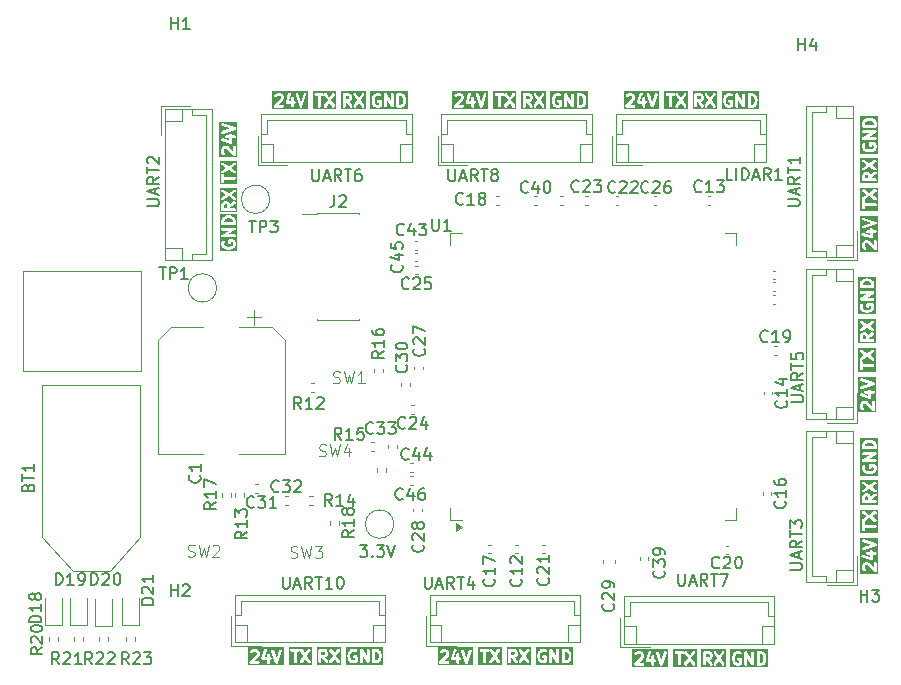
<source format=gbr>
%TF.GenerationSoftware,KiCad,Pcbnew,8.0.7*%
%TF.CreationDate,2025-01-28T22:36:31+01:00*%
%TF.ProjectId,test1,74657374-312e-46b6-9963-61645f706362,rev?*%
%TF.SameCoordinates,Original*%
%TF.FileFunction,Legend,Top*%
%TF.FilePolarity,Positive*%
%FSLAX46Y46*%
G04 Gerber Fmt 4.6, Leading zero omitted, Abs format (unit mm)*
G04 Created by KiCad (PCBNEW 8.0.7) date 2025-01-28 22:36:31*
%MOMM*%
%LPD*%
G01*
G04 APERTURE LIST*
%ADD10C,0.250000*%
%ADD11C,0.150000*%
%ADD12C,0.100000*%
%ADD13C,0.120000*%
G04 APERTURE END LIST*
D10*
G36*
X112019145Y-77026353D02*
G01*
X112038077Y-77045286D01*
X112063428Y-77095987D01*
X112063428Y-77322431D01*
X111789619Y-77322431D01*
X111789619Y-77095987D01*
X111814969Y-77045285D01*
X111833902Y-77026353D01*
X111884604Y-77001003D01*
X111968444Y-77001003D01*
X112019145Y-77026353D01*
G37*
G36*
X112914619Y-77697431D02*
G01*
X111414619Y-77697431D01*
X111414619Y-77066479D01*
X111539619Y-77066479D01*
X111539619Y-77447431D01*
X111542021Y-77471817D01*
X111560685Y-77516877D01*
X111595173Y-77551365D01*
X111640233Y-77570029D01*
X111664619Y-77572431D01*
X112664619Y-77572431D01*
X112689005Y-77570029D01*
X112734065Y-77551365D01*
X112768553Y-77516877D01*
X112787217Y-77471817D01*
X112787217Y-77423045D01*
X112768553Y-77377985D01*
X112734065Y-77343497D01*
X112689005Y-77324833D01*
X112664619Y-77322431D01*
X112313428Y-77322431D01*
X112313428Y-77274418D01*
X112736302Y-76978407D01*
X112754902Y-76962455D01*
X112781114Y-76921324D01*
X112789590Y-76873293D01*
X112779040Y-76825675D01*
X112751071Y-76785720D01*
X112709941Y-76759508D01*
X112661909Y-76751032D01*
X112614292Y-76761582D01*
X112592936Y-76773599D01*
X112288347Y-76986810D01*
X112252612Y-76915339D01*
X112246005Y-76904844D01*
X112244742Y-76901794D01*
X112241923Y-76898359D01*
X112239558Y-76894602D01*
X112237066Y-76892440D01*
X112229197Y-76882852D01*
X112181578Y-76835234D01*
X112171992Y-76827367D01*
X112169829Y-76824873D01*
X112166067Y-76822504D01*
X112162636Y-76819689D01*
X112159589Y-76818427D01*
X112149091Y-76811818D01*
X112053854Y-76764200D01*
X112030968Y-76755442D01*
X112026486Y-76755123D01*
X112022338Y-76753405D01*
X111997952Y-76751003D01*
X111855095Y-76751003D01*
X111830709Y-76753405D01*
X111826559Y-76755123D01*
X111822079Y-76755442D01*
X111799193Y-76764200D01*
X111703955Y-76811819D01*
X111693460Y-76818425D01*
X111690410Y-76819689D01*
X111686975Y-76822507D01*
X111683218Y-76824873D01*
X111681056Y-76827364D01*
X111671468Y-76835234D01*
X111623850Y-76882853D01*
X111615983Y-76892438D01*
X111613489Y-76894602D01*
X111611120Y-76898363D01*
X111608305Y-76901795D01*
X111607043Y-76904841D01*
X111600434Y-76915340D01*
X111552816Y-77010577D01*
X111544058Y-77033463D01*
X111543739Y-77037944D01*
X111542021Y-77042093D01*
X111539619Y-77066479D01*
X111414619Y-77066479D01*
X111414619Y-75876133D01*
X111539619Y-75876133D01*
X111549184Y-75923960D01*
X111576324Y-75964484D01*
X111595282Y-75980009D01*
X111939272Y-76209336D01*
X111595282Y-76438663D01*
X111576324Y-76454188D01*
X111549184Y-76494712D01*
X111539619Y-76542539D01*
X111549084Y-76590384D01*
X111576138Y-76630964D01*
X111616662Y-76658104D01*
X111664489Y-76667669D01*
X111712334Y-76658204D01*
X111733956Y-76646675D01*
X112164618Y-76359566D01*
X112595281Y-76646675D01*
X112616904Y-76658204D01*
X112664749Y-76667669D01*
X112712576Y-76658104D01*
X112753100Y-76630964D01*
X112780154Y-76590384D01*
X112789619Y-76542539D01*
X112780054Y-76494712D01*
X112752914Y-76454188D01*
X112733956Y-76438663D01*
X112389965Y-76209336D01*
X112733956Y-75980009D01*
X112752914Y-75964484D01*
X112780054Y-75923960D01*
X112789619Y-75876133D01*
X112780154Y-75828288D01*
X112753100Y-75787708D01*
X112712576Y-75760568D01*
X112664749Y-75751003D01*
X112616904Y-75760468D01*
X112595281Y-75771997D01*
X112164618Y-76059105D01*
X111733956Y-75771997D01*
X111712334Y-75760468D01*
X111664489Y-75751003D01*
X111616662Y-75760568D01*
X111576138Y-75787708D01*
X111549084Y-75828288D01*
X111539619Y-75876133D01*
X111414619Y-75876133D01*
X111414619Y-75626003D01*
X112914619Y-75626003D01*
X112914619Y-77697431D01*
G37*
G36*
X112914619Y-80087886D02*
G01*
X111414619Y-80087886D01*
X111414619Y-78364228D01*
X111539619Y-78364228D01*
X111549184Y-78412055D01*
X111576324Y-78452579D01*
X111595282Y-78468104D01*
X111939272Y-78697431D01*
X111595282Y-78926758D01*
X111576324Y-78942283D01*
X111549184Y-78982807D01*
X111539619Y-79030634D01*
X111549084Y-79078479D01*
X111576138Y-79119059D01*
X111616662Y-79146199D01*
X111632660Y-79149398D01*
X111595173Y-79164926D01*
X111560685Y-79199414D01*
X111542021Y-79244474D01*
X111539619Y-79268860D01*
X111539619Y-79840288D01*
X111542021Y-79864674D01*
X111560685Y-79909734D01*
X111595173Y-79944222D01*
X111640233Y-79962886D01*
X111689005Y-79962886D01*
X111734065Y-79944222D01*
X111768553Y-79909734D01*
X111787217Y-79864674D01*
X111789619Y-79840288D01*
X111789619Y-79679574D01*
X112664619Y-79679574D01*
X112689005Y-79677172D01*
X112734065Y-79658508D01*
X112768553Y-79624020D01*
X112787217Y-79578960D01*
X112787217Y-79530188D01*
X112768553Y-79485128D01*
X112734065Y-79450640D01*
X112689005Y-79431976D01*
X112664619Y-79429574D01*
X111789619Y-79429574D01*
X111789619Y-79268860D01*
X111787217Y-79244474D01*
X111768553Y-79199414D01*
X111734065Y-79164926D01*
X111696606Y-79149410D01*
X111712334Y-79146299D01*
X111733956Y-79134770D01*
X112164618Y-78847661D01*
X112595281Y-79134770D01*
X112616904Y-79146299D01*
X112664749Y-79155764D01*
X112712576Y-79146199D01*
X112753100Y-79119059D01*
X112780154Y-79078479D01*
X112789619Y-79030634D01*
X112780054Y-78982807D01*
X112752914Y-78942283D01*
X112733956Y-78926758D01*
X112389965Y-78697431D01*
X112733956Y-78468104D01*
X112752914Y-78452579D01*
X112780054Y-78412055D01*
X112789619Y-78364228D01*
X112780154Y-78316383D01*
X112753100Y-78275803D01*
X112712576Y-78248663D01*
X112664749Y-78239098D01*
X112616904Y-78248563D01*
X112595281Y-78260092D01*
X112164618Y-78547200D01*
X111733956Y-78260092D01*
X111712334Y-78248563D01*
X111664489Y-78239098D01*
X111616662Y-78248663D01*
X111576138Y-78275803D01*
X111549084Y-78316383D01*
X111539619Y-78364228D01*
X111414619Y-78364228D01*
X111414619Y-78114098D01*
X112914619Y-78114098D01*
X112914619Y-80087886D01*
G37*
G36*
X112964619Y-83540267D02*
G01*
X111417982Y-83540267D01*
X111417982Y-82864098D01*
X111589619Y-82864098D01*
X111589619Y-83102193D01*
X111592021Y-83126579D01*
X111593739Y-83130727D01*
X111594058Y-83135209D01*
X111602816Y-83158095D01*
X111650434Y-83253332D01*
X111657043Y-83263830D01*
X111658305Y-83266877D01*
X111661120Y-83270308D01*
X111663489Y-83274070D01*
X111665983Y-83276233D01*
X111673850Y-83285819D01*
X111721468Y-83333438D01*
X111740410Y-83348983D01*
X111785470Y-83367648D01*
X111834243Y-83367648D01*
X111879303Y-83348983D01*
X111913790Y-83314496D01*
X111932455Y-83269436D01*
X111932455Y-83220663D01*
X111913790Y-83175603D01*
X111898245Y-83156661D01*
X111864969Y-83123386D01*
X111839619Y-83072685D01*
X111839619Y-82893606D01*
X111864969Y-82842904D01*
X111883902Y-82823972D01*
X111934604Y-82798622D01*
X111980050Y-82798622D01*
X112075667Y-82830494D01*
X112626231Y-83381057D01*
X112645167Y-83396597D01*
X112645173Y-83396603D01*
X112677034Y-83409800D01*
X112690232Y-83415267D01*
X112690233Y-83415267D01*
X112739005Y-83415267D01*
X112739006Y-83415267D01*
X112757670Y-83407535D01*
X112784065Y-83396603D01*
X112818553Y-83362115D01*
X112835397Y-83321449D01*
X112837217Y-83317056D01*
X112837217Y-83317055D01*
X112839619Y-83292669D01*
X112839619Y-82673622D01*
X112837217Y-82649236D01*
X112818553Y-82604176D01*
X112784065Y-82569688D01*
X112739005Y-82551024D01*
X112690233Y-82551024D01*
X112645173Y-82569688D01*
X112610685Y-82604176D01*
X112592021Y-82649236D01*
X112589619Y-82673622D01*
X112589619Y-82990893D01*
X112231578Y-82632853D01*
X112212636Y-82617308D01*
X112208486Y-82615589D01*
X112205093Y-82612646D01*
X112182718Y-82602655D01*
X112039861Y-82555037D01*
X112027770Y-82552287D01*
X112024719Y-82551024D01*
X112020296Y-82550588D01*
X112015967Y-82549604D01*
X112012676Y-82549837D01*
X112000333Y-82548622D01*
X111905095Y-82548622D01*
X111880709Y-82551024D01*
X111876559Y-82552742D01*
X111872079Y-82553061D01*
X111849193Y-82561819D01*
X111753955Y-82609438D01*
X111743460Y-82616044D01*
X111740410Y-82617308D01*
X111736975Y-82620126D01*
X111733218Y-82622492D01*
X111731056Y-82624983D01*
X111721468Y-82632853D01*
X111673850Y-82680472D01*
X111665983Y-82690057D01*
X111663489Y-82692221D01*
X111661120Y-82695982D01*
X111658305Y-82699414D01*
X111657043Y-82702460D01*
X111650434Y-82712959D01*
X111602816Y-82808196D01*
X111594058Y-82831082D01*
X111593739Y-82835563D01*
X111592021Y-82839712D01*
X111589619Y-82864098D01*
X111417982Y-82864098D01*
X111417982Y-82038940D01*
X111542982Y-82038940D01*
X111546439Y-82087589D01*
X111568251Y-82131214D01*
X111605097Y-82163169D01*
X111627472Y-82173159D01*
X112341756Y-82411254D01*
X112353849Y-82414003D01*
X112356899Y-82415267D01*
X112359405Y-82415267D01*
X112365650Y-82416687D01*
X112385634Y-82415267D01*
X112405671Y-82415267D01*
X112409820Y-82413548D01*
X112414300Y-82413230D01*
X112432216Y-82404271D01*
X112450731Y-82396603D01*
X112453908Y-82393426D01*
X112457924Y-82391418D01*
X112471046Y-82376287D01*
X112485219Y-82362115D01*
X112486938Y-82357963D01*
X112489880Y-82354572D01*
X112496213Y-82335570D01*
X112503883Y-82317055D01*
X112504511Y-82310678D01*
X112505303Y-82308303D01*
X112505069Y-82305012D01*
X112506285Y-82292669D01*
X112506285Y-81941479D01*
X112714619Y-81941479D01*
X112739005Y-81939077D01*
X112784065Y-81920413D01*
X112818553Y-81885925D01*
X112837217Y-81840865D01*
X112837217Y-81792093D01*
X112818553Y-81747033D01*
X112784065Y-81712545D01*
X112739005Y-81693881D01*
X112714619Y-81691479D01*
X112506285Y-81691479D01*
X112506285Y-81673622D01*
X112503883Y-81649236D01*
X112485219Y-81604176D01*
X112450731Y-81569688D01*
X112405671Y-81551024D01*
X112356899Y-81551024D01*
X112311839Y-81569688D01*
X112277351Y-81604176D01*
X112258687Y-81649236D01*
X112256285Y-81673622D01*
X112256285Y-81691479D01*
X112047952Y-81691479D01*
X112023566Y-81693881D01*
X111978506Y-81712545D01*
X111944018Y-81747033D01*
X111925354Y-81792093D01*
X111925354Y-81840865D01*
X111944018Y-81885925D01*
X111978506Y-81920413D01*
X112023566Y-81939077D01*
X112047952Y-81941479D01*
X112256285Y-81941479D01*
X112256285Y-82119240D01*
X111706528Y-81935989D01*
X111682634Y-81930556D01*
X111633985Y-81934013D01*
X111590360Y-81955825D01*
X111558405Y-81992671D01*
X111542982Y-82038940D01*
X111417982Y-82038940D01*
X111417982Y-80753226D01*
X111590601Y-80753226D01*
X111594058Y-80801875D01*
X111615870Y-80845500D01*
X111652716Y-80877455D01*
X111675091Y-80887445D01*
X112319335Y-81102193D01*
X111675091Y-81316941D01*
X111652716Y-81326931D01*
X111615870Y-81358886D01*
X111594058Y-81402511D01*
X111590601Y-81451160D01*
X111606024Y-81497429D01*
X111637979Y-81534275D01*
X111681604Y-81556087D01*
X111730253Y-81559544D01*
X111754147Y-81554111D01*
X112754147Y-81220779D01*
X112776522Y-81210788D01*
X112783269Y-81204936D01*
X112791258Y-81200942D01*
X112801524Y-81189104D01*
X112813368Y-81178833D01*
X112817363Y-81170841D01*
X112823214Y-81164096D01*
X112828169Y-81149231D01*
X112835180Y-81135209D01*
X112835813Y-81126298D01*
X112838637Y-81117827D01*
X112837526Y-81102193D01*
X112838637Y-81086559D01*
X112835813Y-81078087D01*
X112835180Y-81069177D01*
X112828169Y-81055155D01*
X112823214Y-81040290D01*
X112817363Y-81033544D01*
X112813368Y-81025553D01*
X112801524Y-81015281D01*
X112791258Y-81003444D01*
X112783269Y-80999449D01*
X112776522Y-80993598D01*
X112754147Y-80983607D01*
X111754147Y-80650275D01*
X111730253Y-80644842D01*
X111681604Y-80648299D01*
X111637979Y-80670111D01*
X111606024Y-80706957D01*
X111590601Y-80753226D01*
X111417982Y-80753226D01*
X111417982Y-80519842D01*
X112964619Y-80519842D01*
X112964619Y-83540267D01*
G37*
G36*
X112382896Y-72493943D02*
G01*
X112447715Y-72526353D01*
X112507746Y-72586384D01*
X112539619Y-72682002D01*
X112539619Y-72774812D01*
X111789619Y-72774812D01*
X111789619Y-72682000D01*
X111821491Y-72586382D01*
X111881519Y-72526354D01*
X111946342Y-72493943D01*
X112108579Y-72453384D01*
X112220658Y-72453384D01*
X112382896Y-72493943D01*
G37*
G36*
X112914619Y-75245050D02*
G01*
X111414619Y-75245050D01*
X111414619Y-74518860D01*
X111539619Y-74518860D01*
X111539619Y-74661717D01*
X111540834Y-74674060D01*
X111540601Y-74677351D01*
X111541585Y-74681680D01*
X111542021Y-74686103D01*
X111543284Y-74689154D01*
X111546034Y-74701245D01*
X111593652Y-74844102D01*
X111603643Y-74866477D01*
X111606586Y-74869870D01*
X111608305Y-74874020D01*
X111623850Y-74892962D01*
X111719088Y-74988200D01*
X111728673Y-74996066D01*
X111730837Y-74998561D01*
X111734598Y-75000928D01*
X111738030Y-75003745D01*
X111741077Y-75005007D01*
X111751574Y-75011615D01*
X111846812Y-75059234D01*
X111848597Y-75059917D01*
X111849322Y-75060454D01*
X111859551Y-75064109D01*
X111869698Y-75067992D01*
X111870597Y-75068055D01*
X111872397Y-75068699D01*
X112062873Y-75116318D01*
X112067102Y-75116943D01*
X112068804Y-75117648D01*
X112077983Y-75118552D01*
X112087113Y-75119902D01*
X112088935Y-75119630D01*
X112093190Y-75120050D01*
X112236047Y-75120050D01*
X112240301Y-75119630D01*
X112242123Y-75119902D01*
X112251251Y-75118552D01*
X112260433Y-75117648D01*
X112262134Y-75116943D01*
X112266364Y-75116318D01*
X112456840Y-75068699D01*
X112458639Y-75068055D01*
X112459539Y-75067992D01*
X112469685Y-75064109D01*
X112479915Y-75060454D01*
X112480639Y-75059917D01*
X112482425Y-75059234D01*
X112577662Y-75011616D01*
X112588156Y-75005009D01*
X112591207Y-75003746D01*
X112594643Y-75000925D01*
X112598400Y-74998561D01*
X112600560Y-74996069D01*
X112610149Y-74988201D01*
X112705388Y-74892963D01*
X112720933Y-74874021D01*
X112722652Y-74869869D01*
X112725595Y-74866477D01*
X112735585Y-74844102D01*
X112783204Y-74701246D01*
X112785953Y-74689152D01*
X112787217Y-74686103D01*
X112787652Y-74681681D01*
X112788637Y-74677352D01*
X112788403Y-74674060D01*
X112789619Y-74661717D01*
X112789619Y-74566479D01*
X112788403Y-74554135D01*
X112788637Y-74550844D01*
X112787652Y-74546514D01*
X112787217Y-74542093D01*
X112785953Y-74539043D01*
X112783204Y-74526950D01*
X112735585Y-74384094D01*
X112725595Y-74361719D01*
X112722653Y-74358327D01*
X112720933Y-74354174D01*
X112705387Y-74335233D01*
X112657767Y-74287614D01*
X112638830Y-74272073D01*
X112638826Y-74272069D01*
X112593766Y-74253405D01*
X112569380Y-74251003D01*
X112236047Y-74251003D01*
X112211661Y-74253405D01*
X112166601Y-74272069D01*
X112132113Y-74306557D01*
X112113449Y-74351617D01*
X112111047Y-74376003D01*
X112111047Y-74566479D01*
X112113449Y-74590865D01*
X112132113Y-74635925D01*
X112166601Y-74670413D01*
X112211661Y-74689077D01*
X112260433Y-74689077D01*
X112305493Y-74670413D01*
X112339981Y-74635925D01*
X112358645Y-74590865D01*
X112361047Y-74566479D01*
X112361047Y-74501003D01*
X112511032Y-74501003D01*
X112539619Y-74586764D01*
X112539619Y-74641431D01*
X112507746Y-74737049D01*
X112447715Y-74797080D01*
X112382896Y-74829490D01*
X112220658Y-74870050D01*
X112108579Y-74870050D01*
X111946342Y-74829490D01*
X111881519Y-74797079D01*
X111821491Y-74737051D01*
X111789619Y-74641433D01*
X111789619Y-74548368D01*
X111824041Y-74479524D01*
X111832799Y-74456638D01*
X111836256Y-74407989D01*
X111820833Y-74361718D01*
X111788877Y-74324873D01*
X111745254Y-74303062D01*
X111696604Y-74299604D01*
X111650334Y-74315027D01*
X111613489Y-74346983D01*
X111600434Y-74367721D01*
X111552816Y-74462958D01*
X111544058Y-74485844D01*
X111543739Y-74490325D01*
X111542021Y-74494474D01*
X111539619Y-74518860D01*
X111414619Y-74518860D01*
X111414619Y-73938701D01*
X111539924Y-73938701D01*
X111542021Y-73955195D01*
X111542021Y-73971817D01*
X111545069Y-73979177D01*
X111546075Y-73987084D01*
X111554323Y-74001518D01*
X111560685Y-74016877D01*
X111566319Y-74022511D01*
X111570273Y-74029430D01*
X111583417Y-74039609D01*
X111595173Y-74051365D01*
X111602533Y-74054413D01*
X111608834Y-74059293D01*
X111624875Y-74063667D01*
X111640233Y-74070029D01*
X111652704Y-74071257D01*
X111655889Y-74072126D01*
X111658348Y-74071813D01*
X111664619Y-74072431D01*
X112664619Y-74072431D01*
X112689005Y-74070029D01*
X112734065Y-74051365D01*
X112768553Y-74016877D01*
X112787217Y-73971817D01*
X112787217Y-73923045D01*
X112768553Y-73877985D01*
X112734065Y-73843497D01*
X112689005Y-73824833D01*
X112664619Y-73822431D01*
X112135314Y-73822431D01*
X112726636Y-73484533D01*
X112731773Y-73480886D01*
X112734065Y-73479937D01*
X112736399Y-73477602D01*
X112746618Y-73470349D01*
X112756797Y-73457204D01*
X112768553Y-73445449D01*
X112771601Y-73438088D01*
X112776481Y-73431788D01*
X112780855Y-73415746D01*
X112787217Y-73400389D01*
X112787217Y-73392422D01*
X112789314Y-73384733D01*
X112787217Y-73368238D01*
X112787217Y-73351617D01*
X112784168Y-73344256D01*
X112783163Y-73336350D01*
X112774914Y-73321915D01*
X112768553Y-73306557D01*
X112762918Y-73300922D01*
X112758965Y-73294004D01*
X112745820Y-73283824D01*
X112734065Y-73272069D01*
X112726704Y-73269020D01*
X112720404Y-73264141D01*
X112704361Y-73259765D01*
X112689005Y-73253405D01*
X112676535Y-73252176D01*
X112673350Y-73251308D01*
X112670890Y-73251620D01*
X112664619Y-73251003D01*
X111664619Y-73251003D01*
X111640233Y-73253405D01*
X111595173Y-73272069D01*
X111560685Y-73306557D01*
X111542021Y-73351617D01*
X111542021Y-73400389D01*
X111560685Y-73445449D01*
X111595173Y-73479937D01*
X111640233Y-73498601D01*
X111664619Y-73501003D01*
X112193923Y-73501003D01*
X111602602Y-73838901D01*
X111597464Y-73842547D01*
X111595173Y-73843497D01*
X111592838Y-73845831D01*
X111582620Y-73853085D01*
X111572440Y-73866229D01*
X111560685Y-73877985D01*
X111557636Y-73885345D01*
X111552757Y-73891646D01*
X111548382Y-73907687D01*
X111542021Y-73923045D01*
X111542021Y-73931011D01*
X111539924Y-73938701D01*
X111414619Y-73938701D01*
X111414619Y-72661717D01*
X111539619Y-72661717D01*
X111539619Y-72899812D01*
X111542021Y-72924198D01*
X111560685Y-72969258D01*
X111595173Y-73003746D01*
X111640233Y-73022410D01*
X111664619Y-73024812D01*
X112664619Y-73024812D01*
X112689005Y-73022410D01*
X112734065Y-73003746D01*
X112768553Y-72969258D01*
X112787217Y-72924198D01*
X112789619Y-72899812D01*
X112789619Y-72661717D01*
X112788403Y-72649373D01*
X112788637Y-72646082D01*
X112787652Y-72641752D01*
X112787217Y-72637331D01*
X112785953Y-72634281D01*
X112783204Y-72622188D01*
X112735585Y-72479332D01*
X112725595Y-72456957D01*
X112722652Y-72453564D01*
X112720933Y-72449413D01*
X112705388Y-72430471D01*
X112610149Y-72335233D01*
X112600560Y-72327364D01*
X112598400Y-72324873D01*
X112594643Y-72322508D01*
X112591207Y-72319688D01*
X112588156Y-72318424D01*
X112577662Y-72311818D01*
X112482425Y-72264200D01*
X112480639Y-72263516D01*
X112479915Y-72262980D01*
X112469685Y-72259324D01*
X112459539Y-72255442D01*
X112458639Y-72255378D01*
X112456840Y-72254735D01*
X112266364Y-72207116D01*
X112262134Y-72206490D01*
X112260433Y-72205786D01*
X112251251Y-72204881D01*
X112242123Y-72203532D01*
X112240301Y-72203803D01*
X112236047Y-72203384D01*
X112093190Y-72203384D01*
X112088935Y-72203803D01*
X112087113Y-72203532D01*
X112077983Y-72204881D01*
X112068804Y-72205786D01*
X112067102Y-72206490D01*
X112062873Y-72207116D01*
X111872397Y-72254735D01*
X111870597Y-72255378D01*
X111869698Y-72255442D01*
X111859551Y-72259324D01*
X111849322Y-72262980D01*
X111848597Y-72263516D01*
X111846812Y-72264200D01*
X111751574Y-72311819D01*
X111741077Y-72318426D01*
X111738030Y-72319689D01*
X111734598Y-72322505D01*
X111730837Y-72324873D01*
X111728673Y-72327367D01*
X111719088Y-72335234D01*
X111623850Y-72430472D01*
X111608305Y-72449414D01*
X111606586Y-72453563D01*
X111603643Y-72456957D01*
X111593652Y-72479332D01*
X111546034Y-72622189D01*
X111543284Y-72634279D01*
X111542021Y-72637331D01*
X111541585Y-72641753D01*
X111540601Y-72646083D01*
X111540834Y-72649373D01*
X111539619Y-72661717D01*
X111414619Y-72661717D01*
X111414619Y-72078384D01*
X112914619Y-72078384D01*
X112914619Y-75245050D01*
G37*
G36*
X66254713Y-103814969D02*
G01*
X66273645Y-103833902D01*
X66298996Y-103884603D01*
X66298996Y-103968443D01*
X66273645Y-104019144D01*
X66254713Y-104038077D01*
X66204012Y-104063428D01*
X65977568Y-104063428D01*
X65977568Y-103789619D01*
X66204012Y-103789619D01*
X66254713Y-103814969D01*
G37*
G36*
X67673996Y-104914619D02*
G01*
X65602568Y-104914619D01*
X65602568Y-103664619D01*
X65727568Y-103664619D01*
X65727568Y-104664619D01*
X65729970Y-104689005D01*
X65748634Y-104734065D01*
X65783122Y-104768553D01*
X65828182Y-104787217D01*
X65876954Y-104787217D01*
X65922014Y-104768553D01*
X65956502Y-104734065D01*
X65975166Y-104689005D01*
X65977568Y-104664619D01*
X65977568Y-104313428D01*
X66025581Y-104313428D01*
X66321592Y-104736302D01*
X66337544Y-104754902D01*
X66378675Y-104781114D01*
X66426706Y-104789590D01*
X66474324Y-104779040D01*
X66514279Y-104751071D01*
X66540491Y-104709941D01*
X66548967Y-104661909D01*
X66538417Y-104614292D01*
X66526400Y-104592936D01*
X66313188Y-104288347D01*
X66384659Y-104252613D01*
X66395157Y-104246003D01*
X66398204Y-104244742D01*
X66401635Y-104241926D01*
X66405397Y-104239558D01*
X66407560Y-104237063D01*
X66417146Y-104229197D01*
X66464765Y-104181579D01*
X66472634Y-104171990D01*
X66475126Y-104169829D01*
X66477491Y-104166071D01*
X66480310Y-104162637D01*
X66481573Y-104159586D01*
X66488180Y-104149092D01*
X66535799Y-104053854D01*
X66544557Y-104030968D01*
X66544875Y-104026487D01*
X66546594Y-104022338D01*
X66548996Y-103997952D01*
X66548996Y-103855095D01*
X66546594Y-103830709D01*
X66544875Y-103826559D01*
X66544557Y-103822079D01*
X66535799Y-103799193D01*
X66488180Y-103703955D01*
X66481573Y-103693460D01*
X66480310Y-103690410D01*
X66477491Y-103686975D01*
X66475126Y-103683218D01*
X66472634Y-103681056D01*
X66464765Y-103671468D01*
X66457786Y-103664489D01*
X66632330Y-103664489D01*
X66641795Y-103712334D01*
X66653324Y-103733956D01*
X66940432Y-104164619D01*
X66653324Y-104595282D01*
X66641795Y-104616904D01*
X66632330Y-104664749D01*
X66641895Y-104712576D01*
X66669035Y-104753100D01*
X66709615Y-104780154D01*
X66757460Y-104789619D01*
X66805287Y-104780054D01*
X66845811Y-104752914D01*
X66861336Y-104733956D01*
X67090663Y-104389965D01*
X67319990Y-104733956D01*
X67335515Y-104752914D01*
X67376039Y-104780054D01*
X67423866Y-104789619D01*
X67471711Y-104780154D01*
X67512291Y-104753100D01*
X67539431Y-104712576D01*
X67548996Y-104664749D01*
X67539531Y-104616904D01*
X67528002Y-104595281D01*
X67240894Y-104164619D01*
X67528002Y-103733957D01*
X67539531Y-103712334D01*
X67548996Y-103664489D01*
X67539431Y-103616662D01*
X67512291Y-103576138D01*
X67471711Y-103549084D01*
X67423866Y-103539619D01*
X67376039Y-103549184D01*
X67335515Y-103576324D01*
X67319990Y-103595282D01*
X67090663Y-103939272D01*
X66861336Y-103595282D01*
X66845811Y-103576324D01*
X66805287Y-103549184D01*
X66757460Y-103539619D01*
X66709615Y-103549084D01*
X66669035Y-103576138D01*
X66641895Y-103616662D01*
X66632330Y-103664489D01*
X66457786Y-103664489D01*
X66417146Y-103623850D01*
X66407560Y-103615983D01*
X66405397Y-103613489D01*
X66401635Y-103611120D01*
X66398204Y-103608305D01*
X66395157Y-103607043D01*
X66384659Y-103600434D01*
X66289422Y-103552816D01*
X66266536Y-103544058D01*
X66262054Y-103543739D01*
X66257906Y-103542021D01*
X66233520Y-103539619D01*
X65852568Y-103539619D01*
X65828182Y-103542021D01*
X65783122Y-103560685D01*
X65748634Y-103595173D01*
X65729970Y-103640233D01*
X65727568Y-103664619D01*
X65602568Y-103664619D01*
X65602568Y-103414619D01*
X67673996Y-103414619D01*
X67673996Y-104914619D01*
G37*
G36*
X65185901Y-104914619D02*
G01*
X63212113Y-104914619D01*
X63212113Y-103640233D01*
X63337113Y-103640233D01*
X63337113Y-103689005D01*
X63355777Y-103734065D01*
X63390265Y-103768553D01*
X63435325Y-103787217D01*
X63459711Y-103789619D01*
X63620425Y-103789619D01*
X63620425Y-104664619D01*
X63622827Y-104689005D01*
X63641491Y-104734065D01*
X63675979Y-104768553D01*
X63721039Y-104787217D01*
X63769811Y-104787217D01*
X63814871Y-104768553D01*
X63849359Y-104734065D01*
X63868023Y-104689005D01*
X63870425Y-104664619D01*
X63870425Y-103789619D01*
X64031139Y-103789619D01*
X64055525Y-103787217D01*
X64100585Y-103768553D01*
X64135073Y-103734065D01*
X64150588Y-103696606D01*
X64153700Y-103712334D01*
X64165229Y-103733956D01*
X64452337Y-104164619D01*
X64165229Y-104595282D01*
X64153700Y-104616904D01*
X64144235Y-104664749D01*
X64153800Y-104712576D01*
X64180940Y-104753100D01*
X64221520Y-104780154D01*
X64269365Y-104789619D01*
X64317192Y-104780054D01*
X64357716Y-104752914D01*
X64373241Y-104733956D01*
X64602568Y-104389965D01*
X64831895Y-104733956D01*
X64847420Y-104752914D01*
X64887944Y-104780054D01*
X64935771Y-104789619D01*
X64983616Y-104780154D01*
X65024196Y-104753100D01*
X65051336Y-104712576D01*
X65060901Y-104664749D01*
X65051436Y-104616904D01*
X65039907Y-104595281D01*
X64752799Y-104164619D01*
X65039907Y-103733957D01*
X65051436Y-103712334D01*
X65060901Y-103664489D01*
X65051336Y-103616662D01*
X65024196Y-103576138D01*
X64983616Y-103549084D01*
X64935771Y-103539619D01*
X64887944Y-103549184D01*
X64847420Y-103576324D01*
X64831895Y-103595282D01*
X64602568Y-103939272D01*
X64373241Y-103595282D01*
X64357716Y-103576324D01*
X64317192Y-103549184D01*
X64269365Y-103539619D01*
X64221520Y-103549084D01*
X64180940Y-103576138D01*
X64153800Y-103616662D01*
X64150600Y-103632660D01*
X64135073Y-103595173D01*
X64100585Y-103560685D01*
X64055525Y-103542021D01*
X64031139Y-103539619D01*
X63459711Y-103539619D01*
X63435325Y-103542021D01*
X63390265Y-103560685D01*
X63355777Y-103595173D01*
X63337113Y-103640233D01*
X63212113Y-103640233D01*
X63212113Y-103414619D01*
X65185901Y-103414619D01*
X65185901Y-104914619D01*
G37*
G36*
X62780157Y-104964619D02*
G01*
X59759732Y-104964619D01*
X59759732Y-104690233D01*
X59884732Y-104690233D01*
X59884732Y-104739005D01*
X59903396Y-104784065D01*
X59937884Y-104818553D01*
X59969745Y-104831750D01*
X59982943Y-104837217D01*
X59982944Y-104837217D01*
X60007330Y-104839619D01*
X60626377Y-104839619D01*
X60650763Y-104837217D01*
X60695823Y-104818553D01*
X60730311Y-104784065D01*
X60748975Y-104739005D01*
X60748975Y-104690233D01*
X60730311Y-104645173D01*
X60695823Y-104610685D01*
X60650763Y-104592021D01*
X60626377Y-104589619D01*
X60309106Y-104589619D01*
X60533073Y-104365651D01*
X60883312Y-104365651D01*
X60884732Y-104385634D01*
X60884732Y-104405671D01*
X60886450Y-104409820D01*
X60886769Y-104414300D01*
X60895728Y-104432218D01*
X60903396Y-104450731D01*
X60906572Y-104453907D01*
X60908581Y-104457925D01*
X60923715Y-104471050D01*
X60937884Y-104485219D01*
X60942035Y-104486938D01*
X60945427Y-104489880D01*
X60964428Y-104496213D01*
X60982944Y-104503883D01*
X60989320Y-104504511D01*
X60991696Y-104505303D01*
X60994986Y-104505069D01*
X61007330Y-104506285D01*
X61358520Y-104506285D01*
X61358520Y-104714619D01*
X61360922Y-104739005D01*
X61379586Y-104784065D01*
X61414074Y-104818553D01*
X61459134Y-104837217D01*
X61507906Y-104837217D01*
X61552966Y-104818553D01*
X61587454Y-104784065D01*
X61606118Y-104739005D01*
X61608520Y-104714619D01*
X61608520Y-104506285D01*
X61626377Y-104506285D01*
X61650763Y-104503883D01*
X61695823Y-104485219D01*
X61730311Y-104450731D01*
X61748975Y-104405671D01*
X61748975Y-104356899D01*
X61730311Y-104311839D01*
X61695823Y-104277351D01*
X61650763Y-104258687D01*
X61626377Y-104256285D01*
X61608520Y-104256285D01*
X61608520Y-104047952D01*
X61606118Y-104023566D01*
X61587454Y-103978506D01*
X61552966Y-103944018D01*
X61507906Y-103925354D01*
X61459134Y-103925354D01*
X61414074Y-103944018D01*
X61379586Y-103978506D01*
X61360922Y-104023566D01*
X61358520Y-104047952D01*
X61358520Y-104256285D01*
X61180758Y-104256285D01*
X61356102Y-103730253D01*
X61740455Y-103730253D01*
X61745888Y-103754147D01*
X62079220Y-104754147D01*
X62089211Y-104776522D01*
X62095061Y-104783268D01*
X62099057Y-104791259D01*
X62110897Y-104801527D01*
X62121166Y-104813368D01*
X62129157Y-104817363D01*
X62135903Y-104823214D01*
X62150768Y-104828169D01*
X62164790Y-104835180D01*
X62173700Y-104835813D01*
X62182172Y-104838637D01*
X62197805Y-104837526D01*
X62213440Y-104838637D01*
X62221911Y-104835813D01*
X62230821Y-104835180D01*
X62244841Y-104828169D01*
X62259709Y-104823214D01*
X62266454Y-104817363D01*
X62274446Y-104813368D01*
X62284717Y-104801524D01*
X62296555Y-104791258D01*
X62300549Y-104783269D01*
X62306401Y-104776522D01*
X62316391Y-104754147D01*
X62649724Y-103754148D01*
X62655157Y-103730254D01*
X62651700Y-103681604D01*
X62629888Y-103637980D01*
X62593042Y-103606024D01*
X62546773Y-103590601D01*
X62498123Y-103594058D01*
X62454499Y-103615870D01*
X62422544Y-103652716D01*
X62412553Y-103675091D01*
X62197805Y-104319334D01*
X61983058Y-103675091D01*
X61973068Y-103652716D01*
X61941113Y-103615870D01*
X61897488Y-103594058D01*
X61848839Y-103590601D01*
X61802570Y-103606024D01*
X61765724Y-103637979D01*
X61743912Y-103681604D01*
X61740455Y-103730253D01*
X61356102Y-103730253D01*
X61364010Y-103706529D01*
X61369443Y-103682635D01*
X61365986Y-103633985D01*
X61344174Y-103590361D01*
X61307328Y-103558405D01*
X61261059Y-103542982D01*
X61212409Y-103546439D01*
X61168785Y-103568251D01*
X61136830Y-103605097D01*
X61126839Y-103627472D01*
X60888745Y-104341757D01*
X60885995Y-104353847D01*
X60884732Y-104356899D01*
X60884732Y-104359405D01*
X60883312Y-104365651D01*
X60533073Y-104365651D01*
X60667146Y-104231578D01*
X60682691Y-104212636D01*
X60684409Y-104208486D01*
X60687353Y-104205093D01*
X60697343Y-104182718D01*
X60744962Y-104039862D01*
X60747711Y-104027768D01*
X60748975Y-104024719D01*
X60749410Y-104020297D01*
X60750395Y-104015968D01*
X60750161Y-104012676D01*
X60751377Y-104000333D01*
X60751377Y-103905095D01*
X60748975Y-103880709D01*
X60747256Y-103876559D01*
X60746938Y-103872079D01*
X60738180Y-103849193D01*
X60690561Y-103753955D01*
X60683954Y-103743460D01*
X60682691Y-103740410D01*
X60679872Y-103736975D01*
X60677507Y-103733218D01*
X60675015Y-103731056D01*
X60667146Y-103721468D01*
X60619527Y-103673850D01*
X60609941Y-103665983D01*
X60607778Y-103663489D01*
X60604016Y-103661120D01*
X60600585Y-103658305D01*
X60597538Y-103657043D01*
X60587040Y-103650434D01*
X60491803Y-103602816D01*
X60468917Y-103594058D01*
X60464435Y-103593739D01*
X60460287Y-103592021D01*
X60435901Y-103589619D01*
X60197806Y-103589619D01*
X60173420Y-103592021D01*
X60169270Y-103593739D01*
X60164790Y-103594058D01*
X60141904Y-103602816D01*
X60046666Y-103650435D01*
X60036171Y-103657041D01*
X60033121Y-103658305D01*
X60029686Y-103661123D01*
X60025929Y-103663489D01*
X60023767Y-103665980D01*
X60014179Y-103673850D01*
X59966561Y-103721469D01*
X59951016Y-103740411D01*
X59932351Y-103785470D01*
X59932351Y-103834244D01*
X59951016Y-103879303D01*
X59985503Y-103913790D01*
X60030562Y-103932455D01*
X60079336Y-103932455D01*
X60124395Y-103913790D01*
X60143337Y-103898245D01*
X60176613Y-103864969D01*
X60227315Y-103839619D01*
X60406393Y-103839619D01*
X60457094Y-103864969D01*
X60476026Y-103883902D01*
X60501377Y-103934603D01*
X60501377Y-103980047D01*
X60469504Y-104075667D01*
X59918942Y-104626231D01*
X59903401Y-104645167D01*
X59903396Y-104645173D01*
X59884732Y-104690233D01*
X59759732Y-104690233D01*
X59759732Y-103417982D01*
X62780157Y-103417982D01*
X62780157Y-104964619D01*
G37*
G36*
X70713616Y-103821491D02*
G01*
X70773644Y-103881519D01*
X70806055Y-103946342D01*
X70846615Y-104108579D01*
X70846615Y-104220658D01*
X70806055Y-104382894D01*
X70773645Y-104447715D01*
X70713615Y-104507746D01*
X70617999Y-104539619D01*
X70525187Y-104539619D01*
X70525187Y-103789619D01*
X70617999Y-103789619D01*
X70713616Y-103821491D01*
G37*
G36*
X71221615Y-104914619D02*
G01*
X68054949Y-104914619D01*
X68054949Y-104093190D01*
X68179949Y-104093190D01*
X68179949Y-104236047D01*
X68180368Y-104240301D01*
X68180097Y-104242123D01*
X68181446Y-104251251D01*
X68182351Y-104260433D01*
X68183055Y-104262134D01*
X68183681Y-104266364D01*
X68231300Y-104456840D01*
X68231943Y-104458639D01*
X68232007Y-104459539D01*
X68235889Y-104469685D01*
X68239545Y-104479915D01*
X68240081Y-104480639D01*
X68240765Y-104482425D01*
X68288383Y-104577662D01*
X68294989Y-104588156D01*
X68296253Y-104591207D01*
X68299073Y-104594643D01*
X68301438Y-104598400D01*
X68303929Y-104600560D01*
X68311798Y-104610149D01*
X68407036Y-104705388D01*
X68425978Y-104720933D01*
X68430129Y-104722652D01*
X68433522Y-104725595D01*
X68455897Y-104735585D01*
X68598753Y-104783204D01*
X68610846Y-104785953D01*
X68613896Y-104787217D01*
X68618317Y-104787652D01*
X68622647Y-104788637D01*
X68625938Y-104788403D01*
X68638282Y-104789619D01*
X68733520Y-104789619D01*
X68745863Y-104788403D01*
X68749154Y-104788637D01*
X68753483Y-104787652D01*
X68757906Y-104787217D01*
X68760957Y-104785953D01*
X68773048Y-104783204D01*
X68915905Y-104735586D01*
X68938280Y-104725595D01*
X68941672Y-104722652D01*
X68945824Y-104720933D01*
X68964766Y-104705387D01*
X69012385Y-104657768D01*
X69027925Y-104638830D01*
X69027930Y-104638826D01*
X69046594Y-104593766D01*
X69048996Y-104569380D01*
X69048996Y-104236047D01*
X69046594Y-104211661D01*
X69027930Y-104166601D01*
X68993442Y-104132113D01*
X68948382Y-104113449D01*
X68923996Y-104111047D01*
X68733520Y-104111047D01*
X68709134Y-104113449D01*
X68664074Y-104132113D01*
X68629586Y-104166601D01*
X68610922Y-104211661D01*
X68610922Y-104260433D01*
X68629586Y-104305493D01*
X68664074Y-104339981D01*
X68709134Y-104358645D01*
X68733520Y-104361047D01*
X68798996Y-104361047D01*
X68798996Y-104511032D01*
X68713237Y-104539619D01*
X68658568Y-104539619D01*
X68562949Y-104507746D01*
X68502918Y-104447715D01*
X68470508Y-104382896D01*
X68429949Y-104220658D01*
X68429949Y-104108579D01*
X68470508Y-103946341D01*
X68502919Y-103881520D01*
X68562947Y-103821491D01*
X68658568Y-103789619D01*
X68751631Y-103789619D01*
X68820475Y-103824041D01*
X68843361Y-103832799D01*
X68892010Y-103836256D01*
X68938281Y-103820833D01*
X68975126Y-103788877D01*
X68996937Y-103745254D01*
X69000395Y-103696604D01*
X68989734Y-103664619D01*
X69227568Y-103664619D01*
X69227568Y-104664619D01*
X69229970Y-104689005D01*
X69248634Y-104734065D01*
X69283122Y-104768553D01*
X69328182Y-104787217D01*
X69376954Y-104787217D01*
X69422014Y-104768553D01*
X69456502Y-104734065D01*
X69475166Y-104689005D01*
X69477568Y-104664619D01*
X69477568Y-104135313D01*
X69815466Y-104726636D01*
X69819112Y-104731773D01*
X69820062Y-104734065D01*
X69822396Y-104736399D01*
X69829650Y-104746618D01*
X69842794Y-104756797D01*
X69854550Y-104768553D01*
X69861910Y-104771601D01*
X69868211Y-104776481D01*
X69884252Y-104780855D01*
X69899610Y-104787217D01*
X69907577Y-104787217D01*
X69915266Y-104789314D01*
X69931761Y-104787217D01*
X69948382Y-104787217D01*
X69955742Y-104784168D01*
X69963649Y-104783163D01*
X69978083Y-104774914D01*
X69993442Y-104768553D01*
X69999076Y-104762918D01*
X70005995Y-104758965D01*
X70016174Y-104745820D01*
X70027930Y-104734065D01*
X70030978Y-104726704D01*
X70035858Y-104720404D01*
X70040233Y-104704361D01*
X70046594Y-104689005D01*
X70047822Y-104676535D01*
X70048691Y-104673350D01*
X70048378Y-104670890D01*
X70048996Y-104664619D01*
X70048996Y-103664619D01*
X70275187Y-103664619D01*
X70275187Y-104664619D01*
X70277589Y-104689005D01*
X70296253Y-104734065D01*
X70330741Y-104768553D01*
X70375801Y-104787217D01*
X70400187Y-104789619D01*
X70638282Y-104789619D01*
X70650625Y-104788403D01*
X70653916Y-104788637D01*
X70658245Y-104787652D01*
X70662668Y-104787217D01*
X70665719Y-104785953D01*
X70677810Y-104783204D01*
X70820667Y-104735586D01*
X70843042Y-104725595D01*
X70846434Y-104722652D01*
X70850586Y-104720933D01*
X70869528Y-104705388D01*
X70964766Y-104610149D01*
X70972634Y-104600560D01*
X70975126Y-104598400D01*
X70977490Y-104594643D01*
X70980311Y-104591207D01*
X70981575Y-104588155D01*
X70988180Y-104577663D01*
X71035799Y-104482425D01*
X71036482Y-104480639D01*
X71037019Y-104479915D01*
X71040674Y-104469685D01*
X71044557Y-104459539D01*
X71044620Y-104458639D01*
X71045264Y-104456840D01*
X71092883Y-104266364D01*
X71093508Y-104262134D01*
X71094213Y-104260433D01*
X71095117Y-104251253D01*
X71096467Y-104242124D01*
X71096195Y-104240301D01*
X71096615Y-104236047D01*
X71096615Y-104093190D01*
X71096195Y-104088935D01*
X71096467Y-104087113D01*
X71095117Y-104077983D01*
X71094213Y-104068804D01*
X71093508Y-104067102D01*
X71092883Y-104062873D01*
X71045264Y-103872397D01*
X71044620Y-103870597D01*
X71044557Y-103869698D01*
X71040674Y-103859551D01*
X71037019Y-103849322D01*
X71036482Y-103848597D01*
X71035799Y-103846812D01*
X70988180Y-103751574D01*
X70981572Y-103741077D01*
X70980310Y-103738030D01*
X70977493Y-103734598D01*
X70975126Y-103730837D01*
X70972631Y-103728673D01*
X70964765Y-103719088D01*
X70869527Y-103623850D01*
X70850585Y-103608305D01*
X70846435Y-103606586D01*
X70843042Y-103603643D01*
X70820667Y-103593652D01*
X70677810Y-103546034D01*
X70665719Y-103543284D01*
X70662668Y-103542021D01*
X70658245Y-103541585D01*
X70653916Y-103540601D01*
X70650625Y-103540834D01*
X70638282Y-103539619D01*
X70400187Y-103539619D01*
X70375801Y-103542021D01*
X70330741Y-103560685D01*
X70296253Y-103595173D01*
X70277589Y-103640233D01*
X70275187Y-103664619D01*
X70048996Y-103664619D01*
X70046594Y-103640233D01*
X70027930Y-103595173D01*
X69993442Y-103560685D01*
X69948382Y-103542021D01*
X69899610Y-103542021D01*
X69854550Y-103560685D01*
X69820062Y-103595173D01*
X69801398Y-103640233D01*
X69798996Y-103664619D01*
X69798996Y-104193923D01*
X69461098Y-103602602D01*
X69457451Y-103597464D01*
X69456502Y-103595173D01*
X69454167Y-103592838D01*
X69446914Y-103582620D01*
X69433769Y-103572440D01*
X69422014Y-103560685D01*
X69414653Y-103557636D01*
X69408353Y-103552757D01*
X69392311Y-103548382D01*
X69376954Y-103542021D01*
X69368987Y-103542021D01*
X69361298Y-103539924D01*
X69344803Y-103542021D01*
X69328182Y-103542021D01*
X69320821Y-103545069D01*
X69312915Y-103546075D01*
X69298480Y-103554323D01*
X69283122Y-103560685D01*
X69277487Y-103566319D01*
X69270569Y-103570273D01*
X69260389Y-103583417D01*
X69248634Y-103595173D01*
X69245585Y-103602533D01*
X69240706Y-103608834D01*
X69236331Y-103624875D01*
X69229970Y-103640233D01*
X69228741Y-103652704D01*
X69227873Y-103655889D01*
X69228185Y-103658348D01*
X69227568Y-103664619D01*
X68989734Y-103664619D01*
X68984972Y-103650334D01*
X68953016Y-103613489D01*
X68932278Y-103600434D01*
X68837041Y-103552816D01*
X68814155Y-103544058D01*
X68809673Y-103543739D01*
X68805525Y-103542021D01*
X68781139Y-103539619D01*
X68638282Y-103539619D01*
X68625938Y-103540834D01*
X68622647Y-103540601D01*
X68618317Y-103541585D01*
X68613896Y-103542021D01*
X68610846Y-103543284D01*
X68598753Y-103546034D01*
X68455897Y-103593653D01*
X68433522Y-103603643D01*
X68430128Y-103606586D01*
X68425979Y-103608305D01*
X68407037Y-103623850D01*
X68311799Y-103719088D01*
X68303932Y-103728673D01*
X68301438Y-103730837D01*
X68299069Y-103734598D01*
X68296254Y-103738030D01*
X68294992Y-103741076D01*
X68288383Y-103751575D01*
X68240765Y-103846812D01*
X68240081Y-103848597D01*
X68239545Y-103849322D01*
X68235889Y-103859551D01*
X68232007Y-103869698D01*
X68231943Y-103870597D01*
X68231300Y-103872397D01*
X68183681Y-104062873D01*
X68183055Y-104067102D01*
X68182351Y-104068804D01*
X68181446Y-104077985D01*
X68180097Y-104087114D01*
X68180368Y-104088935D01*
X68179949Y-104093190D01*
X68054949Y-104093190D01*
X68054949Y-103414619D01*
X71221615Y-103414619D01*
X71221615Y-104914619D01*
G37*
G36*
X112219145Y-90676353D02*
G01*
X112238077Y-90695286D01*
X112263428Y-90745987D01*
X112263428Y-90972431D01*
X111989619Y-90972431D01*
X111989619Y-90745987D01*
X112014969Y-90695285D01*
X112033902Y-90676353D01*
X112084604Y-90651003D01*
X112168444Y-90651003D01*
X112219145Y-90676353D01*
G37*
G36*
X113114619Y-91347431D02*
G01*
X111614619Y-91347431D01*
X111614619Y-90716479D01*
X111739619Y-90716479D01*
X111739619Y-91097431D01*
X111742021Y-91121817D01*
X111760685Y-91166877D01*
X111795173Y-91201365D01*
X111840233Y-91220029D01*
X111864619Y-91222431D01*
X112864619Y-91222431D01*
X112889005Y-91220029D01*
X112934065Y-91201365D01*
X112968553Y-91166877D01*
X112987217Y-91121817D01*
X112987217Y-91073045D01*
X112968553Y-91027985D01*
X112934065Y-90993497D01*
X112889005Y-90974833D01*
X112864619Y-90972431D01*
X112513428Y-90972431D01*
X112513428Y-90924418D01*
X112936302Y-90628407D01*
X112954902Y-90612455D01*
X112981114Y-90571324D01*
X112989590Y-90523293D01*
X112979040Y-90475675D01*
X112951071Y-90435720D01*
X112909941Y-90409508D01*
X112861909Y-90401032D01*
X112814292Y-90411582D01*
X112792936Y-90423599D01*
X112488347Y-90636810D01*
X112452612Y-90565339D01*
X112446005Y-90554844D01*
X112444742Y-90551794D01*
X112441923Y-90548359D01*
X112439558Y-90544602D01*
X112437066Y-90542440D01*
X112429197Y-90532852D01*
X112381578Y-90485234D01*
X112371992Y-90477367D01*
X112369829Y-90474873D01*
X112366067Y-90472504D01*
X112362636Y-90469689D01*
X112359589Y-90468427D01*
X112349091Y-90461818D01*
X112253854Y-90414200D01*
X112230968Y-90405442D01*
X112226486Y-90405123D01*
X112222338Y-90403405D01*
X112197952Y-90401003D01*
X112055095Y-90401003D01*
X112030709Y-90403405D01*
X112026559Y-90405123D01*
X112022079Y-90405442D01*
X111999193Y-90414200D01*
X111903955Y-90461819D01*
X111893460Y-90468425D01*
X111890410Y-90469689D01*
X111886975Y-90472507D01*
X111883218Y-90474873D01*
X111881056Y-90477364D01*
X111871468Y-90485234D01*
X111823850Y-90532853D01*
X111815983Y-90542438D01*
X111813489Y-90544602D01*
X111811120Y-90548363D01*
X111808305Y-90551795D01*
X111807043Y-90554841D01*
X111800434Y-90565340D01*
X111752816Y-90660577D01*
X111744058Y-90683463D01*
X111743739Y-90687944D01*
X111742021Y-90692093D01*
X111739619Y-90716479D01*
X111614619Y-90716479D01*
X111614619Y-89526133D01*
X111739619Y-89526133D01*
X111749184Y-89573960D01*
X111776324Y-89614484D01*
X111795282Y-89630009D01*
X112139272Y-89859336D01*
X111795282Y-90088663D01*
X111776324Y-90104188D01*
X111749184Y-90144712D01*
X111739619Y-90192539D01*
X111749084Y-90240384D01*
X111776138Y-90280964D01*
X111816662Y-90308104D01*
X111864489Y-90317669D01*
X111912334Y-90308204D01*
X111933956Y-90296675D01*
X112364618Y-90009566D01*
X112795281Y-90296675D01*
X112816904Y-90308204D01*
X112864749Y-90317669D01*
X112912576Y-90308104D01*
X112953100Y-90280964D01*
X112980154Y-90240384D01*
X112989619Y-90192539D01*
X112980054Y-90144712D01*
X112952914Y-90104188D01*
X112933956Y-90088663D01*
X112589965Y-89859336D01*
X112933956Y-89630009D01*
X112952914Y-89614484D01*
X112980054Y-89573960D01*
X112989619Y-89526133D01*
X112980154Y-89478288D01*
X112953100Y-89437708D01*
X112912576Y-89410568D01*
X112864749Y-89401003D01*
X112816904Y-89410468D01*
X112795281Y-89421997D01*
X112364618Y-89709105D01*
X111933956Y-89421997D01*
X111912334Y-89410468D01*
X111864489Y-89401003D01*
X111816662Y-89410568D01*
X111776138Y-89437708D01*
X111749084Y-89478288D01*
X111739619Y-89526133D01*
X111614619Y-89526133D01*
X111614619Y-89276003D01*
X113114619Y-89276003D01*
X113114619Y-91347431D01*
G37*
G36*
X68304713Y-56764969D02*
G01*
X68323645Y-56783902D01*
X68348996Y-56834603D01*
X68348996Y-56918443D01*
X68323645Y-56969144D01*
X68304713Y-56988077D01*
X68254012Y-57013428D01*
X68027568Y-57013428D01*
X68027568Y-56739619D01*
X68254012Y-56739619D01*
X68304713Y-56764969D01*
G37*
G36*
X69723996Y-57864619D02*
G01*
X67652568Y-57864619D01*
X67652568Y-56614619D01*
X67777568Y-56614619D01*
X67777568Y-57614619D01*
X67779970Y-57639005D01*
X67798634Y-57684065D01*
X67833122Y-57718553D01*
X67878182Y-57737217D01*
X67926954Y-57737217D01*
X67972014Y-57718553D01*
X68006502Y-57684065D01*
X68025166Y-57639005D01*
X68027568Y-57614619D01*
X68027568Y-57263428D01*
X68075581Y-57263428D01*
X68371592Y-57686302D01*
X68387544Y-57704902D01*
X68428675Y-57731114D01*
X68476706Y-57739590D01*
X68524324Y-57729040D01*
X68564279Y-57701071D01*
X68590491Y-57659941D01*
X68598967Y-57611909D01*
X68588417Y-57564292D01*
X68576400Y-57542936D01*
X68363188Y-57238347D01*
X68434659Y-57202613D01*
X68445157Y-57196003D01*
X68448204Y-57194742D01*
X68451635Y-57191926D01*
X68455397Y-57189558D01*
X68457560Y-57187063D01*
X68467146Y-57179197D01*
X68514765Y-57131579D01*
X68522634Y-57121990D01*
X68525126Y-57119829D01*
X68527491Y-57116071D01*
X68530310Y-57112637D01*
X68531573Y-57109586D01*
X68538180Y-57099092D01*
X68585799Y-57003854D01*
X68594557Y-56980968D01*
X68594875Y-56976487D01*
X68596594Y-56972338D01*
X68598996Y-56947952D01*
X68598996Y-56805095D01*
X68596594Y-56780709D01*
X68594875Y-56776559D01*
X68594557Y-56772079D01*
X68585799Y-56749193D01*
X68538180Y-56653955D01*
X68531573Y-56643460D01*
X68530310Y-56640410D01*
X68527491Y-56636975D01*
X68525126Y-56633218D01*
X68522634Y-56631056D01*
X68514765Y-56621468D01*
X68507786Y-56614489D01*
X68682330Y-56614489D01*
X68691795Y-56662334D01*
X68703324Y-56683956D01*
X68990432Y-57114619D01*
X68703324Y-57545282D01*
X68691795Y-57566904D01*
X68682330Y-57614749D01*
X68691895Y-57662576D01*
X68719035Y-57703100D01*
X68759615Y-57730154D01*
X68807460Y-57739619D01*
X68855287Y-57730054D01*
X68895811Y-57702914D01*
X68911336Y-57683956D01*
X69140663Y-57339965D01*
X69369990Y-57683956D01*
X69385515Y-57702914D01*
X69426039Y-57730054D01*
X69473866Y-57739619D01*
X69521711Y-57730154D01*
X69562291Y-57703100D01*
X69589431Y-57662576D01*
X69598996Y-57614749D01*
X69589531Y-57566904D01*
X69578002Y-57545281D01*
X69290894Y-57114619D01*
X69578002Y-56683957D01*
X69589531Y-56662334D01*
X69598996Y-56614489D01*
X69589431Y-56566662D01*
X69562291Y-56526138D01*
X69521711Y-56499084D01*
X69473866Y-56489619D01*
X69426039Y-56499184D01*
X69385515Y-56526324D01*
X69369990Y-56545282D01*
X69140663Y-56889272D01*
X68911336Y-56545282D01*
X68895811Y-56526324D01*
X68855287Y-56499184D01*
X68807460Y-56489619D01*
X68759615Y-56499084D01*
X68719035Y-56526138D01*
X68691895Y-56566662D01*
X68682330Y-56614489D01*
X68507786Y-56614489D01*
X68467146Y-56573850D01*
X68457560Y-56565983D01*
X68455397Y-56563489D01*
X68451635Y-56561120D01*
X68448204Y-56558305D01*
X68445157Y-56557043D01*
X68434659Y-56550434D01*
X68339422Y-56502816D01*
X68316536Y-56494058D01*
X68312054Y-56493739D01*
X68307906Y-56492021D01*
X68283520Y-56489619D01*
X67902568Y-56489619D01*
X67878182Y-56492021D01*
X67833122Y-56510685D01*
X67798634Y-56545173D01*
X67779970Y-56590233D01*
X67777568Y-56614619D01*
X67652568Y-56614619D01*
X67652568Y-56364619D01*
X69723996Y-56364619D01*
X69723996Y-57864619D01*
G37*
G36*
X113114619Y-66487886D02*
G01*
X111614619Y-66487886D01*
X111614619Y-64764228D01*
X111739619Y-64764228D01*
X111749184Y-64812055D01*
X111776324Y-64852579D01*
X111795282Y-64868104D01*
X112139272Y-65097431D01*
X111795282Y-65326758D01*
X111776324Y-65342283D01*
X111749184Y-65382807D01*
X111739619Y-65430634D01*
X111749084Y-65478479D01*
X111776138Y-65519059D01*
X111816662Y-65546199D01*
X111832660Y-65549398D01*
X111795173Y-65564926D01*
X111760685Y-65599414D01*
X111742021Y-65644474D01*
X111739619Y-65668860D01*
X111739619Y-66240288D01*
X111742021Y-66264674D01*
X111760685Y-66309734D01*
X111795173Y-66344222D01*
X111840233Y-66362886D01*
X111889005Y-66362886D01*
X111934065Y-66344222D01*
X111968553Y-66309734D01*
X111987217Y-66264674D01*
X111989619Y-66240288D01*
X111989619Y-66079574D01*
X112864619Y-66079574D01*
X112889005Y-66077172D01*
X112934065Y-66058508D01*
X112968553Y-66024020D01*
X112987217Y-65978960D01*
X112987217Y-65930188D01*
X112968553Y-65885128D01*
X112934065Y-65850640D01*
X112889005Y-65831976D01*
X112864619Y-65829574D01*
X111989619Y-65829574D01*
X111989619Y-65668860D01*
X111987217Y-65644474D01*
X111968553Y-65599414D01*
X111934065Y-65564926D01*
X111896606Y-65549410D01*
X111912334Y-65546299D01*
X111933956Y-65534770D01*
X112364618Y-65247661D01*
X112795281Y-65534770D01*
X112816904Y-65546299D01*
X112864749Y-65555764D01*
X112912576Y-65546199D01*
X112953100Y-65519059D01*
X112980154Y-65478479D01*
X112989619Y-65430634D01*
X112980054Y-65382807D01*
X112952914Y-65342283D01*
X112933956Y-65326758D01*
X112589965Y-65097431D01*
X112933956Y-64868104D01*
X112952914Y-64852579D01*
X112980054Y-64812055D01*
X112989619Y-64764228D01*
X112980154Y-64716383D01*
X112953100Y-64675803D01*
X112912576Y-64648663D01*
X112864749Y-64639098D01*
X112816904Y-64648563D01*
X112795281Y-64660092D01*
X112364618Y-64947200D01*
X111933956Y-64660092D01*
X111912334Y-64648563D01*
X111864489Y-64639098D01*
X111816662Y-64648663D01*
X111776138Y-64675803D01*
X111749084Y-64716383D01*
X111739619Y-64764228D01*
X111614619Y-64764228D01*
X111614619Y-64514098D01*
X113114619Y-64514098D01*
X113114619Y-66487886D01*
G37*
G36*
X103263616Y-104021491D02*
G01*
X103323644Y-104081519D01*
X103356055Y-104146342D01*
X103396615Y-104308579D01*
X103396615Y-104420658D01*
X103356055Y-104582894D01*
X103323645Y-104647715D01*
X103263615Y-104707746D01*
X103167999Y-104739619D01*
X103075187Y-104739619D01*
X103075187Y-103989619D01*
X103167999Y-103989619D01*
X103263616Y-104021491D01*
G37*
G36*
X103771615Y-105114619D02*
G01*
X100604949Y-105114619D01*
X100604949Y-104293190D01*
X100729949Y-104293190D01*
X100729949Y-104436047D01*
X100730368Y-104440301D01*
X100730097Y-104442123D01*
X100731446Y-104451251D01*
X100732351Y-104460433D01*
X100733055Y-104462134D01*
X100733681Y-104466364D01*
X100781300Y-104656840D01*
X100781943Y-104658639D01*
X100782007Y-104659539D01*
X100785889Y-104669685D01*
X100789545Y-104679915D01*
X100790081Y-104680639D01*
X100790765Y-104682425D01*
X100838383Y-104777662D01*
X100844989Y-104788156D01*
X100846253Y-104791207D01*
X100849073Y-104794643D01*
X100851438Y-104798400D01*
X100853929Y-104800560D01*
X100861798Y-104810149D01*
X100957036Y-104905388D01*
X100975978Y-104920933D01*
X100980129Y-104922652D01*
X100983522Y-104925595D01*
X101005897Y-104935585D01*
X101148753Y-104983204D01*
X101160846Y-104985953D01*
X101163896Y-104987217D01*
X101168317Y-104987652D01*
X101172647Y-104988637D01*
X101175938Y-104988403D01*
X101188282Y-104989619D01*
X101283520Y-104989619D01*
X101295863Y-104988403D01*
X101299154Y-104988637D01*
X101303483Y-104987652D01*
X101307906Y-104987217D01*
X101310957Y-104985953D01*
X101323048Y-104983204D01*
X101465905Y-104935586D01*
X101488280Y-104925595D01*
X101491672Y-104922652D01*
X101495824Y-104920933D01*
X101514766Y-104905387D01*
X101562385Y-104857768D01*
X101577925Y-104838830D01*
X101577930Y-104838826D01*
X101596594Y-104793766D01*
X101598996Y-104769380D01*
X101598996Y-104436047D01*
X101596594Y-104411661D01*
X101577930Y-104366601D01*
X101543442Y-104332113D01*
X101498382Y-104313449D01*
X101473996Y-104311047D01*
X101283520Y-104311047D01*
X101259134Y-104313449D01*
X101214074Y-104332113D01*
X101179586Y-104366601D01*
X101160922Y-104411661D01*
X101160922Y-104460433D01*
X101179586Y-104505493D01*
X101214074Y-104539981D01*
X101259134Y-104558645D01*
X101283520Y-104561047D01*
X101348996Y-104561047D01*
X101348996Y-104711032D01*
X101263237Y-104739619D01*
X101208568Y-104739619D01*
X101112949Y-104707746D01*
X101052918Y-104647715D01*
X101020508Y-104582896D01*
X100979949Y-104420658D01*
X100979949Y-104308579D01*
X101020508Y-104146341D01*
X101052919Y-104081520D01*
X101112947Y-104021491D01*
X101208568Y-103989619D01*
X101301631Y-103989619D01*
X101370475Y-104024041D01*
X101393361Y-104032799D01*
X101442010Y-104036256D01*
X101488281Y-104020833D01*
X101525126Y-103988877D01*
X101546937Y-103945254D01*
X101550395Y-103896604D01*
X101539734Y-103864619D01*
X101777568Y-103864619D01*
X101777568Y-104864619D01*
X101779970Y-104889005D01*
X101798634Y-104934065D01*
X101833122Y-104968553D01*
X101878182Y-104987217D01*
X101926954Y-104987217D01*
X101972014Y-104968553D01*
X102006502Y-104934065D01*
X102025166Y-104889005D01*
X102027568Y-104864619D01*
X102027568Y-104335313D01*
X102365466Y-104926636D01*
X102369112Y-104931773D01*
X102370062Y-104934065D01*
X102372396Y-104936399D01*
X102379650Y-104946618D01*
X102392794Y-104956797D01*
X102404550Y-104968553D01*
X102411910Y-104971601D01*
X102418211Y-104976481D01*
X102434252Y-104980855D01*
X102449610Y-104987217D01*
X102457577Y-104987217D01*
X102465266Y-104989314D01*
X102481761Y-104987217D01*
X102498382Y-104987217D01*
X102505742Y-104984168D01*
X102513649Y-104983163D01*
X102528083Y-104974914D01*
X102543442Y-104968553D01*
X102549076Y-104962918D01*
X102555995Y-104958965D01*
X102566174Y-104945820D01*
X102577930Y-104934065D01*
X102580978Y-104926704D01*
X102585858Y-104920404D01*
X102590233Y-104904361D01*
X102596594Y-104889005D01*
X102597822Y-104876535D01*
X102598691Y-104873350D01*
X102598378Y-104870890D01*
X102598996Y-104864619D01*
X102598996Y-103864619D01*
X102825187Y-103864619D01*
X102825187Y-104864619D01*
X102827589Y-104889005D01*
X102846253Y-104934065D01*
X102880741Y-104968553D01*
X102925801Y-104987217D01*
X102950187Y-104989619D01*
X103188282Y-104989619D01*
X103200625Y-104988403D01*
X103203916Y-104988637D01*
X103208245Y-104987652D01*
X103212668Y-104987217D01*
X103215719Y-104985953D01*
X103227810Y-104983204D01*
X103370667Y-104935586D01*
X103393042Y-104925595D01*
X103396434Y-104922652D01*
X103400586Y-104920933D01*
X103419528Y-104905388D01*
X103514766Y-104810149D01*
X103522634Y-104800560D01*
X103525126Y-104798400D01*
X103527490Y-104794643D01*
X103530311Y-104791207D01*
X103531575Y-104788155D01*
X103538180Y-104777663D01*
X103585799Y-104682425D01*
X103586482Y-104680639D01*
X103587019Y-104679915D01*
X103590674Y-104669685D01*
X103594557Y-104659539D01*
X103594620Y-104658639D01*
X103595264Y-104656840D01*
X103642883Y-104466364D01*
X103643508Y-104462134D01*
X103644213Y-104460433D01*
X103645117Y-104451253D01*
X103646467Y-104442124D01*
X103646195Y-104440301D01*
X103646615Y-104436047D01*
X103646615Y-104293190D01*
X103646195Y-104288935D01*
X103646467Y-104287113D01*
X103645117Y-104277983D01*
X103644213Y-104268804D01*
X103643508Y-104267102D01*
X103642883Y-104262873D01*
X103595264Y-104072397D01*
X103594620Y-104070597D01*
X103594557Y-104069698D01*
X103590674Y-104059551D01*
X103587019Y-104049322D01*
X103586482Y-104048597D01*
X103585799Y-104046812D01*
X103538180Y-103951574D01*
X103531572Y-103941077D01*
X103530310Y-103938030D01*
X103527493Y-103934598D01*
X103525126Y-103930837D01*
X103522631Y-103928673D01*
X103514765Y-103919088D01*
X103419527Y-103823850D01*
X103400585Y-103808305D01*
X103396435Y-103806586D01*
X103393042Y-103803643D01*
X103370667Y-103793652D01*
X103227810Y-103746034D01*
X103215719Y-103743284D01*
X103212668Y-103742021D01*
X103208245Y-103741585D01*
X103203916Y-103740601D01*
X103200625Y-103740834D01*
X103188282Y-103739619D01*
X102950187Y-103739619D01*
X102925801Y-103742021D01*
X102880741Y-103760685D01*
X102846253Y-103795173D01*
X102827589Y-103840233D01*
X102825187Y-103864619D01*
X102598996Y-103864619D01*
X102596594Y-103840233D01*
X102577930Y-103795173D01*
X102543442Y-103760685D01*
X102498382Y-103742021D01*
X102449610Y-103742021D01*
X102404550Y-103760685D01*
X102370062Y-103795173D01*
X102351398Y-103840233D01*
X102348996Y-103864619D01*
X102348996Y-104393923D01*
X102011098Y-103802602D01*
X102007451Y-103797464D01*
X102006502Y-103795173D01*
X102004167Y-103792838D01*
X101996914Y-103782620D01*
X101983769Y-103772440D01*
X101972014Y-103760685D01*
X101964653Y-103757636D01*
X101958353Y-103752757D01*
X101942311Y-103748382D01*
X101926954Y-103742021D01*
X101918987Y-103742021D01*
X101911298Y-103739924D01*
X101894803Y-103742021D01*
X101878182Y-103742021D01*
X101870821Y-103745069D01*
X101862915Y-103746075D01*
X101848480Y-103754323D01*
X101833122Y-103760685D01*
X101827487Y-103766319D01*
X101820569Y-103770273D01*
X101810389Y-103783417D01*
X101798634Y-103795173D01*
X101795585Y-103802533D01*
X101790706Y-103808834D01*
X101786331Y-103824875D01*
X101779970Y-103840233D01*
X101778741Y-103852704D01*
X101777873Y-103855889D01*
X101778185Y-103858348D01*
X101777568Y-103864619D01*
X101539734Y-103864619D01*
X101534972Y-103850334D01*
X101503016Y-103813489D01*
X101482278Y-103800434D01*
X101387041Y-103752816D01*
X101364155Y-103744058D01*
X101359673Y-103743739D01*
X101355525Y-103742021D01*
X101331139Y-103739619D01*
X101188282Y-103739619D01*
X101175938Y-103740834D01*
X101172647Y-103740601D01*
X101168317Y-103741585D01*
X101163896Y-103742021D01*
X101160846Y-103743284D01*
X101148753Y-103746034D01*
X101005897Y-103793653D01*
X100983522Y-103803643D01*
X100980128Y-103806586D01*
X100975979Y-103808305D01*
X100957037Y-103823850D01*
X100861799Y-103919088D01*
X100853932Y-103928673D01*
X100851438Y-103930837D01*
X100849069Y-103934598D01*
X100846254Y-103938030D01*
X100844992Y-103941076D01*
X100838383Y-103951575D01*
X100790765Y-104046812D01*
X100790081Y-104048597D01*
X100789545Y-104049322D01*
X100785889Y-104059551D01*
X100782007Y-104069698D01*
X100781943Y-104070597D01*
X100781300Y-104072397D01*
X100733681Y-104262873D01*
X100733055Y-104267102D01*
X100732351Y-104268804D01*
X100731446Y-104277985D01*
X100730097Y-104287114D01*
X100730368Y-104288935D01*
X100729949Y-104293190D01*
X100604949Y-104293190D01*
X100604949Y-103614619D01*
X103771615Y-103614619D01*
X103771615Y-105114619D01*
G37*
G36*
X112219145Y-63426353D02*
G01*
X112238077Y-63445286D01*
X112263428Y-63495987D01*
X112263428Y-63722431D01*
X111989619Y-63722431D01*
X111989619Y-63495987D01*
X112014969Y-63445285D01*
X112033902Y-63426353D01*
X112084604Y-63401003D01*
X112168444Y-63401003D01*
X112219145Y-63426353D01*
G37*
G36*
X113114619Y-64097431D02*
G01*
X111614619Y-64097431D01*
X111614619Y-63466479D01*
X111739619Y-63466479D01*
X111739619Y-63847431D01*
X111742021Y-63871817D01*
X111760685Y-63916877D01*
X111795173Y-63951365D01*
X111840233Y-63970029D01*
X111864619Y-63972431D01*
X112864619Y-63972431D01*
X112889005Y-63970029D01*
X112934065Y-63951365D01*
X112968553Y-63916877D01*
X112987217Y-63871817D01*
X112987217Y-63823045D01*
X112968553Y-63777985D01*
X112934065Y-63743497D01*
X112889005Y-63724833D01*
X112864619Y-63722431D01*
X112513428Y-63722431D01*
X112513428Y-63674418D01*
X112936302Y-63378407D01*
X112954902Y-63362455D01*
X112981114Y-63321324D01*
X112989590Y-63273293D01*
X112979040Y-63225675D01*
X112951071Y-63185720D01*
X112909941Y-63159508D01*
X112861909Y-63151032D01*
X112814292Y-63161582D01*
X112792936Y-63173599D01*
X112488347Y-63386810D01*
X112452612Y-63315339D01*
X112446005Y-63304844D01*
X112444742Y-63301794D01*
X112441923Y-63298359D01*
X112439558Y-63294602D01*
X112437066Y-63292440D01*
X112429197Y-63282852D01*
X112381578Y-63235234D01*
X112371992Y-63227367D01*
X112369829Y-63224873D01*
X112366067Y-63222504D01*
X112362636Y-63219689D01*
X112359589Y-63218427D01*
X112349091Y-63211818D01*
X112253854Y-63164200D01*
X112230968Y-63155442D01*
X112226486Y-63155123D01*
X112222338Y-63153405D01*
X112197952Y-63151003D01*
X112055095Y-63151003D01*
X112030709Y-63153405D01*
X112026559Y-63155123D01*
X112022079Y-63155442D01*
X111999193Y-63164200D01*
X111903955Y-63211819D01*
X111893460Y-63218425D01*
X111890410Y-63219689D01*
X111886975Y-63222507D01*
X111883218Y-63224873D01*
X111881056Y-63227364D01*
X111871468Y-63235234D01*
X111823850Y-63282853D01*
X111815983Y-63292438D01*
X111813489Y-63294602D01*
X111811120Y-63298363D01*
X111808305Y-63301795D01*
X111807043Y-63304841D01*
X111800434Y-63315340D01*
X111752816Y-63410577D01*
X111744058Y-63433463D01*
X111743739Y-63437944D01*
X111742021Y-63442093D01*
X111739619Y-63466479D01*
X111614619Y-63466479D01*
X111614619Y-62276133D01*
X111739619Y-62276133D01*
X111749184Y-62323960D01*
X111776324Y-62364484D01*
X111795282Y-62380009D01*
X112139272Y-62609336D01*
X111795282Y-62838663D01*
X111776324Y-62854188D01*
X111749184Y-62894712D01*
X111739619Y-62942539D01*
X111749084Y-62990384D01*
X111776138Y-63030964D01*
X111816662Y-63058104D01*
X111864489Y-63067669D01*
X111912334Y-63058204D01*
X111933956Y-63046675D01*
X112364618Y-62759566D01*
X112795281Y-63046675D01*
X112816904Y-63058204D01*
X112864749Y-63067669D01*
X112912576Y-63058104D01*
X112953100Y-63030964D01*
X112980154Y-62990384D01*
X112989619Y-62942539D01*
X112980054Y-62894712D01*
X112952914Y-62854188D01*
X112933956Y-62838663D01*
X112589965Y-62609336D01*
X112933956Y-62380009D01*
X112952914Y-62364484D01*
X112980054Y-62323960D01*
X112989619Y-62276133D01*
X112980154Y-62228288D01*
X112953100Y-62187708D01*
X112912576Y-62160568D01*
X112864749Y-62151003D01*
X112816904Y-62160468D01*
X112795281Y-62171997D01*
X112364618Y-62459105D01*
X111933956Y-62171997D01*
X111912334Y-62160468D01*
X111864489Y-62151003D01*
X111816662Y-62160568D01*
X111776138Y-62187708D01*
X111749084Y-62228288D01*
X111739619Y-62276133D01*
X111614619Y-62276133D01*
X111614619Y-62026003D01*
X113114619Y-62026003D01*
X113114619Y-64097431D01*
G37*
G36*
X94580157Y-57864619D02*
G01*
X91559732Y-57864619D01*
X91559732Y-57590233D01*
X91684732Y-57590233D01*
X91684732Y-57639005D01*
X91703396Y-57684065D01*
X91737884Y-57718553D01*
X91769745Y-57731750D01*
X91782943Y-57737217D01*
X91782944Y-57737217D01*
X91807330Y-57739619D01*
X92426377Y-57739619D01*
X92450763Y-57737217D01*
X92495823Y-57718553D01*
X92530311Y-57684065D01*
X92548975Y-57639005D01*
X92548975Y-57590233D01*
X92530311Y-57545173D01*
X92495823Y-57510685D01*
X92450763Y-57492021D01*
X92426377Y-57489619D01*
X92109106Y-57489619D01*
X92333073Y-57265651D01*
X92683312Y-57265651D01*
X92684732Y-57285634D01*
X92684732Y-57305671D01*
X92686450Y-57309820D01*
X92686769Y-57314300D01*
X92695728Y-57332218D01*
X92703396Y-57350731D01*
X92706572Y-57353907D01*
X92708581Y-57357925D01*
X92723715Y-57371050D01*
X92737884Y-57385219D01*
X92742035Y-57386938D01*
X92745427Y-57389880D01*
X92764428Y-57396213D01*
X92782944Y-57403883D01*
X92789320Y-57404511D01*
X92791696Y-57405303D01*
X92794986Y-57405069D01*
X92807330Y-57406285D01*
X93158520Y-57406285D01*
X93158520Y-57614619D01*
X93160922Y-57639005D01*
X93179586Y-57684065D01*
X93214074Y-57718553D01*
X93259134Y-57737217D01*
X93307906Y-57737217D01*
X93352966Y-57718553D01*
X93387454Y-57684065D01*
X93406118Y-57639005D01*
X93408520Y-57614619D01*
X93408520Y-57406285D01*
X93426377Y-57406285D01*
X93450763Y-57403883D01*
X93495823Y-57385219D01*
X93530311Y-57350731D01*
X93548975Y-57305671D01*
X93548975Y-57256899D01*
X93530311Y-57211839D01*
X93495823Y-57177351D01*
X93450763Y-57158687D01*
X93426377Y-57156285D01*
X93408520Y-57156285D01*
X93408520Y-56947952D01*
X93406118Y-56923566D01*
X93387454Y-56878506D01*
X93352966Y-56844018D01*
X93307906Y-56825354D01*
X93259134Y-56825354D01*
X93214074Y-56844018D01*
X93179586Y-56878506D01*
X93160922Y-56923566D01*
X93158520Y-56947952D01*
X93158520Y-57156285D01*
X92980758Y-57156285D01*
X93156102Y-56630253D01*
X93540455Y-56630253D01*
X93545888Y-56654147D01*
X93879220Y-57654147D01*
X93889211Y-57676522D01*
X93895061Y-57683268D01*
X93899057Y-57691259D01*
X93910897Y-57701527D01*
X93921166Y-57713368D01*
X93929157Y-57717363D01*
X93935903Y-57723214D01*
X93950768Y-57728169D01*
X93964790Y-57735180D01*
X93973700Y-57735813D01*
X93982172Y-57738637D01*
X93997805Y-57737526D01*
X94013440Y-57738637D01*
X94021911Y-57735813D01*
X94030821Y-57735180D01*
X94044841Y-57728169D01*
X94059709Y-57723214D01*
X94066454Y-57717363D01*
X94074446Y-57713368D01*
X94084717Y-57701524D01*
X94096555Y-57691258D01*
X94100549Y-57683269D01*
X94106401Y-57676522D01*
X94116391Y-57654147D01*
X94449724Y-56654148D01*
X94455157Y-56630254D01*
X94451700Y-56581604D01*
X94429888Y-56537980D01*
X94393042Y-56506024D01*
X94346773Y-56490601D01*
X94298123Y-56494058D01*
X94254499Y-56515870D01*
X94222544Y-56552716D01*
X94212553Y-56575091D01*
X93997805Y-57219334D01*
X93783058Y-56575091D01*
X93773068Y-56552716D01*
X93741113Y-56515870D01*
X93697488Y-56494058D01*
X93648839Y-56490601D01*
X93602570Y-56506024D01*
X93565724Y-56537979D01*
X93543912Y-56581604D01*
X93540455Y-56630253D01*
X93156102Y-56630253D01*
X93164010Y-56606529D01*
X93169443Y-56582635D01*
X93165986Y-56533985D01*
X93144174Y-56490361D01*
X93107328Y-56458405D01*
X93061059Y-56442982D01*
X93012409Y-56446439D01*
X92968785Y-56468251D01*
X92936830Y-56505097D01*
X92926839Y-56527472D01*
X92688745Y-57241757D01*
X92685995Y-57253847D01*
X92684732Y-57256899D01*
X92684732Y-57259405D01*
X92683312Y-57265651D01*
X92333073Y-57265651D01*
X92467146Y-57131578D01*
X92482691Y-57112636D01*
X92484409Y-57108486D01*
X92487353Y-57105093D01*
X92497343Y-57082718D01*
X92544962Y-56939862D01*
X92547711Y-56927768D01*
X92548975Y-56924719D01*
X92549410Y-56920297D01*
X92550395Y-56915968D01*
X92550161Y-56912676D01*
X92551377Y-56900333D01*
X92551377Y-56805095D01*
X92548975Y-56780709D01*
X92547256Y-56776559D01*
X92546938Y-56772079D01*
X92538180Y-56749193D01*
X92490561Y-56653955D01*
X92483954Y-56643460D01*
X92482691Y-56640410D01*
X92479872Y-56636975D01*
X92477507Y-56633218D01*
X92475015Y-56631056D01*
X92467146Y-56621468D01*
X92419527Y-56573850D01*
X92409941Y-56565983D01*
X92407778Y-56563489D01*
X92404016Y-56561120D01*
X92400585Y-56558305D01*
X92397538Y-56557043D01*
X92387040Y-56550434D01*
X92291803Y-56502816D01*
X92268917Y-56494058D01*
X92264435Y-56493739D01*
X92260287Y-56492021D01*
X92235901Y-56489619D01*
X91997806Y-56489619D01*
X91973420Y-56492021D01*
X91969270Y-56493739D01*
X91964790Y-56494058D01*
X91941904Y-56502816D01*
X91846666Y-56550435D01*
X91836171Y-56557041D01*
X91833121Y-56558305D01*
X91829686Y-56561123D01*
X91825929Y-56563489D01*
X91823767Y-56565980D01*
X91814179Y-56573850D01*
X91766561Y-56621469D01*
X91751016Y-56640411D01*
X91732351Y-56685470D01*
X91732351Y-56734244D01*
X91751016Y-56779303D01*
X91785503Y-56813790D01*
X91830562Y-56832455D01*
X91879336Y-56832455D01*
X91924395Y-56813790D01*
X91943337Y-56798245D01*
X91976613Y-56764969D01*
X92027315Y-56739619D01*
X92206393Y-56739619D01*
X92257094Y-56764969D01*
X92276026Y-56783902D01*
X92301377Y-56834603D01*
X92301377Y-56880047D01*
X92269504Y-56975667D01*
X91718942Y-57526231D01*
X91703401Y-57545167D01*
X91703396Y-57545173D01*
X91684732Y-57590233D01*
X91559732Y-57590233D01*
X91559732Y-56317982D01*
X94580157Y-56317982D01*
X94580157Y-57864619D01*
G37*
G36*
X96985901Y-57864619D02*
G01*
X95012113Y-57864619D01*
X95012113Y-56590233D01*
X95137113Y-56590233D01*
X95137113Y-56639005D01*
X95155777Y-56684065D01*
X95190265Y-56718553D01*
X95235325Y-56737217D01*
X95259711Y-56739619D01*
X95420425Y-56739619D01*
X95420425Y-57614619D01*
X95422827Y-57639005D01*
X95441491Y-57684065D01*
X95475979Y-57718553D01*
X95521039Y-57737217D01*
X95569811Y-57737217D01*
X95614871Y-57718553D01*
X95649359Y-57684065D01*
X95668023Y-57639005D01*
X95670425Y-57614619D01*
X95670425Y-56739619D01*
X95831139Y-56739619D01*
X95855525Y-56737217D01*
X95900585Y-56718553D01*
X95935073Y-56684065D01*
X95950588Y-56646606D01*
X95953700Y-56662334D01*
X95965229Y-56683956D01*
X96252337Y-57114619D01*
X95965229Y-57545282D01*
X95953700Y-57566904D01*
X95944235Y-57614749D01*
X95953800Y-57662576D01*
X95980940Y-57703100D01*
X96021520Y-57730154D01*
X96069365Y-57739619D01*
X96117192Y-57730054D01*
X96157716Y-57702914D01*
X96173241Y-57683956D01*
X96402568Y-57339965D01*
X96631895Y-57683956D01*
X96647420Y-57702914D01*
X96687944Y-57730054D01*
X96735771Y-57739619D01*
X96783616Y-57730154D01*
X96824196Y-57703100D01*
X96851336Y-57662576D01*
X96860901Y-57614749D01*
X96851436Y-57566904D01*
X96839907Y-57545281D01*
X96552799Y-57114619D01*
X96839907Y-56683957D01*
X96851436Y-56662334D01*
X96860901Y-56614489D01*
X96851336Y-56566662D01*
X96824196Y-56526138D01*
X96783616Y-56499084D01*
X96735771Y-56489619D01*
X96687944Y-56499184D01*
X96647420Y-56526324D01*
X96631895Y-56545282D01*
X96402568Y-56889272D01*
X96173241Y-56545282D01*
X96157716Y-56526324D01*
X96117192Y-56499184D01*
X96069365Y-56489619D01*
X96021520Y-56499084D01*
X95980940Y-56526138D01*
X95953800Y-56566662D01*
X95950600Y-56582660D01*
X95935073Y-56545173D01*
X95900585Y-56510685D01*
X95855525Y-56492021D01*
X95831139Y-56489619D01*
X95259711Y-56489619D01*
X95235325Y-56492021D01*
X95190265Y-56510685D01*
X95155777Y-56545173D01*
X95137113Y-56590233D01*
X95012113Y-56590233D01*
X95012113Y-56364619D01*
X96985901Y-56364619D01*
X96985901Y-57864619D01*
G37*
G36*
X97735901Y-105114619D02*
G01*
X95762113Y-105114619D01*
X95762113Y-103840233D01*
X95887113Y-103840233D01*
X95887113Y-103889005D01*
X95905777Y-103934065D01*
X95940265Y-103968553D01*
X95985325Y-103987217D01*
X96009711Y-103989619D01*
X96170425Y-103989619D01*
X96170425Y-104864619D01*
X96172827Y-104889005D01*
X96191491Y-104934065D01*
X96225979Y-104968553D01*
X96271039Y-104987217D01*
X96319811Y-104987217D01*
X96364871Y-104968553D01*
X96399359Y-104934065D01*
X96418023Y-104889005D01*
X96420425Y-104864619D01*
X96420425Y-103989619D01*
X96581139Y-103989619D01*
X96605525Y-103987217D01*
X96650585Y-103968553D01*
X96685073Y-103934065D01*
X96700588Y-103896606D01*
X96703700Y-103912334D01*
X96715229Y-103933956D01*
X97002337Y-104364619D01*
X96715229Y-104795282D01*
X96703700Y-104816904D01*
X96694235Y-104864749D01*
X96703800Y-104912576D01*
X96730940Y-104953100D01*
X96771520Y-104980154D01*
X96819365Y-104989619D01*
X96867192Y-104980054D01*
X96907716Y-104952914D01*
X96923241Y-104933956D01*
X97152568Y-104589965D01*
X97381895Y-104933956D01*
X97397420Y-104952914D01*
X97437944Y-104980054D01*
X97485771Y-104989619D01*
X97533616Y-104980154D01*
X97574196Y-104953100D01*
X97601336Y-104912576D01*
X97610901Y-104864749D01*
X97601436Y-104816904D01*
X97589907Y-104795281D01*
X97302799Y-104364619D01*
X97589907Y-103933957D01*
X97601436Y-103912334D01*
X97610901Y-103864489D01*
X97601336Y-103816662D01*
X97574196Y-103776138D01*
X97533616Y-103749084D01*
X97485771Y-103739619D01*
X97437944Y-103749184D01*
X97397420Y-103776324D01*
X97381895Y-103795282D01*
X97152568Y-104139272D01*
X96923241Y-103795282D01*
X96907716Y-103776324D01*
X96867192Y-103749184D01*
X96819365Y-103739619D01*
X96771520Y-103749084D01*
X96730940Y-103776138D01*
X96703800Y-103816662D01*
X96700600Y-103832660D01*
X96685073Y-103795173D01*
X96650585Y-103760685D01*
X96605525Y-103742021D01*
X96581139Y-103739619D01*
X96009711Y-103739619D01*
X95985325Y-103742021D01*
X95940265Y-103760685D01*
X95905777Y-103795173D01*
X95887113Y-103840233D01*
X95762113Y-103840233D01*
X95762113Y-103614619D01*
X97735901Y-103614619D01*
X97735901Y-105114619D01*
G37*
G36*
X57969145Y-65926353D02*
G01*
X57988077Y-65945286D01*
X58013428Y-65995987D01*
X58013428Y-66222431D01*
X57739619Y-66222431D01*
X57739619Y-65995987D01*
X57764969Y-65945285D01*
X57783902Y-65926353D01*
X57834604Y-65901003D01*
X57918444Y-65901003D01*
X57969145Y-65926353D01*
G37*
G36*
X58864619Y-66597431D02*
G01*
X57364619Y-66597431D01*
X57364619Y-65966479D01*
X57489619Y-65966479D01*
X57489619Y-66347431D01*
X57492021Y-66371817D01*
X57510685Y-66416877D01*
X57545173Y-66451365D01*
X57590233Y-66470029D01*
X57614619Y-66472431D01*
X58614619Y-66472431D01*
X58639005Y-66470029D01*
X58684065Y-66451365D01*
X58718553Y-66416877D01*
X58737217Y-66371817D01*
X58737217Y-66323045D01*
X58718553Y-66277985D01*
X58684065Y-66243497D01*
X58639005Y-66224833D01*
X58614619Y-66222431D01*
X58263428Y-66222431D01*
X58263428Y-66174418D01*
X58686302Y-65878407D01*
X58704902Y-65862455D01*
X58731114Y-65821324D01*
X58739590Y-65773293D01*
X58729040Y-65725675D01*
X58701071Y-65685720D01*
X58659941Y-65659508D01*
X58611909Y-65651032D01*
X58564292Y-65661582D01*
X58542936Y-65673599D01*
X58238347Y-65886810D01*
X58202612Y-65815339D01*
X58196005Y-65804844D01*
X58194742Y-65801794D01*
X58191923Y-65798359D01*
X58189558Y-65794602D01*
X58187066Y-65792440D01*
X58179197Y-65782852D01*
X58131578Y-65735234D01*
X58121992Y-65727367D01*
X58119829Y-65724873D01*
X58116067Y-65722504D01*
X58112636Y-65719689D01*
X58109589Y-65718427D01*
X58099091Y-65711818D01*
X58003854Y-65664200D01*
X57980968Y-65655442D01*
X57976486Y-65655123D01*
X57972338Y-65653405D01*
X57947952Y-65651003D01*
X57805095Y-65651003D01*
X57780709Y-65653405D01*
X57776559Y-65655123D01*
X57772079Y-65655442D01*
X57749193Y-65664200D01*
X57653955Y-65711819D01*
X57643460Y-65718425D01*
X57640410Y-65719689D01*
X57636975Y-65722507D01*
X57633218Y-65724873D01*
X57631056Y-65727364D01*
X57621468Y-65735234D01*
X57573850Y-65782853D01*
X57565983Y-65792438D01*
X57563489Y-65794602D01*
X57561120Y-65798363D01*
X57558305Y-65801795D01*
X57557043Y-65804841D01*
X57550434Y-65815340D01*
X57502816Y-65910577D01*
X57494058Y-65933463D01*
X57493739Y-65937944D01*
X57492021Y-65942093D01*
X57489619Y-65966479D01*
X57364619Y-65966479D01*
X57364619Y-64776133D01*
X57489619Y-64776133D01*
X57499184Y-64823960D01*
X57526324Y-64864484D01*
X57545282Y-64880009D01*
X57889272Y-65109336D01*
X57545282Y-65338663D01*
X57526324Y-65354188D01*
X57499184Y-65394712D01*
X57489619Y-65442539D01*
X57499084Y-65490384D01*
X57526138Y-65530964D01*
X57566662Y-65558104D01*
X57614489Y-65567669D01*
X57662334Y-65558204D01*
X57683956Y-65546675D01*
X58114618Y-65259566D01*
X58545281Y-65546675D01*
X58566904Y-65558204D01*
X58614749Y-65567669D01*
X58662576Y-65558104D01*
X58703100Y-65530964D01*
X58730154Y-65490384D01*
X58739619Y-65442539D01*
X58730054Y-65394712D01*
X58702914Y-65354188D01*
X58683956Y-65338663D01*
X58339965Y-65109336D01*
X58683956Y-64880009D01*
X58702914Y-64864484D01*
X58730054Y-64823960D01*
X58739619Y-64776133D01*
X58730154Y-64728288D01*
X58703100Y-64687708D01*
X58662576Y-64660568D01*
X58614749Y-64651003D01*
X58566904Y-64660468D01*
X58545281Y-64671997D01*
X58114618Y-64959105D01*
X57683956Y-64671997D01*
X57662334Y-64660468D01*
X57614489Y-64651003D01*
X57566662Y-64660568D01*
X57526138Y-64687708D01*
X57499084Y-64728288D01*
X57489619Y-64776133D01*
X57364619Y-64776133D01*
X57364619Y-64526003D01*
X58864619Y-64526003D01*
X58864619Y-66597431D01*
G37*
G36*
X58864619Y-61940267D02*
G01*
X57317982Y-61940267D01*
X57317982Y-61264098D01*
X57489619Y-61264098D01*
X57489619Y-61502193D01*
X57492021Y-61526579D01*
X57493739Y-61530727D01*
X57494058Y-61535209D01*
X57502816Y-61558095D01*
X57550434Y-61653332D01*
X57557043Y-61663830D01*
X57558305Y-61666877D01*
X57561120Y-61670308D01*
X57563489Y-61674070D01*
X57565983Y-61676233D01*
X57573850Y-61685819D01*
X57621468Y-61733438D01*
X57640410Y-61748983D01*
X57685470Y-61767648D01*
X57734243Y-61767648D01*
X57779303Y-61748983D01*
X57813790Y-61714496D01*
X57832455Y-61669436D01*
X57832455Y-61620663D01*
X57813790Y-61575603D01*
X57798245Y-61556661D01*
X57764969Y-61523386D01*
X57739619Y-61472685D01*
X57739619Y-61293606D01*
X57764969Y-61242904D01*
X57783902Y-61223972D01*
X57834604Y-61198622D01*
X57880050Y-61198622D01*
X57975667Y-61230494D01*
X58526231Y-61781057D01*
X58545167Y-61796597D01*
X58545173Y-61796603D01*
X58577034Y-61809800D01*
X58590232Y-61815267D01*
X58590233Y-61815267D01*
X58639005Y-61815267D01*
X58639006Y-61815267D01*
X58657670Y-61807535D01*
X58684065Y-61796603D01*
X58718553Y-61762115D01*
X58735397Y-61721449D01*
X58737217Y-61717056D01*
X58737217Y-61717055D01*
X58739619Y-61692669D01*
X58739619Y-61073622D01*
X58737217Y-61049236D01*
X58718553Y-61004176D01*
X58684065Y-60969688D01*
X58639005Y-60951024D01*
X58590233Y-60951024D01*
X58545173Y-60969688D01*
X58510685Y-61004176D01*
X58492021Y-61049236D01*
X58489619Y-61073622D01*
X58489619Y-61390893D01*
X58131578Y-61032853D01*
X58112636Y-61017308D01*
X58108486Y-61015589D01*
X58105093Y-61012646D01*
X58082718Y-61002655D01*
X57939861Y-60955037D01*
X57927770Y-60952287D01*
X57924719Y-60951024D01*
X57920296Y-60950588D01*
X57915967Y-60949604D01*
X57912676Y-60949837D01*
X57900333Y-60948622D01*
X57805095Y-60948622D01*
X57780709Y-60951024D01*
X57776559Y-60952742D01*
X57772079Y-60953061D01*
X57749193Y-60961819D01*
X57653955Y-61009438D01*
X57643460Y-61016044D01*
X57640410Y-61017308D01*
X57636975Y-61020126D01*
X57633218Y-61022492D01*
X57631056Y-61024983D01*
X57621468Y-61032853D01*
X57573850Y-61080472D01*
X57565983Y-61090057D01*
X57563489Y-61092221D01*
X57561120Y-61095982D01*
X57558305Y-61099414D01*
X57557043Y-61102460D01*
X57550434Y-61112959D01*
X57502816Y-61208196D01*
X57494058Y-61231082D01*
X57493739Y-61235563D01*
X57492021Y-61239712D01*
X57489619Y-61264098D01*
X57317982Y-61264098D01*
X57317982Y-60438940D01*
X57442982Y-60438940D01*
X57446439Y-60487589D01*
X57468251Y-60531214D01*
X57505097Y-60563169D01*
X57527472Y-60573159D01*
X58241756Y-60811254D01*
X58253849Y-60814003D01*
X58256899Y-60815267D01*
X58259405Y-60815267D01*
X58265650Y-60816687D01*
X58285634Y-60815267D01*
X58305671Y-60815267D01*
X58309820Y-60813548D01*
X58314300Y-60813230D01*
X58332216Y-60804271D01*
X58350731Y-60796603D01*
X58353908Y-60793426D01*
X58357924Y-60791418D01*
X58371046Y-60776287D01*
X58385219Y-60762115D01*
X58386938Y-60757963D01*
X58389880Y-60754572D01*
X58396213Y-60735570D01*
X58403883Y-60717055D01*
X58404511Y-60710678D01*
X58405303Y-60708303D01*
X58405069Y-60705012D01*
X58406285Y-60692669D01*
X58406285Y-60341479D01*
X58614619Y-60341479D01*
X58639005Y-60339077D01*
X58684065Y-60320413D01*
X58718553Y-60285925D01*
X58737217Y-60240865D01*
X58737217Y-60192093D01*
X58718553Y-60147033D01*
X58684065Y-60112545D01*
X58639005Y-60093881D01*
X58614619Y-60091479D01*
X58406285Y-60091479D01*
X58406285Y-60073622D01*
X58403883Y-60049236D01*
X58385219Y-60004176D01*
X58350731Y-59969688D01*
X58305671Y-59951024D01*
X58256899Y-59951024D01*
X58211839Y-59969688D01*
X58177351Y-60004176D01*
X58158687Y-60049236D01*
X58156285Y-60073622D01*
X58156285Y-60091479D01*
X57947952Y-60091479D01*
X57923566Y-60093881D01*
X57878506Y-60112545D01*
X57844018Y-60147033D01*
X57825354Y-60192093D01*
X57825354Y-60240865D01*
X57844018Y-60285925D01*
X57878506Y-60320413D01*
X57923566Y-60339077D01*
X57947952Y-60341479D01*
X58156285Y-60341479D01*
X58156285Y-60519240D01*
X57606528Y-60335989D01*
X57582634Y-60330556D01*
X57533985Y-60334013D01*
X57490360Y-60355825D01*
X57458405Y-60392671D01*
X57442982Y-60438940D01*
X57317982Y-60438940D01*
X57317982Y-59153226D01*
X57490601Y-59153226D01*
X57494058Y-59201875D01*
X57515870Y-59245500D01*
X57552716Y-59277455D01*
X57575091Y-59287445D01*
X58219335Y-59502193D01*
X57575091Y-59716941D01*
X57552716Y-59726931D01*
X57515870Y-59758886D01*
X57494058Y-59802511D01*
X57490601Y-59851160D01*
X57506024Y-59897429D01*
X57537979Y-59934275D01*
X57581604Y-59956087D01*
X57630253Y-59959544D01*
X57654147Y-59954111D01*
X58654147Y-59620779D01*
X58676522Y-59610788D01*
X58683269Y-59604936D01*
X58691258Y-59600942D01*
X58701524Y-59589104D01*
X58713368Y-59578833D01*
X58717363Y-59570841D01*
X58723214Y-59564096D01*
X58728169Y-59549231D01*
X58735180Y-59535209D01*
X58735813Y-59526298D01*
X58738637Y-59517827D01*
X58737526Y-59502193D01*
X58738637Y-59486559D01*
X58735813Y-59478087D01*
X58735180Y-59469177D01*
X58728169Y-59455155D01*
X58723214Y-59440290D01*
X58717363Y-59433544D01*
X58713368Y-59425553D01*
X58701524Y-59415281D01*
X58691258Y-59403444D01*
X58683269Y-59399449D01*
X58676522Y-59393598D01*
X58654147Y-59383607D01*
X57654147Y-59050275D01*
X57630253Y-59044842D01*
X57581604Y-59048299D01*
X57537979Y-59070111D01*
X57506024Y-59106957D01*
X57490601Y-59153226D01*
X57317982Y-59153226D01*
X57317982Y-58919842D01*
X58864619Y-58919842D01*
X58864619Y-61940267D01*
G37*
G36*
X113114619Y-97190267D02*
G01*
X111567982Y-97190267D01*
X111567982Y-96514098D01*
X111739619Y-96514098D01*
X111739619Y-96752193D01*
X111742021Y-96776579D01*
X111743739Y-96780727D01*
X111744058Y-96785209D01*
X111752816Y-96808095D01*
X111800434Y-96903332D01*
X111807043Y-96913830D01*
X111808305Y-96916877D01*
X111811120Y-96920308D01*
X111813489Y-96924070D01*
X111815983Y-96926233D01*
X111823850Y-96935819D01*
X111871468Y-96983438D01*
X111890410Y-96998983D01*
X111935470Y-97017648D01*
X111984243Y-97017648D01*
X112029303Y-96998983D01*
X112063790Y-96964496D01*
X112082455Y-96919436D01*
X112082455Y-96870663D01*
X112063790Y-96825603D01*
X112048245Y-96806661D01*
X112014969Y-96773386D01*
X111989619Y-96722685D01*
X111989619Y-96543606D01*
X112014969Y-96492904D01*
X112033902Y-96473972D01*
X112084604Y-96448622D01*
X112130050Y-96448622D01*
X112225667Y-96480494D01*
X112776231Y-97031057D01*
X112795167Y-97046597D01*
X112795173Y-97046603D01*
X112827034Y-97059800D01*
X112840232Y-97065267D01*
X112840233Y-97065267D01*
X112889005Y-97065267D01*
X112889006Y-97065267D01*
X112907670Y-97057535D01*
X112934065Y-97046603D01*
X112968553Y-97012115D01*
X112985397Y-96971449D01*
X112987217Y-96967056D01*
X112987217Y-96967055D01*
X112989619Y-96942669D01*
X112989619Y-96323622D01*
X112987217Y-96299236D01*
X112968553Y-96254176D01*
X112934065Y-96219688D01*
X112889005Y-96201024D01*
X112840233Y-96201024D01*
X112795173Y-96219688D01*
X112760685Y-96254176D01*
X112742021Y-96299236D01*
X112739619Y-96323622D01*
X112739619Y-96640893D01*
X112381578Y-96282853D01*
X112362636Y-96267308D01*
X112358486Y-96265589D01*
X112355093Y-96262646D01*
X112332718Y-96252655D01*
X112189861Y-96205037D01*
X112177770Y-96202287D01*
X112174719Y-96201024D01*
X112170296Y-96200588D01*
X112165967Y-96199604D01*
X112162676Y-96199837D01*
X112150333Y-96198622D01*
X112055095Y-96198622D01*
X112030709Y-96201024D01*
X112026559Y-96202742D01*
X112022079Y-96203061D01*
X111999193Y-96211819D01*
X111903955Y-96259438D01*
X111893460Y-96266044D01*
X111890410Y-96267308D01*
X111886975Y-96270126D01*
X111883218Y-96272492D01*
X111881056Y-96274983D01*
X111871468Y-96282853D01*
X111823850Y-96330472D01*
X111815983Y-96340057D01*
X111813489Y-96342221D01*
X111811120Y-96345982D01*
X111808305Y-96349414D01*
X111807043Y-96352460D01*
X111800434Y-96362959D01*
X111752816Y-96458196D01*
X111744058Y-96481082D01*
X111743739Y-96485563D01*
X111742021Y-96489712D01*
X111739619Y-96514098D01*
X111567982Y-96514098D01*
X111567982Y-95688940D01*
X111692982Y-95688940D01*
X111696439Y-95737589D01*
X111718251Y-95781214D01*
X111755097Y-95813169D01*
X111777472Y-95823159D01*
X112491756Y-96061254D01*
X112503849Y-96064003D01*
X112506899Y-96065267D01*
X112509405Y-96065267D01*
X112515650Y-96066687D01*
X112535634Y-96065267D01*
X112555671Y-96065267D01*
X112559820Y-96063548D01*
X112564300Y-96063230D01*
X112582216Y-96054271D01*
X112600731Y-96046603D01*
X112603908Y-96043426D01*
X112607924Y-96041418D01*
X112621046Y-96026287D01*
X112635219Y-96012115D01*
X112636938Y-96007963D01*
X112639880Y-96004572D01*
X112646213Y-95985570D01*
X112653883Y-95967055D01*
X112654511Y-95960678D01*
X112655303Y-95958303D01*
X112655069Y-95955012D01*
X112656285Y-95942669D01*
X112656285Y-95591479D01*
X112864619Y-95591479D01*
X112889005Y-95589077D01*
X112934065Y-95570413D01*
X112968553Y-95535925D01*
X112987217Y-95490865D01*
X112987217Y-95442093D01*
X112968553Y-95397033D01*
X112934065Y-95362545D01*
X112889005Y-95343881D01*
X112864619Y-95341479D01*
X112656285Y-95341479D01*
X112656285Y-95323622D01*
X112653883Y-95299236D01*
X112635219Y-95254176D01*
X112600731Y-95219688D01*
X112555671Y-95201024D01*
X112506899Y-95201024D01*
X112461839Y-95219688D01*
X112427351Y-95254176D01*
X112408687Y-95299236D01*
X112406285Y-95323622D01*
X112406285Y-95341479D01*
X112197952Y-95341479D01*
X112173566Y-95343881D01*
X112128506Y-95362545D01*
X112094018Y-95397033D01*
X112075354Y-95442093D01*
X112075354Y-95490865D01*
X112094018Y-95535925D01*
X112128506Y-95570413D01*
X112173566Y-95589077D01*
X112197952Y-95591479D01*
X112406285Y-95591479D01*
X112406285Y-95769240D01*
X111856528Y-95585989D01*
X111832634Y-95580556D01*
X111783985Y-95584013D01*
X111740360Y-95605825D01*
X111708405Y-95642671D01*
X111692982Y-95688940D01*
X111567982Y-95688940D01*
X111567982Y-94403226D01*
X111740601Y-94403226D01*
X111744058Y-94451875D01*
X111765870Y-94495500D01*
X111802716Y-94527455D01*
X111825091Y-94537445D01*
X112469335Y-94752193D01*
X111825091Y-94966941D01*
X111802716Y-94976931D01*
X111765870Y-95008886D01*
X111744058Y-95052511D01*
X111740601Y-95101160D01*
X111756024Y-95147429D01*
X111787979Y-95184275D01*
X111831604Y-95206087D01*
X111880253Y-95209544D01*
X111904147Y-95204111D01*
X112904147Y-94870779D01*
X112926522Y-94860788D01*
X112933269Y-94854936D01*
X112941258Y-94850942D01*
X112951524Y-94839104D01*
X112963368Y-94828833D01*
X112967363Y-94820841D01*
X112973214Y-94814096D01*
X112978169Y-94799231D01*
X112985180Y-94785209D01*
X112985813Y-94776298D01*
X112988637Y-94767827D01*
X112987526Y-94752193D01*
X112988637Y-94736559D01*
X112985813Y-94728087D01*
X112985180Y-94719177D01*
X112978169Y-94705155D01*
X112973214Y-94690290D01*
X112967363Y-94683544D01*
X112963368Y-94675553D01*
X112951524Y-94665281D01*
X112941258Y-94653444D01*
X112933269Y-94649449D01*
X112926522Y-94643598D01*
X112904147Y-94633607D01*
X111904147Y-94300275D01*
X111880253Y-94294842D01*
X111831604Y-94298299D01*
X111787979Y-94320111D01*
X111756024Y-94356957D01*
X111740601Y-94403226D01*
X111567982Y-94403226D01*
X111567982Y-94169842D01*
X113114619Y-94169842D01*
X113114619Y-97190267D01*
G37*
G36*
X78830157Y-104964619D02*
G01*
X75809732Y-104964619D01*
X75809732Y-104690233D01*
X75934732Y-104690233D01*
X75934732Y-104739005D01*
X75953396Y-104784065D01*
X75987884Y-104818553D01*
X76019745Y-104831750D01*
X76032943Y-104837217D01*
X76032944Y-104837217D01*
X76057330Y-104839619D01*
X76676377Y-104839619D01*
X76700763Y-104837217D01*
X76745823Y-104818553D01*
X76780311Y-104784065D01*
X76798975Y-104739005D01*
X76798975Y-104690233D01*
X76780311Y-104645173D01*
X76745823Y-104610685D01*
X76700763Y-104592021D01*
X76676377Y-104589619D01*
X76359106Y-104589619D01*
X76583073Y-104365651D01*
X76933312Y-104365651D01*
X76934732Y-104385634D01*
X76934732Y-104405671D01*
X76936450Y-104409820D01*
X76936769Y-104414300D01*
X76945728Y-104432218D01*
X76953396Y-104450731D01*
X76956572Y-104453907D01*
X76958581Y-104457925D01*
X76973715Y-104471050D01*
X76987884Y-104485219D01*
X76992035Y-104486938D01*
X76995427Y-104489880D01*
X77014428Y-104496213D01*
X77032944Y-104503883D01*
X77039320Y-104504511D01*
X77041696Y-104505303D01*
X77044986Y-104505069D01*
X77057330Y-104506285D01*
X77408520Y-104506285D01*
X77408520Y-104714619D01*
X77410922Y-104739005D01*
X77429586Y-104784065D01*
X77464074Y-104818553D01*
X77509134Y-104837217D01*
X77557906Y-104837217D01*
X77602966Y-104818553D01*
X77637454Y-104784065D01*
X77656118Y-104739005D01*
X77658520Y-104714619D01*
X77658520Y-104506285D01*
X77676377Y-104506285D01*
X77700763Y-104503883D01*
X77745823Y-104485219D01*
X77780311Y-104450731D01*
X77798975Y-104405671D01*
X77798975Y-104356899D01*
X77780311Y-104311839D01*
X77745823Y-104277351D01*
X77700763Y-104258687D01*
X77676377Y-104256285D01*
X77658520Y-104256285D01*
X77658520Y-104047952D01*
X77656118Y-104023566D01*
X77637454Y-103978506D01*
X77602966Y-103944018D01*
X77557906Y-103925354D01*
X77509134Y-103925354D01*
X77464074Y-103944018D01*
X77429586Y-103978506D01*
X77410922Y-104023566D01*
X77408520Y-104047952D01*
X77408520Y-104256285D01*
X77230758Y-104256285D01*
X77406102Y-103730253D01*
X77790455Y-103730253D01*
X77795888Y-103754147D01*
X78129220Y-104754147D01*
X78139211Y-104776522D01*
X78145061Y-104783268D01*
X78149057Y-104791259D01*
X78160897Y-104801527D01*
X78171166Y-104813368D01*
X78179157Y-104817363D01*
X78185903Y-104823214D01*
X78200768Y-104828169D01*
X78214790Y-104835180D01*
X78223700Y-104835813D01*
X78232172Y-104838637D01*
X78247805Y-104837526D01*
X78263440Y-104838637D01*
X78271911Y-104835813D01*
X78280821Y-104835180D01*
X78294841Y-104828169D01*
X78309709Y-104823214D01*
X78316454Y-104817363D01*
X78324446Y-104813368D01*
X78334717Y-104801524D01*
X78346555Y-104791258D01*
X78350549Y-104783269D01*
X78356401Y-104776522D01*
X78366391Y-104754147D01*
X78699724Y-103754148D01*
X78705157Y-103730254D01*
X78701700Y-103681604D01*
X78679888Y-103637980D01*
X78643042Y-103606024D01*
X78596773Y-103590601D01*
X78548123Y-103594058D01*
X78504499Y-103615870D01*
X78472544Y-103652716D01*
X78462553Y-103675091D01*
X78247805Y-104319334D01*
X78033058Y-103675091D01*
X78023068Y-103652716D01*
X77991113Y-103615870D01*
X77947488Y-103594058D01*
X77898839Y-103590601D01*
X77852570Y-103606024D01*
X77815724Y-103637979D01*
X77793912Y-103681604D01*
X77790455Y-103730253D01*
X77406102Y-103730253D01*
X77414010Y-103706529D01*
X77419443Y-103682635D01*
X77415986Y-103633985D01*
X77394174Y-103590361D01*
X77357328Y-103558405D01*
X77311059Y-103542982D01*
X77262409Y-103546439D01*
X77218785Y-103568251D01*
X77186830Y-103605097D01*
X77176839Y-103627472D01*
X76938745Y-104341757D01*
X76935995Y-104353847D01*
X76934732Y-104356899D01*
X76934732Y-104359405D01*
X76933312Y-104365651D01*
X76583073Y-104365651D01*
X76717146Y-104231578D01*
X76732691Y-104212636D01*
X76734409Y-104208486D01*
X76737353Y-104205093D01*
X76747343Y-104182718D01*
X76794962Y-104039862D01*
X76797711Y-104027768D01*
X76798975Y-104024719D01*
X76799410Y-104020297D01*
X76800395Y-104015968D01*
X76800161Y-104012676D01*
X76801377Y-104000333D01*
X76801377Y-103905095D01*
X76798975Y-103880709D01*
X76797256Y-103876559D01*
X76796938Y-103872079D01*
X76788180Y-103849193D01*
X76740561Y-103753955D01*
X76733954Y-103743460D01*
X76732691Y-103740410D01*
X76729872Y-103736975D01*
X76727507Y-103733218D01*
X76725015Y-103731056D01*
X76717146Y-103721468D01*
X76669527Y-103673850D01*
X76659941Y-103665983D01*
X76657778Y-103663489D01*
X76654016Y-103661120D01*
X76650585Y-103658305D01*
X76647538Y-103657043D01*
X76637040Y-103650434D01*
X76541803Y-103602816D01*
X76518917Y-103594058D01*
X76514435Y-103593739D01*
X76510287Y-103592021D01*
X76485901Y-103589619D01*
X76247806Y-103589619D01*
X76223420Y-103592021D01*
X76219270Y-103593739D01*
X76214790Y-103594058D01*
X76191904Y-103602816D01*
X76096666Y-103650435D01*
X76086171Y-103657041D01*
X76083121Y-103658305D01*
X76079686Y-103661123D01*
X76075929Y-103663489D01*
X76073767Y-103665980D01*
X76064179Y-103673850D01*
X76016561Y-103721469D01*
X76001016Y-103740411D01*
X75982351Y-103785470D01*
X75982351Y-103834244D01*
X76001016Y-103879303D01*
X76035503Y-103913790D01*
X76080562Y-103932455D01*
X76129336Y-103932455D01*
X76174395Y-103913790D01*
X76193337Y-103898245D01*
X76226613Y-103864969D01*
X76277315Y-103839619D01*
X76456393Y-103839619D01*
X76507094Y-103864969D01*
X76526026Y-103883902D01*
X76551377Y-103934603D01*
X76551377Y-103980047D01*
X76519504Y-104075667D01*
X75968942Y-104626231D01*
X75953401Y-104645167D01*
X75953396Y-104645173D01*
X75934732Y-104690233D01*
X75809732Y-104690233D01*
X75809732Y-103417982D01*
X78830157Y-103417982D01*
X78830157Y-104964619D01*
G37*
G36*
X112582896Y-58893943D02*
G01*
X112647715Y-58926353D01*
X112707746Y-58986384D01*
X112739619Y-59082002D01*
X112739619Y-59174812D01*
X111989619Y-59174812D01*
X111989619Y-59082000D01*
X112021491Y-58986382D01*
X112081519Y-58926354D01*
X112146342Y-58893943D01*
X112308579Y-58853384D01*
X112420658Y-58853384D01*
X112582896Y-58893943D01*
G37*
G36*
X113114619Y-61645050D02*
G01*
X111614619Y-61645050D01*
X111614619Y-60918860D01*
X111739619Y-60918860D01*
X111739619Y-61061717D01*
X111740834Y-61074060D01*
X111740601Y-61077351D01*
X111741585Y-61081680D01*
X111742021Y-61086103D01*
X111743284Y-61089154D01*
X111746034Y-61101245D01*
X111793652Y-61244102D01*
X111803643Y-61266477D01*
X111806586Y-61269870D01*
X111808305Y-61274020D01*
X111823850Y-61292962D01*
X111919088Y-61388200D01*
X111928673Y-61396066D01*
X111930837Y-61398561D01*
X111934598Y-61400928D01*
X111938030Y-61403745D01*
X111941077Y-61405007D01*
X111951574Y-61411615D01*
X112046812Y-61459234D01*
X112048597Y-61459917D01*
X112049322Y-61460454D01*
X112059551Y-61464109D01*
X112069698Y-61467992D01*
X112070597Y-61468055D01*
X112072397Y-61468699D01*
X112262873Y-61516318D01*
X112267102Y-61516943D01*
X112268804Y-61517648D01*
X112277983Y-61518552D01*
X112287113Y-61519902D01*
X112288935Y-61519630D01*
X112293190Y-61520050D01*
X112436047Y-61520050D01*
X112440301Y-61519630D01*
X112442123Y-61519902D01*
X112451251Y-61518552D01*
X112460433Y-61517648D01*
X112462134Y-61516943D01*
X112466364Y-61516318D01*
X112656840Y-61468699D01*
X112658639Y-61468055D01*
X112659539Y-61467992D01*
X112669685Y-61464109D01*
X112679915Y-61460454D01*
X112680639Y-61459917D01*
X112682425Y-61459234D01*
X112777662Y-61411616D01*
X112788156Y-61405009D01*
X112791207Y-61403746D01*
X112794643Y-61400925D01*
X112798400Y-61398561D01*
X112800560Y-61396069D01*
X112810149Y-61388201D01*
X112905388Y-61292963D01*
X112920933Y-61274021D01*
X112922652Y-61269869D01*
X112925595Y-61266477D01*
X112935585Y-61244102D01*
X112983204Y-61101246D01*
X112985953Y-61089152D01*
X112987217Y-61086103D01*
X112987652Y-61081681D01*
X112988637Y-61077352D01*
X112988403Y-61074060D01*
X112989619Y-61061717D01*
X112989619Y-60966479D01*
X112988403Y-60954135D01*
X112988637Y-60950844D01*
X112987652Y-60946514D01*
X112987217Y-60942093D01*
X112985953Y-60939043D01*
X112983204Y-60926950D01*
X112935585Y-60784094D01*
X112925595Y-60761719D01*
X112922653Y-60758327D01*
X112920933Y-60754174D01*
X112905387Y-60735233D01*
X112857767Y-60687614D01*
X112838830Y-60672073D01*
X112838826Y-60672069D01*
X112793766Y-60653405D01*
X112769380Y-60651003D01*
X112436047Y-60651003D01*
X112411661Y-60653405D01*
X112366601Y-60672069D01*
X112332113Y-60706557D01*
X112313449Y-60751617D01*
X112311047Y-60776003D01*
X112311047Y-60966479D01*
X112313449Y-60990865D01*
X112332113Y-61035925D01*
X112366601Y-61070413D01*
X112411661Y-61089077D01*
X112460433Y-61089077D01*
X112505493Y-61070413D01*
X112539981Y-61035925D01*
X112558645Y-60990865D01*
X112561047Y-60966479D01*
X112561047Y-60901003D01*
X112711032Y-60901003D01*
X112739619Y-60986764D01*
X112739619Y-61041431D01*
X112707746Y-61137049D01*
X112647715Y-61197080D01*
X112582896Y-61229490D01*
X112420658Y-61270050D01*
X112308579Y-61270050D01*
X112146342Y-61229490D01*
X112081519Y-61197079D01*
X112021491Y-61137051D01*
X111989619Y-61041433D01*
X111989619Y-60948368D01*
X112024041Y-60879524D01*
X112032799Y-60856638D01*
X112036256Y-60807989D01*
X112020833Y-60761718D01*
X111988877Y-60724873D01*
X111945254Y-60703062D01*
X111896604Y-60699604D01*
X111850334Y-60715027D01*
X111813489Y-60746983D01*
X111800434Y-60767721D01*
X111752816Y-60862958D01*
X111744058Y-60885844D01*
X111743739Y-60890325D01*
X111742021Y-60894474D01*
X111739619Y-60918860D01*
X111614619Y-60918860D01*
X111614619Y-60338701D01*
X111739924Y-60338701D01*
X111742021Y-60355195D01*
X111742021Y-60371817D01*
X111745069Y-60379177D01*
X111746075Y-60387084D01*
X111754323Y-60401518D01*
X111760685Y-60416877D01*
X111766319Y-60422511D01*
X111770273Y-60429430D01*
X111783417Y-60439609D01*
X111795173Y-60451365D01*
X111802533Y-60454413D01*
X111808834Y-60459293D01*
X111824875Y-60463667D01*
X111840233Y-60470029D01*
X111852704Y-60471257D01*
X111855889Y-60472126D01*
X111858348Y-60471813D01*
X111864619Y-60472431D01*
X112864619Y-60472431D01*
X112889005Y-60470029D01*
X112934065Y-60451365D01*
X112968553Y-60416877D01*
X112987217Y-60371817D01*
X112987217Y-60323045D01*
X112968553Y-60277985D01*
X112934065Y-60243497D01*
X112889005Y-60224833D01*
X112864619Y-60222431D01*
X112335314Y-60222431D01*
X112926636Y-59884533D01*
X112931773Y-59880886D01*
X112934065Y-59879937D01*
X112936399Y-59877602D01*
X112946618Y-59870349D01*
X112956797Y-59857204D01*
X112968553Y-59845449D01*
X112971601Y-59838088D01*
X112976481Y-59831788D01*
X112980855Y-59815746D01*
X112987217Y-59800389D01*
X112987217Y-59792422D01*
X112989314Y-59784733D01*
X112987217Y-59768238D01*
X112987217Y-59751617D01*
X112984168Y-59744256D01*
X112983163Y-59736350D01*
X112974914Y-59721915D01*
X112968553Y-59706557D01*
X112962918Y-59700922D01*
X112958965Y-59694004D01*
X112945820Y-59683824D01*
X112934065Y-59672069D01*
X112926704Y-59669020D01*
X112920404Y-59664141D01*
X112904361Y-59659765D01*
X112889005Y-59653405D01*
X112876535Y-59652176D01*
X112873350Y-59651308D01*
X112870890Y-59651620D01*
X112864619Y-59651003D01*
X111864619Y-59651003D01*
X111840233Y-59653405D01*
X111795173Y-59672069D01*
X111760685Y-59706557D01*
X111742021Y-59751617D01*
X111742021Y-59800389D01*
X111760685Y-59845449D01*
X111795173Y-59879937D01*
X111840233Y-59898601D01*
X111864619Y-59901003D01*
X112393923Y-59901003D01*
X111802602Y-60238901D01*
X111797464Y-60242547D01*
X111795173Y-60243497D01*
X111792838Y-60245831D01*
X111782620Y-60253085D01*
X111772440Y-60266229D01*
X111760685Y-60277985D01*
X111757636Y-60285345D01*
X111752757Y-60291646D01*
X111748382Y-60307687D01*
X111742021Y-60323045D01*
X111742021Y-60331011D01*
X111739924Y-60338701D01*
X111614619Y-60338701D01*
X111614619Y-59061717D01*
X111739619Y-59061717D01*
X111739619Y-59299812D01*
X111742021Y-59324198D01*
X111760685Y-59369258D01*
X111795173Y-59403746D01*
X111840233Y-59422410D01*
X111864619Y-59424812D01*
X112864619Y-59424812D01*
X112889005Y-59422410D01*
X112934065Y-59403746D01*
X112968553Y-59369258D01*
X112987217Y-59324198D01*
X112989619Y-59299812D01*
X112989619Y-59061717D01*
X112988403Y-59049373D01*
X112988637Y-59046082D01*
X112987652Y-59041752D01*
X112987217Y-59037331D01*
X112985953Y-59034281D01*
X112983204Y-59022188D01*
X112935585Y-58879332D01*
X112925595Y-58856957D01*
X112922652Y-58853564D01*
X112920933Y-58849413D01*
X112905388Y-58830471D01*
X112810149Y-58735233D01*
X112800560Y-58727364D01*
X112798400Y-58724873D01*
X112794643Y-58722508D01*
X112791207Y-58719688D01*
X112788156Y-58718424D01*
X112777662Y-58711818D01*
X112682425Y-58664200D01*
X112680639Y-58663516D01*
X112679915Y-58662980D01*
X112669685Y-58659324D01*
X112659539Y-58655442D01*
X112658639Y-58655378D01*
X112656840Y-58654735D01*
X112466364Y-58607116D01*
X112462134Y-58606490D01*
X112460433Y-58605786D01*
X112451251Y-58604881D01*
X112442123Y-58603532D01*
X112440301Y-58603803D01*
X112436047Y-58603384D01*
X112293190Y-58603384D01*
X112288935Y-58603803D01*
X112287113Y-58603532D01*
X112277983Y-58604881D01*
X112268804Y-58605786D01*
X112267102Y-58606490D01*
X112262873Y-58607116D01*
X112072397Y-58654735D01*
X112070597Y-58655378D01*
X112069698Y-58655442D01*
X112059551Y-58659324D01*
X112049322Y-58662980D01*
X112048597Y-58663516D01*
X112046812Y-58664200D01*
X111951574Y-58711819D01*
X111941077Y-58718426D01*
X111938030Y-58719689D01*
X111934598Y-58722505D01*
X111930837Y-58724873D01*
X111928673Y-58727367D01*
X111919088Y-58735234D01*
X111823850Y-58830472D01*
X111808305Y-58849414D01*
X111806586Y-58853563D01*
X111803643Y-58856957D01*
X111793652Y-58879332D01*
X111746034Y-59022189D01*
X111743284Y-59034279D01*
X111742021Y-59037331D01*
X111741585Y-59041753D01*
X111740601Y-59046083D01*
X111740834Y-59049373D01*
X111739619Y-59061717D01*
X111614619Y-59061717D01*
X111614619Y-58478384D01*
X113114619Y-58478384D01*
X113114619Y-61645050D01*
G37*
G36*
X98804713Y-104014969D02*
G01*
X98823645Y-104033902D01*
X98848996Y-104084603D01*
X98848996Y-104168443D01*
X98823645Y-104219144D01*
X98804713Y-104238077D01*
X98754012Y-104263428D01*
X98527568Y-104263428D01*
X98527568Y-103989619D01*
X98754012Y-103989619D01*
X98804713Y-104014969D01*
G37*
G36*
X100223996Y-105114619D02*
G01*
X98152568Y-105114619D01*
X98152568Y-103864619D01*
X98277568Y-103864619D01*
X98277568Y-104864619D01*
X98279970Y-104889005D01*
X98298634Y-104934065D01*
X98333122Y-104968553D01*
X98378182Y-104987217D01*
X98426954Y-104987217D01*
X98472014Y-104968553D01*
X98506502Y-104934065D01*
X98525166Y-104889005D01*
X98527568Y-104864619D01*
X98527568Y-104513428D01*
X98575581Y-104513428D01*
X98871592Y-104936302D01*
X98887544Y-104954902D01*
X98928675Y-104981114D01*
X98976706Y-104989590D01*
X99024324Y-104979040D01*
X99064279Y-104951071D01*
X99090491Y-104909941D01*
X99098967Y-104861909D01*
X99088417Y-104814292D01*
X99076400Y-104792936D01*
X98863188Y-104488347D01*
X98934659Y-104452613D01*
X98945157Y-104446003D01*
X98948204Y-104444742D01*
X98951635Y-104441926D01*
X98955397Y-104439558D01*
X98957560Y-104437063D01*
X98967146Y-104429197D01*
X99014765Y-104381579D01*
X99022634Y-104371990D01*
X99025126Y-104369829D01*
X99027491Y-104366071D01*
X99030310Y-104362637D01*
X99031573Y-104359586D01*
X99038180Y-104349092D01*
X99085799Y-104253854D01*
X99094557Y-104230968D01*
X99094875Y-104226487D01*
X99096594Y-104222338D01*
X99098996Y-104197952D01*
X99098996Y-104055095D01*
X99096594Y-104030709D01*
X99094875Y-104026559D01*
X99094557Y-104022079D01*
X99085799Y-103999193D01*
X99038180Y-103903955D01*
X99031573Y-103893460D01*
X99030310Y-103890410D01*
X99027491Y-103886975D01*
X99025126Y-103883218D01*
X99022634Y-103881056D01*
X99014765Y-103871468D01*
X99007786Y-103864489D01*
X99182330Y-103864489D01*
X99191795Y-103912334D01*
X99203324Y-103933956D01*
X99490432Y-104364619D01*
X99203324Y-104795282D01*
X99191795Y-104816904D01*
X99182330Y-104864749D01*
X99191895Y-104912576D01*
X99219035Y-104953100D01*
X99259615Y-104980154D01*
X99307460Y-104989619D01*
X99355287Y-104980054D01*
X99395811Y-104952914D01*
X99411336Y-104933956D01*
X99640663Y-104589965D01*
X99869990Y-104933956D01*
X99885515Y-104952914D01*
X99926039Y-104980054D01*
X99973866Y-104989619D01*
X100021711Y-104980154D01*
X100062291Y-104953100D01*
X100089431Y-104912576D01*
X100098996Y-104864749D01*
X100089531Y-104816904D01*
X100078002Y-104795281D01*
X99790894Y-104364619D01*
X100078002Y-103933957D01*
X100089531Y-103912334D01*
X100098996Y-103864489D01*
X100089431Y-103816662D01*
X100062291Y-103776138D01*
X100021711Y-103749084D01*
X99973866Y-103739619D01*
X99926039Y-103749184D01*
X99885515Y-103776324D01*
X99869990Y-103795282D01*
X99640663Y-104139272D01*
X99411336Y-103795282D01*
X99395811Y-103776324D01*
X99355287Y-103749184D01*
X99307460Y-103739619D01*
X99259615Y-103749084D01*
X99219035Y-103776138D01*
X99191895Y-103816662D01*
X99182330Y-103864489D01*
X99007786Y-103864489D01*
X98967146Y-103823850D01*
X98957560Y-103815983D01*
X98955397Y-103813489D01*
X98951635Y-103811120D01*
X98948204Y-103808305D01*
X98945157Y-103807043D01*
X98934659Y-103800434D01*
X98839422Y-103752816D01*
X98816536Y-103744058D01*
X98812054Y-103743739D01*
X98807906Y-103742021D01*
X98783520Y-103739619D01*
X98402568Y-103739619D01*
X98378182Y-103742021D01*
X98333122Y-103760685D01*
X98298634Y-103795173D01*
X98279970Y-103840233D01*
X98277568Y-103864619D01*
X98152568Y-103864619D01*
X98152568Y-103614619D01*
X100223996Y-103614619D01*
X100223996Y-105114619D01*
G37*
G36*
X58864619Y-64237886D02*
G01*
X57364619Y-64237886D01*
X57364619Y-62514228D01*
X57489619Y-62514228D01*
X57499184Y-62562055D01*
X57526324Y-62602579D01*
X57545282Y-62618104D01*
X57889272Y-62847431D01*
X57545282Y-63076758D01*
X57526324Y-63092283D01*
X57499184Y-63132807D01*
X57489619Y-63180634D01*
X57499084Y-63228479D01*
X57526138Y-63269059D01*
X57566662Y-63296199D01*
X57582660Y-63299398D01*
X57545173Y-63314926D01*
X57510685Y-63349414D01*
X57492021Y-63394474D01*
X57489619Y-63418860D01*
X57489619Y-63990288D01*
X57492021Y-64014674D01*
X57510685Y-64059734D01*
X57545173Y-64094222D01*
X57590233Y-64112886D01*
X57639005Y-64112886D01*
X57684065Y-64094222D01*
X57718553Y-64059734D01*
X57737217Y-64014674D01*
X57739619Y-63990288D01*
X57739619Y-63829574D01*
X58614619Y-63829574D01*
X58639005Y-63827172D01*
X58684065Y-63808508D01*
X58718553Y-63774020D01*
X58737217Y-63728960D01*
X58737217Y-63680188D01*
X58718553Y-63635128D01*
X58684065Y-63600640D01*
X58639005Y-63581976D01*
X58614619Y-63579574D01*
X57739619Y-63579574D01*
X57739619Y-63418860D01*
X57737217Y-63394474D01*
X57718553Y-63349414D01*
X57684065Y-63314926D01*
X57646606Y-63299410D01*
X57662334Y-63296299D01*
X57683956Y-63284770D01*
X58114618Y-62997661D01*
X58545281Y-63284770D01*
X58566904Y-63296299D01*
X58614749Y-63305764D01*
X58662576Y-63296199D01*
X58703100Y-63269059D01*
X58730154Y-63228479D01*
X58739619Y-63180634D01*
X58730054Y-63132807D01*
X58702914Y-63092283D01*
X58683956Y-63076758D01*
X58339965Y-62847431D01*
X58683956Y-62618104D01*
X58702914Y-62602579D01*
X58730054Y-62562055D01*
X58739619Y-62514228D01*
X58730154Y-62466383D01*
X58703100Y-62425803D01*
X58662576Y-62398663D01*
X58614749Y-62389098D01*
X58566904Y-62398563D01*
X58545281Y-62410092D01*
X58114618Y-62697200D01*
X57683956Y-62410092D01*
X57662334Y-62398563D01*
X57614489Y-62389098D01*
X57566662Y-62398663D01*
X57526138Y-62425803D01*
X57499084Y-62466383D01*
X57489619Y-62514228D01*
X57364619Y-62514228D01*
X57364619Y-62264098D01*
X58864619Y-62264098D01*
X58864619Y-64237886D01*
G37*
G36*
X95330157Y-105114619D02*
G01*
X92309732Y-105114619D01*
X92309732Y-104840233D01*
X92434732Y-104840233D01*
X92434732Y-104889005D01*
X92453396Y-104934065D01*
X92487884Y-104968553D01*
X92519745Y-104981750D01*
X92532943Y-104987217D01*
X92532944Y-104987217D01*
X92557330Y-104989619D01*
X93176377Y-104989619D01*
X93200763Y-104987217D01*
X93245823Y-104968553D01*
X93280311Y-104934065D01*
X93298975Y-104889005D01*
X93298975Y-104840233D01*
X93280311Y-104795173D01*
X93245823Y-104760685D01*
X93200763Y-104742021D01*
X93176377Y-104739619D01*
X92859106Y-104739619D01*
X93083073Y-104515651D01*
X93433312Y-104515651D01*
X93434732Y-104535634D01*
X93434732Y-104555671D01*
X93436450Y-104559820D01*
X93436769Y-104564300D01*
X93445728Y-104582218D01*
X93453396Y-104600731D01*
X93456572Y-104603907D01*
X93458581Y-104607925D01*
X93473715Y-104621050D01*
X93487884Y-104635219D01*
X93492035Y-104636938D01*
X93495427Y-104639880D01*
X93514428Y-104646213D01*
X93532944Y-104653883D01*
X93539320Y-104654511D01*
X93541696Y-104655303D01*
X93544986Y-104655069D01*
X93557330Y-104656285D01*
X93908520Y-104656285D01*
X93908520Y-104864619D01*
X93910922Y-104889005D01*
X93929586Y-104934065D01*
X93964074Y-104968553D01*
X94009134Y-104987217D01*
X94057906Y-104987217D01*
X94102966Y-104968553D01*
X94137454Y-104934065D01*
X94156118Y-104889005D01*
X94158520Y-104864619D01*
X94158520Y-104656285D01*
X94176377Y-104656285D01*
X94200763Y-104653883D01*
X94245823Y-104635219D01*
X94280311Y-104600731D01*
X94298975Y-104555671D01*
X94298975Y-104506899D01*
X94280311Y-104461839D01*
X94245823Y-104427351D01*
X94200763Y-104408687D01*
X94176377Y-104406285D01*
X94158520Y-104406285D01*
X94158520Y-104197952D01*
X94156118Y-104173566D01*
X94137454Y-104128506D01*
X94102966Y-104094018D01*
X94057906Y-104075354D01*
X94009134Y-104075354D01*
X93964074Y-104094018D01*
X93929586Y-104128506D01*
X93910922Y-104173566D01*
X93908520Y-104197952D01*
X93908520Y-104406285D01*
X93730758Y-104406285D01*
X93906102Y-103880253D01*
X94290455Y-103880253D01*
X94295888Y-103904147D01*
X94629220Y-104904147D01*
X94639211Y-104926522D01*
X94645061Y-104933268D01*
X94649057Y-104941259D01*
X94660897Y-104951527D01*
X94671166Y-104963368D01*
X94679157Y-104967363D01*
X94685903Y-104973214D01*
X94700768Y-104978169D01*
X94714790Y-104985180D01*
X94723700Y-104985813D01*
X94732172Y-104988637D01*
X94747805Y-104987526D01*
X94763440Y-104988637D01*
X94771911Y-104985813D01*
X94780821Y-104985180D01*
X94794841Y-104978169D01*
X94809709Y-104973214D01*
X94816454Y-104967363D01*
X94824446Y-104963368D01*
X94834717Y-104951524D01*
X94846555Y-104941258D01*
X94850549Y-104933269D01*
X94856401Y-104926522D01*
X94866391Y-104904147D01*
X95199724Y-103904148D01*
X95205157Y-103880254D01*
X95201700Y-103831604D01*
X95179888Y-103787980D01*
X95143042Y-103756024D01*
X95096773Y-103740601D01*
X95048123Y-103744058D01*
X95004499Y-103765870D01*
X94972544Y-103802716D01*
X94962553Y-103825091D01*
X94747805Y-104469334D01*
X94533058Y-103825091D01*
X94523068Y-103802716D01*
X94491113Y-103765870D01*
X94447488Y-103744058D01*
X94398839Y-103740601D01*
X94352570Y-103756024D01*
X94315724Y-103787979D01*
X94293912Y-103831604D01*
X94290455Y-103880253D01*
X93906102Y-103880253D01*
X93914010Y-103856529D01*
X93919443Y-103832635D01*
X93915986Y-103783985D01*
X93894174Y-103740361D01*
X93857328Y-103708405D01*
X93811059Y-103692982D01*
X93762409Y-103696439D01*
X93718785Y-103718251D01*
X93686830Y-103755097D01*
X93676839Y-103777472D01*
X93438745Y-104491757D01*
X93435995Y-104503847D01*
X93434732Y-104506899D01*
X93434732Y-104509405D01*
X93433312Y-104515651D01*
X93083073Y-104515651D01*
X93217146Y-104381578D01*
X93232691Y-104362636D01*
X93234409Y-104358486D01*
X93237353Y-104355093D01*
X93247343Y-104332718D01*
X93294962Y-104189862D01*
X93297711Y-104177768D01*
X93298975Y-104174719D01*
X93299410Y-104170297D01*
X93300395Y-104165968D01*
X93300161Y-104162676D01*
X93301377Y-104150333D01*
X93301377Y-104055095D01*
X93298975Y-104030709D01*
X93297256Y-104026559D01*
X93296938Y-104022079D01*
X93288180Y-103999193D01*
X93240561Y-103903955D01*
X93233954Y-103893460D01*
X93232691Y-103890410D01*
X93229872Y-103886975D01*
X93227507Y-103883218D01*
X93225015Y-103881056D01*
X93217146Y-103871468D01*
X93169527Y-103823850D01*
X93159941Y-103815983D01*
X93157778Y-103813489D01*
X93154016Y-103811120D01*
X93150585Y-103808305D01*
X93147538Y-103807043D01*
X93137040Y-103800434D01*
X93041803Y-103752816D01*
X93018917Y-103744058D01*
X93014435Y-103743739D01*
X93010287Y-103742021D01*
X92985901Y-103739619D01*
X92747806Y-103739619D01*
X92723420Y-103742021D01*
X92719270Y-103743739D01*
X92714790Y-103744058D01*
X92691904Y-103752816D01*
X92596666Y-103800435D01*
X92586171Y-103807041D01*
X92583121Y-103808305D01*
X92579686Y-103811123D01*
X92575929Y-103813489D01*
X92573767Y-103815980D01*
X92564179Y-103823850D01*
X92516561Y-103871469D01*
X92501016Y-103890411D01*
X92482351Y-103935470D01*
X92482351Y-103984244D01*
X92501016Y-104029303D01*
X92535503Y-104063790D01*
X92580562Y-104082455D01*
X92629336Y-104082455D01*
X92674395Y-104063790D01*
X92693337Y-104048245D01*
X92726613Y-104014969D01*
X92777315Y-103989619D01*
X92956393Y-103989619D01*
X93007094Y-104014969D01*
X93026026Y-104033902D01*
X93051377Y-104084603D01*
X93051377Y-104130047D01*
X93019504Y-104225667D01*
X92468942Y-104776231D01*
X92453401Y-104795167D01*
X92453396Y-104795173D01*
X92434732Y-104840233D01*
X92309732Y-104840233D01*
X92309732Y-103567982D01*
X95330157Y-103567982D01*
X95330157Y-105114619D01*
G37*
G36*
X81235901Y-104914619D02*
G01*
X79262113Y-104914619D01*
X79262113Y-103640233D01*
X79387113Y-103640233D01*
X79387113Y-103689005D01*
X79405777Y-103734065D01*
X79440265Y-103768553D01*
X79485325Y-103787217D01*
X79509711Y-103789619D01*
X79670425Y-103789619D01*
X79670425Y-104664619D01*
X79672827Y-104689005D01*
X79691491Y-104734065D01*
X79725979Y-104768553D01*
X79771039Y-104787217D01*
X79819811Y-104787217D01*
X79864871Y-104768553D01*
X79899359Y-104734065D01*
X79918023Y-104689005D01*
X79920425Y-104664619D01*
X79920425Y-103789619D01*
X80081139Y-103789619D01*
X80105525Y-103787217D01*
X80150585Y-103768553D01*
X80185073Y-103734065D01*
X80200588Y-103696606D01*
X80203700Y-103712334D01*
X80215229Y-103733956D01*
X80502337Y-104164619D01*
X80215229Y-104595282D01*
X80203700Y-104616904D01*
X80194235Y-104664749D01*
X80203800Y-104712576D01*
X80230940Y-104753100D01*
X80271520Y-104780154D01*
X80319365Y-104789619D01*
X80367192Y-104780054D01*
X80407716Y-104752914D01*
X80423241Y-104733956D01*
X80652568Y-104389965D01*
X80881895Y-104733956D01*
X80897420Y-104752914D01*
X80937944Y-104780054D01*
X80985771Y-104789619D01*
X81033616Y-104780154D01*
X81074196Y-104753100D01*
X81101336Y-104712576D01*
X81110901Y-104664749D01*
X81101436Y-104616904D01*
X81089907Y-104595281D01*
X80802799Y-104164619D01*
X81089907Y-103733957D01*
X81101436Y-103712334D01*
X81110901Y-103664489D01*
X81101336Y-103616662D01*
X81074196Y-103576138D01*
X81033616Y-103549084D01*
X80985771Y-103539619D01*
X80937944Y-103549184D01*
X80897420Y-103576324D01*
X80881895Y-103595282D01*
X80652568Y-103939272D01*
X80423241Y-103595282D01*
X80407716Y-103576324D01*
X80367192Y-103549184D01*
X80319365Y-103539619D01*
X80271520Y-103549084D01*
X80230940Y-103576138D01*
X80203800Y-103616662D01*
X80200600Y-103632660D01*
X80185073Y-103595173D01*
X80150585Y-103560685D01*
X80105525Y-103542021D01*
X80081139Y-103539619D01*
X79509711Y-103539619D01*
X79485325Y-103542021D01*
X79440265Y-103560685D01*
X79405777Y-103595173D01*
X79387113Y-103640233D01*
X79262113Y-103640233D01*
X79262113Y-103414619D01*
X81235901Y-103414619D01*
X81235901Y-104914619D01*
G37*
G36*
X86763616Y-103821491D02*
G01*
X86823644Y-103881519D01*
X86856055Y-103946342D01*
X86896615Y-104108579D01*
X86896615Y-104220658D01*
X86856055Y-104382894D01*
X86823645Y-104447715D01*
X86763615Y-104507746D01*
X86667999Y-104539619D01*
X86575187Y-104539619D01*
X86575187Y-103789619D01*
X86667999Y-103789619D01*
X86763616Y-103821491D01*
G37*
G36*
X87271615Y-104914619D02*
G01*
X84104949Y-104914619D01*
X84104949Y-104093190D01*
X84229949Y-104093190D01*
X84229949Y-104236047D01*
X84230368Y-104240301D01*
X84230097Y-104242123D01*
X84231446Y-104251251D01*
X84232351Y-104260433D01*
X84233055Y-104262134D01*
X84233681Y-104266364D01*
X84281300Y-104456840D01*
X84281943Y-104458639D01*
X84282007Y-104459539D01*
X84285889Y-104469685D01*
X84289545Y-104479915D01*
X84290081Y-104480639D01*
X84290765Y-104482425D01*
X84338383Y-104577662D01*
X84344989Y-104588156D01*
X84346253Y-104591207D01*
X84349073Y-104594643D01*
X84351438Y-104598400D01*
X84353929Y-104600560D01*
X84361798Y-104610149D01*
X84457036Y-104705388D01*
X84475978Y-104720933D01*
X84480129Y-104722652D01*
X84483522Y-104725595D01*
X84505897Y-104735585D01*
X84648753Y-104783204D01*
X84660846Y-104785953D01*
X84663896Y-104787217D01*
X84668317Y-104787652D01*
X84672647Y-104788637D01*
X84675938Y-104788403D01*
X84688282Y-104789619D01*
X84783520Y-104789619D01*
X84795863Y-104788403D01*
X84799154Y-104788637D01*
X84803483Y-104787652D01*
X84807906Y-104787217D01*
X84810957Y-104785953D01*
X84823048Y-104783204D01*
X84965905Y-104735586D01*
X84988280Y-104725595D01*
X84991672Y-104722652D01*
X84995824Y-104720933D01*
X85014766Y-104705387D01*
X85062385Y-104657768D01*
X85077925Y-104638830D01*
X85077930Y-104638826D01*
X85096594Y-104593766D01*
X85098996Y-104569380D01*
X85098996Y-104236047D01*
X85096594Y-104211661D01*
X85077930Y-104166601D01*
X85043442Y-104132113D01*
X84998382Y-104113449D01*
X84973996Y-104111047D01*
X84783520Y-104111047D01*
X84759134Y-104113449D01*
X84714074Y-104132113D01*
X84679586Y-104166601D01*
X84660922Y-104211661D01*
X84660922Y-104260433D01*
X84679586Y-104305493D01*
X84714074Y-104339981D01*
X84759134Y-104358645D01*
X84783520Y-104361047D01*
X84848996Y-104361047D01*
X84848996Y-104511032D01*
X84763237Y-104539619D01*
X84708568Y-104539619D01*
X84612949Y-104507746D01*
X84552918Y-104447715D01*
X84520508Y-104382896D01*
X84479949Y-104220658D01*
X84479949Y-104108579D01*
X84520508Y-103946341D01*
X84552919Y-103881520D01*
X84612947Y-103821491D01*
X84708568Y-103789619D01*
X84801631Y-103789619D01*
X84870475Y-103824041D01*
X84893361Y-103832799D01*
X84942010Y-103836256D01*
X84988281Y-103820833D01*
X85025126Y-103788877D01*
X85046937Y-103745254D01*
X85050395Y-103696604D01*
X85039734Y-103664619D01*
X85277568Y-103664619D01*
X85277568Y-104664619D01*
X85279970Y-104689005D01*
X85298634Y-104734065D01*
X85333122Y-104768553D01*
X85378182Y-104787217D01*
X85426954Y-104787217D01*
X85472014Y-104768553D01*
X85506502Y-104734065D01*
X85525166Y-104689005D01*
X85527568Y-104664619D01*
X85527568Y-104135313D01*
X85865466Y-104726636D01*
X85869112Y-104731773D01*
X85870062Y-104734065D01*
X85872396Y-104736399D01*
X85879650Y-104746618D01*
X85892794Y-104756797D01*
X85904550Y-104768553D01*
X85911910Y-104771601D01*
X85918211Y-104776481D01*
X85934252Y-104780855D01*
X85949610Y-104787217D01*
X85957577Y-104787217D01*
X85965266Y-104789314D01*
X85981761Y-104787217D01*
X85998382Y-104787217D01*
X86005742Y-104784168D01*
X86013649Y-104783163D01*
X86028083Y-104774914D01*
X86043442Y-104768553D01*
X86049076Y-104762918D01*
X86055995Y-104758965D01*
X86066174Y-104745820D01*
X86077930Y-104734065D01*
X86080978Y-104726704D01*
X86085858Y-104720404D01*
X86090233Y-104704361D01*
X86096594Y-104689005D01*
X86097822Y-104676535D01*
X86098691Y-104673350D01*
X86098378Y-104670890D01*
X86098996Y-104664619D01*
X86098996Y-103664619D01*
X86325187Y-103664619D01*
X86325187Y-104664619D01*
X86327589Y-104689005D01*
X86346253Y-104734065D01*
X86380741Y-104768553D01*
X86425801Y-104787217D01*
X86450187Y-104789619D01*
X86688282Y-104789619D01*
X86700625Y-104788403D01*
X86703916Y-104788637D01*
X86708245Y-104787652D01*
X86712668Y-104787217D01*
X86715719Y-104785953D01*
X86727810Y-104783204D01*
X86870667Y-104735586D01*
X86893042Y-104725595D01*
X86896434Y-104722652D01*
X86900586Y-104720933D01*
X86919528Y-104705388D01*
X87014766Y-104610149D01*
X87022634Y-104600560D01*
X87025126Y-104598400D01*
X87027490Y-104594643D01*
X87030311Y-104591207D01*
X87031575Y-104588155D01*
X87038180Y-104577663D01*
X87085799Y-104482425D01*
X87086482Y-104480639D01*
X87087019Y-104479915D01*
X87090674Y-104469685D01*
X87094557Y-104459539D01*
X87094620Y-104458639D01*
X87095264Y-104456840D01*
X87142883Y-104266364D01*
X87143508Y-104262134D01*
X87144213Y-104260433D01*
X87145117Y-104251253D01*
X87146467Y-104242124D01*
X87146195Y-104240301D01*
X87146615Y-104236047D01*
X87146615Y-104093190D01*
X87146195Y-104088935D01*
X87146467Y-104087113D01*
X87145117Y-104077983D01*
X87144213Y-104068804D01*
X87143508Y-104067102D01*
X87142883Y-104062873D01*
X87095264Y-103872397D01*
X87094620Y-103870597D01*
X87094557Y-103869698D01*
X87090674Y-103859551D01*
X87087019Y-103849322D01*
X87086482Y-103848597D01*
X87085799Y-103846812D01*
X87038180Y-103751574D01*
X87031572Y-103741077D01*
X87030310Y-103738030D01*
X87027493Y-103734598D01*
X87025126Y-103730837D01*
X87022631Y-103728673D01*
X87014765Y-103719088D01*
X86919527Y-103623850D01*
X86900585Y-103608305D01*
X86896435Y-103606586D01*
X86893042Y-103603643D01*
X86870667Y-103593652D01*
X86727810Y-103546034D01*
X86715719Y-103543284D01*
X86712668Y-103542021D01*
X86708245Y-103541585D01*
X86703916Y-103540601D01*
X86700625Y-103540834D01*
X86688282Y-103539619D01*
X86450187Y-103539619D01*
X86425801Y-103542021D01*
X86380741Y-103560685D01*
X86346253Y-103595173D01*
X86327589Y-103640233D01*
X86325187Y-103664619D01*
X86098996Y-103664619D01*
X86096594Y-103640233D01*
X86077930Y-103595173D01*
X86043442Y-103560685D01*
X85998382Y-103542021D01*
X85949610Y-103542021D01*
X85904550Y-103560685D01*
X85870062Y-103595173D01*
X85851398Y-103640233D01*
X85848996Y-103664619D01*
X85848996Y-104193923D01*
X85511098Y-103602602D01*
X85507451Y-103597464D01*
X85506502Y-103595173D01*
X85504167Y-103592838D01*
X85496914Y-103582620D01*
X85483769Y-103572440D01*
X85472014Y-103560685D01*
X85464653Y-103557636D01*
X85458353Y-103552757D01*
X85442311Y-103548382D01*
X85426954Y-103542021D01*
X85418987Y-103542021D01*
X85411298Y-103539924D01*
X85394803Y-103542021D01*
X85378182Y-103542021D01*
X85370821Y-103545069D01*
X85362915Y-103546075D01*
X85348480Y-103554323D01*
X85333122Y-103560685D01*
X85327487Y-103566319D01*
X85320569Y-103570273D01*
X85310389Y-103583417D01*
X85298634Y-103595173D01*
X85295585Y-103602533D01*
X85290706Y-103608834D01*
X85286331Y-103624875D01*
X85279970Y-103640233D01*
X85278741Y-103652704D01*
X85277873Y-103655889D01*
X85278185Y-103658348D01*
X85277568Y-103664619D01*
X85039734Y-103664619D01*
X85034972Y-103650334D01*
X85003016Y-103613489D01*
X84982278Y-103600434D01*
X84887041Y-103552816D01*
X84864155Y-103544058D01*
X84859673Y-103543739D01*
X84855525Y-103542021D01*
X84831139Y-103539619D01*
X84688282Y-103539619D01*
X84675938Y-103540834D01*
X84672647Y-103540601D01*
X84668317Y-103541585D01*
X84663896Y-103542021D01*
X84660846Y-103543284D01*
X84648753Y-103546034D01*
X84505897Y-103593653D01*
X84483522Y-103603643D01*
X84480128Y-103606586D01*
X84475979Y-103608305D01*
X84457037Y-103623850D01*
X84361799Y-103719088D01*
X84353932Y-103728673D01*
X84351438Y-103730837D01*
X84349069Y-103734598D01*
X84346254Y-103738030D01*
X84344992Y-103741076D01*
X84338383Y-103751575D01*
X84290765Y-103846812D01*
X84290081Y-103848597D01*
X84289545Y-103849322D01*
X84285889Y-103859551D01*
X84282007Y-103869698D01*
X84281943Y-103870597D01*
X84281300Y-103872397D01*
X84233681Y-104062873D01*
X84233055Y-104067102D01*
X84232351Y-104068804D01*
X84231446Y-104077985D01*
X84230097Y-104087114D01*
X84230368Y-104088935D01*
X84229949Y-104093190D01*
X84104949Y-104093190D01*
X84104949Y-103414619D01*
X87271615Y-103414619D01*
X87271615Y-104914619D01*
G37*
G36*
X83554713Y-56764969D02*
G01*
X83573645Y-56783902D01*
X83598996Y-56834603D01*
X83598996Y-56918443D01*
X83573645Y-56969144D01*
X83554713Y-56988077D01*
X83504012Y-57013428D01*
X83277568Y-57013428D01*
X83277568Y-56739619D01*
X83504012Y-56739619D01*
X83554713Y-56764969D01*
G37*
G36*
X84973996Y-57864619D02*
G01*
X82902568Y-57864619D01*
X82902568Y-56614619D01*
X83027568Y-56614619D01*
X83027568Y-57614619D01*
X83029970Y-57639005D01*
X83048634Y-57684065D01*
X83083122Y-57718553D01*
X83128182Y-57737217D01*
X83176954Y-57737217D01*
X83222014Y-57718553D01*
X83256502Y-57684065D01*
X83275166Y-57639005D01*
X83277568Y-57614619D01*
X83277568Y-57263428D01*
X83325581Y-57263428D01*
X83621592Y-57686302D01*
X83637544Y-57704902D01*
X83678675Y-57731114D01*
X83726706Y-57739590D01*
X83774324Y-57729040D01*
X83814279Y-57701071D01*
X83840491Y-57659941D01*
X83848967Y-57611909D01*
X83838417Y-57564292D01*
X83826400Y-57542936D01*
X83613188Y-57238347D01*
X83684659Y-57202613D01*
X83695157Y-57196003D01*
X83698204Y-57194742D01*
X83701635Y-57191926D01*
X83705397Y-57189558D01*
X83707560Y-57187063D01*
X83717146Y-57179197D01*
X83764765Y-57131579D01*
X83772634Y-57121990D01*
X83775126Y-57119829D01*
X83777491Y-57116071D01*
X83780310Y-57112637D01*
X83781573Y-57109586D01*
X83788180Y-57099092D01*
X83835799Y-57003854D01*
X83844557Y-56980968D01*
X83844875Y-56976487D01*
X83846594Y-56972338D01*
X83848996Y-56947952D01*
X83848996Y-56805095D01*
X83846594Y-56780709D01*
X83844875Y-56776559D01*
X83844557Y-56772079D01*
X83835799Y-56749193D01*
X83788180Y-56653955D01*
X83781573Y-56643460D01*
X83780310Y-56640410D01*
X83777491Y-56636975D01*
X83775126Y-56633218D01*
X83772634Y-56631056D01*
X83764765Y-56621468D01*
X83757786Y-56614489D01*
X83932330Y-56614489D01*
X83941795Y-56662334D01*
X83953324Y-56683956D01*
X84240432Y-57114619D01*
X83953324Y-57545282D01*
X83941795Y-57566904D01*
X83932330Y-57614749D01*
X83941895Y-57662576D01*
X83969035Y-57703100D01*
X84009615Y-57730154D01*
X84057460Y-57739619D01*
X84105287Y-57730054D01*
X84145811Y-57702914D01*
X84161336Y-57683956D01*
X84390663Y-57339965D01*
X84619990Y-57683956D01*
X84635515Y-57702914D01*
X84676039Y-57730054D01*
X84723866Y-57739619D01*
X84771711Y-57730154D01*
X84812291Y-57703100D01*
X84839431Y-57662576D01*
X84848996Y-57614749D01*
X84839531Y-57566904D01*
X84828002Y-57545281D01*
X84540894Y-57114619D01*
X84828002Y-56683957D01*
X84839531Y-56662334D01*
X84848996Y-56614489D01*
X84839431Y-56566662D01*
X84812291Y-56526138D01*
X84771711Y-56499084D01*
X84723866Y-56489619D01*
X84676039Y-56499184D01*
X84635515Y-56526324D01*
X84619990Y-56545282D01*
X84390663Y-56889272D01*
X84161336Y-56545282D01*
X84145811Y-56526324D01*
X84105287Y-56499184D01*
X84057460Y-56489619D01*
X84009615Y-56499084D01*
X83969035Y-56526138D01*
X83941895Y-56566662D01*
X83932330Y-56614489D01*
X83757786Y-56614489D01*
X83717146Y-56573850D01*
X83707560Y-56565983D01*
X83705397Y-56563489D01*
X83701635Y-56561120D01*
X83698204Y-56558305D01*
X83695157Y-56557043D01*
X83684659Y-56550434D01*
X83589422Y-56502816D01*
X83566536Y-56494058D01*
X83562054Y-56493739D01*
X83557906Y-56492021D01*
X83533520Y-56489619D01*
X83152568Y-56489619D01*
X83128182Y-56492021D01*
X83083122Y-56510685D01*
X83048634Y-56545173D01*
X83029970Y-56590233D01*
X83027568Y-56614619D01*
X82902568Y-56614619D01*
X82902568Y-56364619D01*
X84973996Y-56364619D01*
X84973996Y-57864619D01*
G37*
G36*
X88013616Y-56771491D02*
G01*
X88073644Y-56831519D01*
X88106055Y-56896342D01*
X88146615Y-57058579D01*
X88146615Y-57170658D01*
X88106055Y-57332894D01*
X88073645Y-57397715D01*
X88013615Y-57457746D01*
X87917999Y-57489619D01*
X87825187Y-57489619D01*
X87825187Y-56739619D01*
X87917999Y-56739619D01*
X88013616Y-56771491D01*
G37*
G36*
X88521615Y-57864619D02*
G01*
X85354949Y-57864619D01*
X85354949Y-57043190D01*
X85479949Y-57043190D01*
X85479949Y-57186047D01*
X85480368Y-57190301D01*
X85480097Y-57192123D01*
X85481446Y-57201251D01*
X85482351Y-57210433D01*
X85483055Y-57212134D01*
X85483681Y-57216364D01*
X85531300Y-57406840D01*
X85531943Y-57408639D01*
X85532007Y-57409539D01*
X85535889Y-57419685D01*
X85539545Y-57429915D01*
X85540081Y-57430639D01*
X85540765Y-57432425D01*
X85588383Y-57527662D01*
X85594989Y-57538156D01*
X85596253Y-57541207D01*
X85599073Y-57544643D01*
X85601438Y-57548400D01*
X85603929Y-57550560D01*
X85611798Y-57560149D01*
X85707036Y-57655388D01*
X85725978Y-57670933D01*
X85730129Y-57672652D01*
X85733522Y-57675595D01*
X85755897Y-57685585D01*
X85898753Y-57733204D01*
X85910846Y-57735953D01*
X85913896Y-57737217D01*
X85918317Y-57737652D01*
X85922647Y-57738637D01*
X85925938Y-57738403D01*
X85938282Y-57739619D01*
X86033520Y-57739619D01*
X86045863Y-57738403D01*
X86049154Y-57738637D01*
X86053483Y-57737652D01*
X86057906Y-57737217D01*
X86060957Y-57735953D01*
X86073048Y-57733204D01*
X86215905Y-57685586D01*
X86238280Y-57675595D01*
X86241672Y-57672652D01*
X86245824Y-57670933D01*
X86264766Y-57655387D01*
X86312385Y-57607768D01*
X86327925Y-57588830D01*
X86327930Y-57588826D01*
X86346594Y-57543766D01*
X86348996Y-57519380D01*
X86348996Y-57186047D01*
X86346594Y-57161661D01*
X86327930Y-57116601D01*
X86293442Y-57082113D01*
X86248382Y-57063449D01*
X86223996Y-57061047D01*
X86033520Y-57061047D01*
X86009134Y-57063449D01*
X85964074Y-57082113D01*
X85929586Y-57116601D01*
X85910922Y-57161661D01*
X85910922Y-57210433D01*
X85929586Y-57255493D01*
X85964074Y-57289981D01*
X86009134Y-57308645D01*
X86033520Y-57311047D01*
X86098996Y-57311047D01*
X86098996Y-57461032D01*
X86013237Y-57489619D01*
X85958568Y-57489619D01*
X85862949Y-57457746D01*
X85802918Y-57397715D01*
X85770508Y-57332896D01*
X85729949Y-57170658D01*
X85729949Y-57058579D01*
X85770508Y-56896341D01*
X85802919Y-56831520D01*
X85862947Y-56771491D01*
X85958568Y-56739619D01*
X86051631Y-56739619D01*
X86120475Y-56774041D01*
X86143361Y-56782799D01*
X86192010Y-56786256D01*
X86238281Y-56770833D01*
X86275126Y-56738877D01*
X86296937Y-56695254D01*
X86300395Y-56646604D01*
X86289734Y-56614619D01*
X86527568Y-56614619D01*
X86527568Y-57614619D01*
X86529970Y-57639005D01*
X86548634Y-57684065D01*
X86583122Y-57718553D01*
X86628182Y-57737217D01*
X86676954Y-57737217D01*
X86722014Y-57718553D01*
X86756502Y-57684065D01*
X86775166Y-57639005D01*
X86777568Y-57614619D01*
X86777568Y-57085313D01*
X87115466Y-57676636D01*
X87119112Y-57681773D01*
X87120062Y-57684065D01*
X87122396Y-57686399D01*
X87129650Y-57696618D01*
X87142794Y-57706797D01*
X87154550Y-57718553D01*
X87161910Y-57721601D01*
X87168211Y-57726481D01*
X87184252Y-57730855D01*
X87199610Y-57737217D01*
X87207577Y-57737217D01*
X87215266Y-57739314D01*
X87231761Y-57737217D01*
X87248382Y-57737217D01*
X87255742Y-57734168D01*
X87263649Y-57733163D01*
X87278083Y-57724914D01*
X87293442Y-57718553D01*
X87299076Y-57712918D01*
X87305995Y-57708965D01*
X87316174Y-57695820D01*
X87327930Y-57684065D01*
X87330978Y-57676704D01*
X87335858Y-57670404D01*
X87340233Y-57654361D01*
X87346594Y-57639005D01*
X87347822Y-57626535D01*
X87348691Y-57623350D01*
X87348378Y-57620890D01*
X87348996Y-57614619D01*
X87348996Y-56614619D01*
X87575187Y-56614619D01*
X87575187Y-57614619D01*
X87577589Y-57639005D01*
X87596253Y-57684065D01*
X87630741Y-57718553D01*
X87675801Y-57737217D01*
X87700187Y-57739619D01*
X87938282Y-57739619D01*
X87950625Y-57738403D01*
X87953916Y-57738637D01*
X87958245Y-57737652D01*
X87962668Y-57737217D01*
X87965719Y-57735953D01*
X87977810Y-57733204D01*
X88120667Y-57685586D01*
X88143042Y-57675595D01*
X88146434Y-57672652D01*
X88150586Y-57670933D01*
X88169528Y-57655388D01*
X88264766Y-57560149D01*
X88272634Y-57550560D01*
X88275126Y-57548400D01*
X88277490Y-57544643D01*
X88280311Y-57541207D01*
X88281575Y-57538155D01*
X88288180Y-57527663D01*
X88335799Y-57432425D01*
X88336482Y-57430639D01*
X88337019Y-57429915D01*
X88340674Y-57419685D01*
X88344557Y-57409539D01*
X88344620Y-57408639D01*
X88345264Y-57406840D01*
X88392883Y-57216364D01*
X88393508Y-57212134D01*
X88394213Y-57210433D01*
X88395117Y-57201253D01*
X88396467Y-57192124D01*
X88396195Y-57190301D01*
X88396615Y-57186047D01*
X88396615Y-57043190D01*
X88396195Y-57038935D01*
X88396467Y-57037113D01*
X88395117Y-57027983D01*
X88394213Y-57018804D01*
X88393508Y-57017102D01*
X88392883Y-57012873D01*
X88345264Y-56822397D01*
X88344620Y-56820597D01*
X88344557Y-56819698D01*
X88340674Y-56809551D01*
X88337019Y-56799322D01*
X88336482Y-56798597D01*
X88335799Y-56796812D01*
X88288180Y-56701574D01*
X88281572Y-56691077D01*
X88280310Y-56688030D01*
X88277493Y-56684598D01*
X88275126Y-56680837D01*
X88272631Y-56678673D01*
X88264765Y-56669088D01*
X88169527Y-56573850D01*
X88150585Y-56558305D01*
X88146435Y-56556586D01*
X88143042Y-56553643D01*
X88120667Y-56543652D01*
X87977810Y-56496034D01*
X87965719Y-56493284D01*
X87962668Y-56492021D01*
X87958245Y-56491585D01*
X87953916Y-56490601D01*
X87950625Y-56490834D01*
X87938282Y-56489619D01*
X87700187Y-56489619D01*
X87675801Y-56492021D01*
X87630741Y-56510685D01*
X87596253Y-56545173D01*
X87577589Y-56590233D01*
X87575187Y-56614619D01*
X87348996Y-56614619D01*
X87346594Y-56590233D01*
X87327930Y-56545173D01*
X87293442Y-56510685D01*
X87248382Y-56492021D01*
X87199610Y-56492021D01*
X87154550Y-56510685D01*
X87120062Y-56545173D01*
X87101398Y-56590233D01*
X87098996Y-56614619D01*
X87098996Y-57143923D01*
X86761098Y-56552602D01*
X86757451Y-56547464D01*
X86756502Y-56545173D01*
X86754167Y-56542838D01*
X86746914Y-56532620D01*
X86733769Y-56522440D01*
X86722014Y-56510685D01*
X86714653Y-56507636D01*
X86708353Y-56502757D01*
X86692311Y-56498382D01*
X86676954Y-56492021D01*
X86668987Y-56492021D01*
X86661298Y-56489924D01*
X86644803Y-56492021D01*
X86628182Y-56492021D01*
X86620821Y-56495069D01*
X86612915Y-56496075D01*
X86598480Y-56504323D01*
X86583122Y-56510685D01*
X86577487Y-56516319D01*
X86570569Y-56520273D01*
X86560389Y-56533417D01*
X86548634Y-56545173D01*
X86545585Y-56552533D01*
X86540706Y-56558834D01*
X86536331Y-56574875D01*
X86529970Y-56590233D01*
X86528741Y-56602704D01*
X86527873Y-56605889D01*
X86528185Y-56608348D01*
X86527568Y-56614619D01*
X86289734Y-56614619D01*
X86284972Y-56600334D01*
X86253016Y-56563489D01*
X86232278Y-56550434D01*
X86137041Y-56502816D01*
X86114155Y-56494058D01*
X86109673Y-56493739D01*
X86105525Y-56492021D01*
X86081139Y-56489619D01*
X85938282Y-56489619D01*
X85925938Y-56490834D01*
X85922647Y-56490601D01*
X85918317Y-56491585D01*
X85913896Y-56492021D01*
X85910846Y-56493284D01*
X85898753Y-56496034D01*
X85755897Y-56543653D01*
X85733522Y-56553643D01*
X85730128Y-56556586D01*
X85725979Y-56558305D01*
X85707037Y-56573850D01*
X85611799Y-56669088D01*
X85603932Y-56678673D01*
X85601438Y-56680837D01*
X85599069Y-56684598D01*
X85596254Y-56688030D01*
X85594992Y-56691076D01*
X85588383Y-56701575D01*
X85540765Y-56796812D01*
X85540081Y-56798597D01*
X85539545Y-56799322D01*
X85535889Y-56809551D01*
X85532007Y-56819698D01*
X85531943Y-56820597D01*
X85531300Y-56822397D01*
X85483681Y-57012873D01*
X85483055Y-57017102D01*
X85482351Y-57018804D01*
X85481446Y-57027985D01*
X85480097Y-57037114D01*
X85480368Y-57038935D01*
X85479949Y-57043190D01*
X85354949Y-57043190D01*
X85354949Y-56364619D01*
X88521615Y-56364619D01*
X88521615Y-57864619D01*
G37*
G36*
X64830157Y-57864619D02*
G01*
X61809732Y-57864619D01*
X61809732Y-57590233D01*
X61934732Y-57590233D01*
X61934732Y-57639005D01*
X61953396Y-57684065D01*
X61987884Y-57718553D01*
X62019745Y-57731750D01*
X62032943Y-57737217D01*
X62032944Y-57737217D01*
X62057330Y-57739619D01*
X62676377Y-57739619D01*
X62700763Y-57737217D01*
X62745823Y-57718553D01*
X62780311Y-57684065D01*
X62798975Y-57639005D01*
X62798975Y-57590233D01*
X62780311Y-57545173D01*
X62745823Y-57510685D01*
X62700763Y-57492021D01*
X62676377Y-57489619D01*
X62359106Y-57489619D01*
X62583073Y-57265651D01*
X62933312Y-57265651D01*
X62934732Y-57285634D01*
X62934732Y-57305671D01*
X62936450Y-57309820D01*
X62936769Y-57314300D01*
X62945728Y-57332218D01*
X62953396Y-57350731D01*
X62956572Y-57353907D01*
X62958581Y-57357925D01*
X62973715Y-57371050D01*
X62987884Y-57385219D01*
X62992035Y-57386938D01*
X62995427Y-57389880D01*
X63014428Y-57396213D01*
X63032944Y-57403883D01*
X63039320Y-57404511D01*
X63041696Y-57405303D01*
X63044986Y-57405069D01*
X63057330Y-57406285D01*
X63408520Y-57406285D01*
X63408520Y-57614619D01*
X63410922Y-57639005D01*
X63429586Y-57684065D01*
X63464074Y-57718553D01*
X63509134Y-57737217D01*
X63557906Y-57737217D01*
X63602966Y-57718553D01*
X63637454Y-57684065D01*
X63656118Y-57639005D01*
X63658520Y-57614619D01*
X63658520Y-57406285D01*
X63676377Y-57406285D01*
X63700763Y-57403883D01*
X63745823Y-57385219D01*
X63780311Y-57350731D01*
X63798975Y-57305671D01*
X63798975Y-57256899D01*
X63780311Y-57211839D01*
X63745823Y-57177351D01*
X63700763Y-57158687D01*
X63676377Y-57156285D01*
X63658520Y-57156285D01*
X63658520Y-56947952D01*
X63656118Y-56923566D01*
X63637454Y-56878506D01*
X63602966Y-56844018D01*
X63557906Y-56825354D01*
X63509134Y-56825354D01*
X63464074Y-56844018D01*
X63429586Y-56878506D01*
X63410922Y-56923566D01*
X63408520Y-56947952D01*
X63408520Y-57156285D01*
X63230758Y-57156285D01*
X63406102Y-56630253D01*
X63790455Y-56630253D01*
X63795888Y-56654147D01*
X64129220Y-57654147D01*
X64139211Y-57676522D01*
X64145061Y-57683268D01*
X64149057Y-57691259D01*
X64160897Y-57701527D01*
X64171166Y-57713368D01*
X64179157Y-57717363D01*
X64185903Y-57723214D01*
X64200768Y-57728169D01*
X64214790Y-57735180D01*
X64223700Y-57735813D01*
X64232172Y-57738637D01*
X64247805Y-57737526D01*
X64263440Y-57738637D01*
X64271911Y-57735813D01*
X64280821Y-57735180D01*
X64294841Y-57728169D01*
X64309709Y-57723214D01*
X64316454Y-57717363D01*
X64324446Y-57713368D01*
X64334717Y-57701524D01*
X64346555Y-57691258D01*
X64350549Y-57683269D01*
X64356401Y-57676522D01*
X64366391Y-57654147D01*
X64699724Y-56654148D01*
X64705157Y-56630254D01*
X64701700Y-56581604D01*
X64679888Y-56537980D01*
X64643042Y-56506024D01*
X64596773Y-56490601D01*
X64548123Y-56494058D01*
X64504499Y-56515870D01*
X64472544Y-56552716D01*
X64462553Y-56575091D01*
X64247805Y-57219334D01*
X64033058Y-56575091D01*
X64023068Y-56552716D01*
X63991113Y-56515870D01*
X63947488Y-56494058D01*
X63898839Y-56490601D01*
X63852570Y-56506024D01*
X63815724Y-56537979D01*
X63793912Y-56581604D01*
X63790455Y-56630253D01*
X63406102Y-56630253D01*
X63414010Y-56606529D01*
X63419443Y-56582635D01*
X63415986Y-56533985D01*
X63394174Y-56490361D01*
X63357328Y-56458405D01*
X63311059Y-56442982D01*
X63262409Y-56446439D01*
X63218785Y-56468251D01*
X63186830Y-56505097D01*
X63176839Y-56527472D01*
X62938745Y-57241757D01*
X62935995Y-57253847D01*
X62934732Y-57256899D01*
X62934732Y-57259405D01*
X62933312Y-57265651D01*
X62583073Y-57265651D01*
X62717146Y-57131578D01*
X62732691Y-57112636D01*
X62734409Y-57108486D01*
X62737353Y-57105093D01*
X62747343Y-57082718D01*
X62794962Y-56939862D01*
X62797711Y-56927768D01*
X62798975Y-56924719D01*
X62799410Y-56920297D01*
X62800395Y-56915968D01*
X62800161Y-56912676D01*
X62801377Y-56900333D01*
X62801377Y-56805095D01*
X62798975Y-56780709D01*
X62797256Y-56776559D01*
X62796938Y-56772079D01*
X62788180Y-56749193D01*
X62740561Y-56653955D01*
X62733954Y-56643460D01*
X62732691Y-56640410D01*
X62729872Y-56636975D01*
X62727507Y-56633218D01*
X62725015Y-56631056D01*
X62717146Y-56621468D01*
X62669527Y-56573850D01*
X62659941Y-56565983D01*
X62657778Y-56563489D01*
X62654016Y-56561120D01*
X62650585Y-56558305D01*
X62647538Y-56557043D01*
X62637040Y-56550434D01*
X62541803Y-56502816D01*
X62518917Y-56494058D01*
X62514435Y-56493739D01*
X62510287Y-56492021D01*
X62485901Y-56489619D01*
X62247806Y-56489619D01*
X62223420Y-56492021D01*
X62219270Y-56493739D01*
X62214790Y-56494058D01*
X62191904Y-56502816D01*
X62096666Y-56550435D01*
X62086171Y-56557041D01*
X62083121Y-56558305D01*
X62079686Y-56561123D01*
X62075929Y-56563489D01*
X62073767Y-56565980D01*
X62064179Y-56573850D01*
X62016561Y-56621469D01*
X62001016Y-56640411D01*
X61982351Y-56685470D01*
X61982351Y-56734244D01*
X62001016Y-56779303D01*
X62035503Y-56813790D01*
X62080562Y-56832455D01*
X62129336Y-56832455D01*
X62174395Y-56813790D01*
X62193337Y-56798245D01*
X62226613Y-56764969D01*
X62277315Y-56739619D01*
X62456393Y-56739619D01*
X62507094Y-56764969D01*
X62526026Y-56783902D01*
X62551377Y-56834603D01*
X62551377Y-56880047D01*
X62519504Y-56975667D01*
X61968942Y-57526231D01*
X61953401Y-57545167D01*
X61953396Y-57545173D01*
X61934732Y-57590233D01*
X61809732Y-57590233D01*
X61809732Y-56317982D01*
X64830157Y-56317982D01*
X64830157Y-57864619D01*
G37*
G36*
X80080157Y-57864619D02*
G01*
X77059732Y-57864619D01*
X77059732Y-57590233D01*
X77184732Y-57590233D01*
X77184732Y-57639005D01*
X77203396Y-57684065D01*
X77237884Y-57718553D01*
X77269745Y-57731750D01*
X77282943Y-57737217D01*
X77282944Y-57737217D01*
X77307330Y-57739619D01*
X77926377Y-57739619D01*
X77950763Y-57737217D01*
X77995823Y-57718553D01*
X78030311Y-57684065D01*
X78048975Y-57639005D01*
X78048975Y-57590233D01*
X78030311Y-57545173D01*
X77995823Y-57510685D01*
X77950763Y-57492021D01*
X77926377Y-57489619D01*
X77609106Y-57489619D01*
X77833073Y-57265651D01*
X78183312Y-57265651D01*
X78184732Y-57285634D01*
X78184732Y-57305671D01*
X78186450Y-57309820D01*
X78186769Y-57314300D01*
X78195728Y-57332218D01*
X78203396Y-57350731D01*
X78206572Y-57353907D01*
X78208581Y-57357925D01*
X78223715Y-57371050D01*
X78237884Y-57385219D01*
X78242035Y-57386938D01*
X78245427Y-57389880D01*
X78264428Y-57396213D01*
X78282944Y-57403883D01*
X78289320Y-57404511D01*
X78291696Y-57405303D01*
X78294986Y-57405069D01*
X78307330Y-57406285D01*
X78658520Y-57406285D01*
X78658520Y-57614619D01*
X78660922Y-57639005D01*
X78679586Y-57684065D01*
X78714074Y-57718553D01*
X78759134Y-57737217D01*
X78807906Y-57737217D01*
X78852966Y-57718553D01*
X78887454Y-57684065D01*
X78906118Y-57639005D01*
X78908520Y-57614619D01*
X78908520Y-57406285D01*
X78926377Y-57406285D01*
X78950763Y-57403883D01*
X78995823Y-57385219D01*
X79030311Y-57350731D01*
X79048975Y-57305671D01*
X79048975Y-57256899D01*
X79030311Y-57211839D01*
X78995823Y-57177351D01*
X78950763Y-57158687D01*
X78926377Y-57156285D01*
X78908520Y-57156285D01*
X78908520Y-56947952D01*
X78906118Y-56923566D01*
X78887454Y-56878506D01*
X78852966Y-56844018D01*
X78807906Y-56825354D01*
X78759134Y-56825354D01*
X78714074Y-56844018D01*
X78679586Y-56878506D01*
X78660922Y-56923566D01*
X78658520Y-56947952D01*
X78658520Y-57156285D01*
X78480758Y-57156285D01*
X78656102Y-56630253D01*
X79040455Y-56630253D01*
X79045888Y-56654147D01*
X79379220Y-57654147D01*
X79389211Y-57676522D01*
X79395061Y-57683268D01*
X79399057Y-57691259D01*
X79410897Y-57701527D01*
X79421166Y-57713368D01*
X79429157Y-57717363D01*
X79435903Y-57723214D01*
X79450768Y-57728169D01*
X79464790Y-57735180D01*
X79473700Y-57735813D01*
X79482172Y-57738637D01*
X79497805Y-57737526D01*
X79513440Y-57738637D01*
X79521911Y-57735813D01*
X79530821Y-57735180D01*
X79544841Y-57728169D01*
X79559709Y-57723214D01*
X79566454Y-57717363D01*
X79574446Y-57713368D01*
X79584717Y-57701524D01*
X79596555Y-57691258D01*
X79600549Y-57683269D01*
X79606401Y-57676522D01*
X79616391Y-57654147D01*
X79949724Y-56654148D01*
X79955157Y-56630254D01*
X79951700Y-56581604D01*
X79929888Y-56537980D01*
X79893042Y-56506024D01*
X79846773Y-56490601D01*
X79798123Y-56494058D01*
X79754499Y-56515870D01*
X79722544Y-56552716D01*
X79712553Y-56575091D01*
X79497805Y-57219334D01*
X79283058Y-56575091D01*
X79273068Y-56552716D01*
X79241113Y-56515870D01*
X79197488Y-56494058D01*
X79148839Y-56490601D01*
X79102570Y-56506024D01*
X79065724Y-56537979D01*
X79043912Y-56581604D01*
X79040455Y-56630253D01*
X78656102Y-56630253D01*
X78664010Y-56606529D01*
X78669443Y-56582635D01*
X78665986Y-56533985D01*
X78644174Y-56490361D01*
X78607328Y-56458405D01*
X78561059Y-56442982D01*
X78512409Y-56446439D01*
X78468785Y-56468251D01*
X78436830Y-56505097D01*
X78426839Y-56527472D01*
X78188745Y-57241757D01*
X78185995Y-57253847D01*
X78184732Y-57256899D01*
X78184732Y-57259405D01*
X78183312Y-57265651D01*
X77833073Y-57265651D01*
X77967146Y-57131578D01*
X77982691Y-57112636D01*
X77984409Y-57108486D01*
X77987353Y-57105093D01*
X77997343Y-57082718D01*
X78044962Y-56939862D01*
X78047711Y-56927768D01*
X78048975Y-56924719D01*
X78049410Y-56920297D01*
X78050395Y-56915968D01*
X78050161Y-56912676D01*
X78051377Y-56900333D01*
X78051377Y-56805095D01*
X78048975Y-56780709D01*
X78047256Y-56776559D01*
X78046938Y-56772079D01*
X78038180Y-56749193D01*
X77990561Y-56653955D01*
X77983954Y-56643460D01*
X77982691Y-56640410D01*
X77979872Y-56636975D01*
X77977507Y-56633218D01*
X77975015Y-56631056D01*
X77967146Y-56621468D01*
X77919527Y-56573850D01*
X77909941Y-56565983D01*
X77907778Y-56563489D01*
X77904016Y-56561120D01*
X77900585Y-56558305D01*
X77897538Y-56557043D01*
X77887040Y-56550434D01*
X77791803Y-56502816D01*
X77768917Y-56494058D01*
X77764435Y-56493739D01*
X77760287Y-56492021D01*
X77735901Y-56489619D01*
X77497806Y-56489619D01*
X77473420Y-56492021D01*
X77469270Y-56493739D01*
X77464790Y-56494058D01*
X77441904Y-56502816D01*
X77346666Y-56550435D01*
X77336171Y-56557041D01*
X77333121Y-56558305D01*
X77329686Y-56561123D01*
X77325929Y-56563489D01*
X77323767Y-56565980D01*
X77314179Y-56573850D01*
X77266561Y-56621469D01*
X77251016Y-56640411D01*
X77232351Y-56685470D01*
X77232351Y-56734244D01*
X77251016Y-56779303D01*
X77285503Y-56813790D01*
X77330562Y-56832455D01*
X77379336Y-56832455D01*
X77424395Y-56813790D01*
X77443337Y-56798245D01*
X77476613Y-56764969D01*
X77527315Y-56739619D01*
X77706393Y-56739619D01*
X77757094Y-56764969D01*
X77776026Y-56783902D01*
X77801377Y-56834603D01*
X77801377Y-56880047D01*
X77769504Y-56975667D01*
X77218942Y-57526231D01*
X77203401Y-57545167D01*
X77203396Y-57545173D01*
X77184732Y-57590233D01*
X77059732Y-57590233D01*
X77059732Y-56317982D01*
X80080157Y-56317982D01*
X80080157Y-57864619D01*
G37*
G36*
X112582896Y-86143943D02*
G01*
X112647715Y-86176353D01*
X112707746Y-86236384D01*
X112739619Y-86332002D01*
X112739619Y-86424812D01*
X111989619Y-86424812D01*
X111989619Y-86332000D01*
X112021491Y-86236382D01*
X112081519Y-86176354D01*
X112146342Y-86143943D01*
X112308579Y-86103384D01*
X112420658Y-86103384D01*
X112582896Y-86143943D01*
G37*
G36*
X113114619Y-88895050D02*
G01*
X111614619Y-88895050D01*
X111614619Y-88168860D01*
X111739619Y-88168860D01*
X111739619Y-88311717D01*
X111740834Y-88324060D01*
X111740601Y-88327351D01*
X111741585Y-88331680D01*
X111742021Y-88336103D01*
X111743284Y-88339154D01*
X111746034Y-88351245D01*
X111793652Y-88494102D01*
X111803643Y-88516477D01*
X111806586Y-88519870D01*
X111808305Y-88524020D01*
X111823850Y-88542962D01*
X111919088Y-88638200D01*
X111928673Y-88646066D01*
X111930837Y-88648561D01*
X111934598Y-88650928D01*
X111938030Y-88653745D01*
X111941077Y-88655007D01*
X111951574Y-88661615D01*
X112046812Y-88709234D01*
X112048597Y-88709917D01*
X112049322Y-88710454D01*
X112059551Y-88714109D01*
X112069698Y-88717992D01*
X112070597Y-88718055D01*
X112072397Y-88718699D01*
X112262873Y-88766318D01*
X112267102Y-88766943D01*
X112268804Y-88767648D01*
X112277983Y-88768552D01*
X112287113Y-88769902D01*
X112288935Y-88769630D01*
X112293190Y-88770050D01*
X112436047Y-88770050D01*
X112440301Y-88769630D01*
X112442123Y-88769902D01*
X112451251Y-88768552D01*
X112460433Y-88767648D01*
X112462134Y-88766943D01*
X112466364Y-88766318D01*
X112656840Y-88718699D01*
X112658639Y-88718055D01*
X112659539Y-88717992D01*
X112669685Y-88714109D01*
X112679915Y-88710454D01*
X112680639Y-88709917D01*
X112682425Y-88709234D01*
X112777662Y-88661616D01*
X112788156Y-88655009D01*
X112791207Y-88653746D01*
X112794643Y-88650925D01*
X112798400Y-88648561D01*
X112800560Y-88646069D01*
X112810149Y-88638201D01*
X112905388Y-88542963D01*
X112920933Y-88524021D01*
X112922652Y-88519869D01*
X112925595Y-88516477D01*
X112935585Y-88494102D01*
X112983204Y-88351246D01*
X112985953Y-88339152D01*
X112987217Y-88336103D01*
X112987652Y-88331681D01*
X112988637Y-88327352D01*
X112988403Y-88324060D01*
X112989619Y-88311717D01*
X112989619Y-88216479D01*
X112988403Y-88204135D01*
X112988637Y-88200844D01*
X112987652Y-88196514D01*
X112987217Y-88192093D01*
X112985953Y-88189043D01*
X112983204Y-88176950D01*
X112935585Y-88034094D01*
X112925595Y-88011719D01*
X112922653Y-88008327D01*
X112920933Y-88004174D01*
X112905387Y-87985233D01*
X112857767Y-87937614D01*
X112838830Y-87922073D01*
X112838826Y-87922069D01*
X112793766Y-87903405D01*
X112769380Y-87901003D01*
X112436047Y-87901003D01*
X112411661Y-87903405D01*
X112366601Y-87922069D01*
X112332113Y-87956557D01*
X112313449Y-88001617D01*
X112311047Y-88026003D01*
X112311047Y-88216479D01*
X112313449Y-88240865D01*
X112332113Y-88285925D01*
X112366601Y-88320413D01*
X112411661Y-88339077D01*
X112460433Y-88339077D01*
X112505493Y-88320413D01*
X112539981Y-88285925D01*
X112558645Y-88240865D01*
X112561047Y-88216479D01*
X112561047Y-88151003D01*
X112711032Y-88151003D01*
X112739619Y-88236764D01*
X112739619Y-88291431D01*
X112707746Y-88387049D01*
X112647715Y-88447080D01*
X112582896Y-88479490D01*
X112420658Y-88520050D01*
X112308579Y-88520050D01*
X112146342Y-88479490D01*
X112081519Y-88447079D01*
X112021491Y-88387051D01*
X111989619Y-88291433D01*
X111989619Y-88198368D01*
X112024041Y-88129524D01*
X112032799Y-88106638D01*
X112036256Y-88057989D01*
X112020833Y-88011718D01*
X111988877Y-87974873D01*
X111945254Y-87953062D01*
X111896604Y-87949604D01*
X111850334Y-87965027D01*
X111813489Y-87996983D01*
X111800434Y-88017721D01*
X111752816Y-88112958D01*
X111744058Y-88135844D01*
X111743739Y-88140325D01*
X111742021Y-88144474D01*
X111739619Y-88168860D01*
X111614619Y-88168860D01*
X111614619Y-87588701D01*
X111739924Y-87588701D01*
X111742021Y-87605195D01*
X111742021Y-87621817D01*
X111745069Y-87629177D01*
X111746075Y-87637084D01*
X111754323Y-87651518D01*
X111760685Y-87666877D01*
X111766319Y-87672511D01*
X111770273Y-87679430D01*
X111783417Y-87689609D01*
X111795173Y-87701365D01*
X111802533Y-87704413D01*
X111808834Y-87709293D01*
X111824875Y-87713667D01*
X111840233Y-87720029D01*
X111852704Y-87721257D01*
X111855889Y-87722126D01*
X111858348Y-87721813D01*
X111864619Y-87722431D01*
X112864619Y-87722431D01*
X112889005Y-87720029D01*
X112934065Y-87701365D01*
X112968553Y-87666877D01*
X112987217Y-87621817D01*
X112987217Y-87573045D01*
X112968553Y-87527985D01*
X112934065Y-87493497D01*
X112889005Y-87474833D01*
X112864619Y-87472431D01*
X112335314Y-87472431D01*
X112926636Y-87134533D01*
X112931773Y-87130886D01*
X112934065Y-87129937D01*
X112936399Y-87127602D01*
X112946618Y-87120349D01*
X112956797Y-87107204D01*
X112968553Y-87095449D01*
X112971601Y-87088088D01*
X112976481Y-87081788D01*
X112980855Y-87065746D01*
X112987217Y-87050389D01*
X112987217Y-87042422D01*
X112989314Y-87034733D01*
X112987217Y-87018238D01*
X112987217Y-87001617D01*
X112984168Y-86994256D01*
X112983163Y-86986350D01*
X112974914Y-86971915D01*
X112968553Y-86956557D01*
X112962918Y-86950922D01*
X112958965Y-86944004D01*
X112945820Y-86933824D01*
X112934065Y-86922069D01*
X112926704Y-86919020D01*
X112920404Y-86914141D01*
X112904361Y-86909765D01*
X112889005Y-86903405D01*
X112876535Y-86902176D01*
X112873350Y-86901308D01*
X112870890Y-86901620D01*
X112864619Y-86901003D01*
X111864619Y-86901003D01*
X111840233Y-86903405D01*
X111795173Y-86922069D01*
X111760685Y-86956557D01*
X111742021Y-87001617D01*
X111742021Y-87050389D01*
X111760685Y-87095449D01*
X111795173Y-87129937D01*
X111840233Y-87148601D01*
X111864619Y-87151003D01*
X112393923Y-87151003D01*
X111802602Y-87488901D01*
X111797464Y-87492547D01*
X111795173Y-87493497D01*
X111792838Y-87495831D01*
X111782620Y-87503085D01*
X111772440Y-87516229D01*
X111760685Y-87527985D01*
X111757636Y-87535345D01*
X111752757Y-87541646D01*
X111748382Y-87557687D01*
X111742021Y-87573045D01*
X111742021Y-87581011D01*
X111739924Y-87588701D01*
X111614619Y-87588701D01*
X111614619Y-86311717D01*
X111739619Y-86311717D01*
X111739619Y-86549812D01*
X111742021Y-86574198D01*
X111760685Y-86619258D01*
X111795173Y-86653746D01*
X111840233Y-86672410D01*
X111864619Y-86674812D01*
X112864619Y-86674812D01*
X112889005Y-86672410D01*
X112934065Y-86653746D01*
X112968553Y-86619258D01*
X112987217Y-86574198D01*
X112989619Y-86549812D01*
X112989619Y-86311717D01*
X112988403Y-86299373D01*
X112988637Y-86296082D01*
X112987652Y-86291752D01*
X112987217Y-86287331D01*
X112985953Y-86284281D01*
X112983204Y-86272188D01*
X112935585Y-86129332D01*
X112925595Y-86106957D01*
X112922652Y-86103564D01*
X112920933Y-86099413D01*
X112905388Y-86080471D01*
X112810149Y-85985233D01*
X112800560Y-85977364D01*
X112798400Y-85974873D01*
X112794643Y-85972508D01*
X112791207Y-85969688D01*
X112788156Y-85968424D01*
X112777662Y-85961818D01*
X112682425Y-85914200D01*
X112680639Y-85913516D01*
X112679915Y-85912980D01*
X112669685Y-85909324D01*
X112659539Y-85905442D01*
X112658639Y-85905378D01*
X112656840Y-85904735D01*
X112466364Y-85857116D01*
X112462134Y-85856490D01*
X112460433Y-85855786D01*
X112451251Y-85854881D01*
X112442123Y-85853532D01*
X112440301Y-85853803D01*
X112436047Y-85853384D01*
X112293190Y-85853384D01*
X112288935Y-85853803D01*
X112287113Y-85853532D01*
X112277983Y-85854881D01*
X112268804Y-85855786D01*
X112267102Y-85856490D01*
X112262873Y-85857116D01*
X112072397Y-85904735D01*
X112070597Y-85905378D01*
X112069698Y-85905442D01*
X112059551Y-85909324D01*
X112049322Y-85912980D01*
X112048597Y-85913516D01*
X112046812Y-85914200D01*
X111951574Y-85961819D01*
X111941077Y-85968426D01*
X111938030Y-85969689D01*
X111934598Y-85972505D01*
X111930837Y-85974873D01*
X111928673Y-85977367D01*
X111919088Y-85985234D01*
X111823850Y-86080472D01*
X111808305Y-86099414D01*
X111806586Y-86103563D01*
X111803643Y-86106957D01*
X111793652Y-86129332D01*
X111746034Y-86272189D01*
X111743284Y-86284279D01*
X111742021Y-86287331D01*
X111741585Y-86291753D01*
X111740601Y-86296083D01*
X111740834Y-86299373D01*
X111739619Y-86311717D01*
X111614619Y-86311717D01*
X111614619Y-85728384D01*
X113114619Y-85728384D01*
X113114619Y-88895050D01*
G37*
G36*
X82485901Y-57864619D02*
G01*
X80512113Y-57864619D01*
X80512113Y-56590233D01*
X80637113Y-56590233D01*
X80637113Y-56639005D01*
X80655777Y-56684065D01*
X80690265Y-56718553D01*
X80735325Y-56737217D01*
X80759711Y-56739619D01*
X80920425Y-56739619D01*
X80920425Y-57614619D01*
X80922827Y-57639005D01*
X80941491Y-57684065D01*
X80975979Y-57718553D01*
X81021039Y-57737217D01*
X81069811Y-57737217D01*
X81114871Y-57718553D01*
X81149359Y-57684065D01*
X81168023Y-57639005D01*
X81170425Y-57614619D01*
X81170425Y-56739619D01*
X81331139Y-56739619D01*
X81355525Y-56737217D01*
X81400585Y-56718553D01*
X81435073Y-56684065D01*
X81450588Y-56646606D01*
X81453700Y-56662334D01*
X81465229Y-56683956D01*
X81752337Y-57114619D01*
X81465229Y-57545282D01*
X81453700Y-57566904D01*
X81444235Y-57614749D01*
X81453800Y-57662576D01*
X81480940Y-57703100D01*
X81521520Y-57730154D01*
X81569365Y-57739619D01*
X81617192Y-57730054D01*
X81657716Y-57702914D01*
X81673241Y-57683956D01*
X81902568Y-57339965D01*
X82131895Y-57683956D01*
X82147420Y-57702914D01*
X82187944Y-57730054D01*
X82235771Y-57739619D01*
X82283616Y-57730154D01*
X82324196Y-57703100D01*
X82351336Y-57662576D01*
X82360901Y-57614749D01*
X82351436Y-57566904D01*
X82339907Y-57545281D01*
X82052799Y-57114619D01*
X82339907Y-56683957D01*
X82351436Y-56662334D01*
X82360901Y-56614489D01*
X82351336Y-56566662D01*
X82324196Y-56526138D01*
X82283616Y-56499084D01*
X82235771Y-56489619D01*
X82187944Y-56499184D01*
X82147420Y-56526324D01*
X82131895Y-56545282D01*
X81902568Y-56889272D01*
X81673241Y-56545282D01*
X81657716Y-56526324D01*
X81617192Y-56499184D01*
X81569365Y-56489619D01*
X81521520Y-56499084D01*
X81480940Y-56526138D01*
X81453800Y-56566662D01*
X81450600Y-56582660D01*
X81435073Y-56545173D01*
X81400585Y-56510685D01*
X81355525Y-56492021D01*
X81331139Y-56489619D01*
X80759711Y-56489619D01*
X80735325Y-56492021D01*
X80690265Y-56510685D01*
X80655777Y-56545173D01*
X80637113Y-56590233D01*
X80512113Y-56590233D01*
X80512113Y-56364619D01*
X82485901Y-56364619D01*
X82485901Y-57864619D01*
G37*
G36*
X67235901Y-57864619D02*
G01*
X65262113Y-57864619D01*
X65262113Y-56590233D01*
X65387113Y-56590233D01*
X65387113Y-56639005D01*
X65405777Y-56684065D01*
X65440265Y-56718553D01*
X65485325Y-56737217D01*
X65509711Y-56739619D01*
X65670425Y-56739619D01*
X65670425Y-57614619D01*
X65672827Y-57639005D01*
X65691491Y-57684065D01*
X65725979Y-57718553D01*
X65771039Y-57737217D01*
X65819811Y-57737217D01*
X65864871Y-57718553D01*
X65899359Y-57684065D01*
X65918023Y-57639005D01*
X65920425Y-57614619D01*
X65920425Y-56739619D01*
X66081139Y-56739619D01*
X66105525Y-56737217D01*
X66150585Y-56718553D01*
X66185073Y-56684065D01*
X66200588Y-56646606D01*
X66203700Y-56662334D01*
X66215229Y-56683956D01*
X66502337Y-57114619D01*
X66215229Y-57545282D01*
X66203700Y-57566904D01*
X66194235Y-57614749D01*
X66203800Y-57662576D01*
X66230940Y-57703100D01*
X66271520Y-57730154D01*
X66319365Y-57739619D01*
X66367192Y-57730054D01*
X66407716Y-57702914D01*
X66423241Y-57683956D01*
X66652568Y-57339965D01*
X66881895Y-57683956D01*
X66897420Y-57702914D01*
X66937944Y-57730054D01*
X66985771Y-57739619D01*
X67033616Y-57730154D01*
X67074196Y-57703100D01*
X67101336Y-57662576D01*
X67110901Y-57614749D01*
X67101436Y-57566904D01*
X67089907Y-57545281D01*
X66802799Y-57114619D01*
X67089907Y-56683957D01*
X67101436Y-56662334D01*
X67110901Y-56614489D01*
X67101336Y-56566662D01*
X67074196Y-56526138D01*
X67033616Y-56499084D01*
X66985771Y-56489619D01*
X66937944Y-56499184D01*
X66897420Y-56526324D01*
X66881895Y-56545282D01*
X66652568Y-56889272D01*
X66423241Y-56545282D01*
X66407716Y-56526324D01*
X66367192Y-56499184D01*
X66319365Y-56489619D01*
X66271520Y-56499084D01*
X66230940Y-56526138D01*
X66203800Y-56566662D01*
X66200600Y-56582660D01*
X66185073Y-56545173D01*
X66150585Y-56510685D01*
X66105525Y-56492021D01*
X66081139Y-56489619D01*
X65509711Y-56489619D01*
X65485325Y-56492021D01*
X65440265Y-56510685D01*
X65405777Y-56545173D01*
X65387113Y-56590233D01*
X65262113Y-56590233D01*
X65262113Y-56364619D01*
X67235901Y-56364619D01*
X67235901Y-57864619D01*
G37*
G36*
X72763616Y-56771491D02*
G01*
X72823644Y-56831519D01*
X72856055Y-56896342D01*
X72896615Y-57058579D01*
X72896615Y-57170658D01*
X72856055Y-57332894D01*
X72823645Y-57397715D01*
X72763615Y-57457746D01*
X72667999Y-57489619D01*
X72575187Y-57489619D01*
X72575187Y-56739619D01*
X72667999Y-56739619D01*
X72763616Y-56771491D01*
G37*
G36*
X73271615Y-57864619D02*
G01*
X70104949Y-57864619D01*
X70104949Y-57043190D01*
X70229949Y-57043190D01*
X70229949Y-57186047D01*
X70230368Y-57190301D01*
X70230097Y-57192123D01*
X70231446Y-57201251D01*
X70232351Y-57210433D01*
X70233055Y-57212134D01*
X70233681Y-57216364D01*
X70281300Y-57406840D01*
X70281943Y-57408639D01*
X70282007Y-57409539D01*
X70285889Y-57419685D01*
X70289545Y-57429915D01*
X70290081Y-57430639D01*
X70290765Y-57432425D01*
X70338383Y-57527662D01*
X70344989Y-57538156D01*
X70346253Y-57541207D01*
X70349073Y-57544643D01*
X70351438Y-57548400D01*
X70353929Y-57550560D01*
X70361798Y-57560149D01*
X70457036Y-57655388D01*
X70475978Y-57670933D01*
X70480129Y-57672652D01*
X70483522Y-57675595D01*
X70505897Y-57685585D01*
X70648753Y-57733204D01*
X70660846Y-57735953D01*
X70663896Y-57737217D01*
X70668317Y-57737652D01*
X70672647Y-57738637D01*
X70675938Y-57738403D01*
X70688282Y-57739619D01*
X70783520Y-57739619D01*
X70795863Y-57738403D01*
X70799154Y-57738637D01*
X70803483Y-57737652D01*
X70807906Y-57737217D01*
X70810957Y-57735953D01*
X70823048Y-57733204D01*
X70965905Y-57685586D01*
X70988280Y-57675595D01*
X70991672Y-57672652D01*
X70995824Y-57670933D01*
X71014766Y-57655387D01*
X71062385Y-57607768D01*
X71077925Y-57588830D01*
X71077930Y-57588826D01*
X71096594Y-57543766D01*
X71098996Y-57519380D01*
X71098996Y-57186047D01*
X71096594Y-57161661D01*
X71077930Y-57116601D01*
X71043442Y-57082113D01*
X70998382Y-57063449D01*
X70973996Y-57061047D01*
X70783520Y-57061047D01*
X70759134Y-57063449D01*
X70714074Y-57082113D01*
X70679586Y-57116601D01*
X70660922Y-57161661D01*
X70660922Y-57210433D01*
X70679586Y-57255493D01*
X70714074Y-57289981D01*
X70759134Y-57308645D01*
X70783520Y-57311047D01*
X70848996Y-57311047D01*
X70848996Y-57461032D01*
X70763237Y-57489619D01*
X70708568Y-57489619D01*
X70612949Y-57457746D01*
X70552918Y-57397715D01*
X70520508Y-57332896D01*
X70479949Y-57170658D01*
X70479949Y-57058579D01*
X70520508Y-56896341D01*
X70552919Y-56831520D01*
X70612947Y-56771491D01*
X70708568Y-56739619D01*
X70801631Y-56739619D01*
X70870475Y-56774041D01*
X70893361Y-56782799D01*
X70942010Y-56786256D01*
X70988281Y-56770833D01*
X71025126Y-56738877D01*
X71046937Y-56695254D01*
X71050395Y-56646604D01*
X71039734Y-56614619D01*
X71277568Y-56614619D01*
X71277568Y-57614619D01*
X71279970Y-57639005D01*
X71298634Y-57684065D01*
X71333122Y-57718553D01*
X71378182Y-57737217D01*
X71426954Y-57737217D01*
X71472014Y-57718553D01*
X71506502Y-57684065D01*
X71525166Y-57639005D01*
X71527568Y-57614619D01*
X71527568Y-57085313D01*
X71865466Y-57676636D01*
X71869112Y-57681773D01*
X71870062Y-57684065D01*
X71872396Y-57686399D01*
X71879650Y-57696618D01*
X71892794Y-57706797D01*
X71904550Y-57718553D01*
X71911910Y-57721601D01*
X71918211Y-57726481D01*
X71934252Y-57730855D01*
X71949610Y-57737217D01*
X71957577Y-57737217D01*
X71965266Y-57739314D01*
X71981761Y-57737217D01*
X71998382Y-57737217D01*
X72005742Y-57734168D01*
X72013649Y-57733163D01*
X72028083Y-57724914D01*
X72043442Y-57718553D01*
X72049076Y-57712918D01*
X72055995Y-57708965D01*
X72066174Y-57695820D01*
X72077930Y-57684065D01*
X72080978Y-57676704D01*
X72085858Y-57670404D01*
X72090233Y-57654361D01*
X72096594Y-57639005D01*
X72097822Y-57626535D01*
X72098691Y-57623350D01*
X72098378Y-57620890D01*
X72098996Y-57614619D01*
X72098996Y-56614619D01*
X72325187Y-56614619D01*
X72325187Y-57614619D01*
X72327589Y-57639005D01*
X72346253Y-57684065D01*
X72380741Y-57718553D01*
X72425801Y-57737217D01*
X72450187Y-57739619D01*
X72688282Y-57739619D01*
X72700625Y-57738403D01*
X72703916Y-57738637D01*
X72708245Y-57737652D01*
X72712668Y-57737217D01*
X72715719Y-57735953D01*
X72727810Y-57733204D01*
X72870667Y-57685586D01*
X72893042Y-57675595D01*
X72896434Y-57672652D01*
X72900586Y-57670933D01*
X72919528Y-57655388D01*
X73014766Y-57560149D01*
X73022634Y-57550560D01*
X73025126Y-57548400D01*
X73027490Y-57544643D01*
X73030311Y-57541207D01*
X73031575Y-57538155D01*
X73038180Y-57527663D01*
X73085799Y-57432425D01*
X73086482Y-57430639D01*
X73087019Y-57429915D01*
X73090674Y-57419685D01*
X73094557Y-57409539D01*
X73094620Y-57408639D01*
X73095264Y-57406840D01*
X73142883Y-57216364D01*
X73143508Y-57212134D01*
X73144213Y-57210433D01*
X73145117Y-57201253D01*
X73146467Y-57192124D01*
X73146195Y-57190301D01*
X73146615Y-57186047D01*
X73146615Y-57043190D01*
X73146195Y-57038935D01*
X73146467Y-57037113D01*
X73145117Y-57027983D01*
X73144213Y-57018804D01*
X73143508Y-57017102D01*
X73142883Y-57012873D01*
X73095264Y-56822397D01*
X73094620Y-56820597D01*
X73094557Y-56819698D01*
X73090674Y-56809551D01*
X73087019Y-56799322D01*
X73086482Y-56798597D01*
X73085799Y-56796812D01*
X73038180Y-56701574D01*
X73031572Y-56691077D01*
X73030310Y-56688030D01*
X73027493Y-56684598D01*
X73025126Y-56680837D01*
X73022631Y-56678673D01*
X73014765Y-56669088D01*
X72919527Y-56573850D01*
X72900585Y-56558305D01*
X72896435Y-56556586D01*
X72893042Y-56553643D01*
X72870667Y-56543652D01*
X72727810Y-56496034D01*
X72715719Y-56493284D01*
X72712668Y-56492021D01*
X72708245Y-56491585D01*
X72703916Y-56490601D01*
X72700625Y-56490834D01*
X72688282Y-56489619D01*
X72450187Y-56489619D01*
X72425801Y-56492021D01*
X72380741Y-56510685D01*
X72346253Y-56545173D01*
X72327589Y-56590233D01*
X72325187Y-56614619D01*
X72098996Y-56614619D01*
X72096594Y-56590233D01*
X72077930Y-56545173D01*
X72043442Y-56510685D01*
X71998382Y-56492021D01*
X71949610Y-56492021D01*
X71904550Y-56510685D01*
X71870062Y-56545173D01*
X71851398Y-56590233D01*
X71848996Y-56614619D01*
X71848996Y-57143923D01*
X71511098Y-56552602D01*
X71507451Y-56547464D01*
X71506502Y-56545173D01*
X71504167Y-56542838D01*
X71496914Y-56532620D01*
X71483769Y-56522440D01*
X71472014Y-56510685D01*
X71464653Y-56507636D01*
X71458353Y-56502757D01*
X71442311Y-56498382D01*
X71426954Y-56492021D01*
X71418987Y-56492021D01*
X71411298Y-56489924D01*
X71394803Y-56492021D01*
X71378182Y-56492021D01*
X71370821Y-56495069D01*
X71362915Y-56496075D01*
X71348480Y-56504323D01*
X71333122Y-56510685D01*
X71327487Y-56516319D01*
X71320569Y-56520273D01*
X71310389Y-56533417D01*
X71298634Y-56545173D01*
X71295585Y-56552533D01*
X71290706Y-56558834D01*
X71286331Y-56574875D01*
X71279970Y-56590233D01*
X71278741Y-56602704D01*
X71277873Y-56605889D01*
X71278185Y-56608348D01*
X71277568Y-56614619D01*
X71039734Y-56614619D01*
X71034972Y-56600334D01*
X71003016Y-56563489D01*
X70982278Y-56550434D01*
X70887041Y-56502816D01*
X70864155Y-56494058D01*
X70859673Y-56493739D01*
X70855525Y-56492021D01*
X70831139Y-56489619D01*
X70688282Y-56489619D01*
X70675938Y-56490834D01*
X70672647Y-56490601D01*
X70668317Y-56491585D01*
X70663896Y-56492021D01*
X70660846Y-56493284D01*
X70648753Y-56496034D01*
X70505897Y-56543653D01*
X70483522Y-56553643D01*
X70480128Y-56556586D01*
X70475979Y-56558305D01*
X70457037Y-56573850D01*
X70361799Y-56669088D01*
X70353932Y-56678673D01*
X70351438Y-56680837D01*
X70349069Y-56684598D01*
X70346254Y-56688030D01*
X70344992Y-56691076D01*
X70338383Y-56701575D01*
X70290765Y-56796812D01*
X70290081Y-56798597D01*
X70289545Y-56799322D01*
X70285889Y-56809551D01*
X70282007Y-56819698D01*
X70281943Y-56820597D01*
X70281300Y-56822397D01*
X70233681Y-57012873D01*
X70233055Y-57017102D01*
X70232351Y-57018804D01*
X70231446Y-57027985D01*
X70230097Y-57037114D01*
X70230368Y-57038935D01*
X70229949Y-57043190D01*
X70104949Y-57043190D01*
X70104949Y-56364619D01*
X73271615Y-56364619D01*
X73271615Y-57864619D01*
G37*
G36*
X58332896Y-67143943D02*
G01*
X58397715Y-67176353D01*
X58457746Y-67236384D01*
X58489619Y-67332002D01*
X58489619Y-67424812D01*
X57739619Y-67424812D01*
X57739619Y-67332000D01*
X57771491Y-67236382D01*
X57831519Y-67176354D01*
X57896342Y-67143943D01*
X58058579Y-67103384D01*
X58170658Y-67103384D01*
X58332896Y-67143943D01*
G37*
G36*
X58864619Y-69895050D02*
G01*
X57364619Y-69895050D01*
X57364619Y-69168860D01*
X57489619Y-69168860D01*
X57489619Y-69311717D01*
X57490834Y-69324060D01*
X57490601Y-69327351D01*
X57491585Y-69331680D01*
X57492021Y-69336103D01*
X57493284Y-69339154D01*
X57496034Y-69351245D01*
X57543652Y-69494102D01*
X57553643Y-69516477D01*
X57556586Y-69519870D01*
X57558305Y-69524020D01*
X57573850Y-69542962D01*
X57669088Y-69638200D01*
X57678673Y-69646066D01*
X57680837Y-69648561D01*
X57684598Y-69650928D01*
X57688030Y-69653745D01*
X57691077Y-69655007D01*
X57701574Y-69661615D01*
X57796812Y-69709234D01*
X57798597Y-69709917D01*
X57799322Y-69710454D01*
X57809551Y-69714109D01*
X57819698Y-69717992D01*
X57820597Y-69718055D01*
X57822397Y-69718699D01*
X58012873Y-69766318D01*
X58017102Y-69766943D01*
X58018804Y-69767648D01*
X58027983Y-69768552D01*
X58037113Y-69769902D01*
X58038935Y-69769630D01*
X58043190Y-69770050D01*
X58186047Y-69770050D01*
X58190301Y-69769630D01*
X58192123Y-69769902D01*
X58201251Y-69768552D01*
X58210433Y-69767648D01*
X58212134Y-69766943D01*
X58216364Y-69766318D01*
X58406840Y-69718699D01*
X58408639Y-69718055D01*
X58409539Y-69717992D01*
X58419685Y-69714109D01*
X58429915Y-69710454D01*
X58430639Y-69709917D01*
X58432425Y-69709234D01*
X58527662Y-69661616D01*
X58538156Y-69655009D01*
X58541207Y-69653746D01*
X58544643Y-69650925D01*
X58548400Y-69648561D01*
X58550560Y-69646069D01*
X58560149Y-69638201D01*
X58655388Y-69542963D01*
X58670933Y-69524021D01*
X58672652Y-69519869D01*
X58675595Y-69516477D01*
X58685585Y-69494102D01*
X58733204Y-69351246D01*
X58735953Y-69339152D01*
X58737217Y-69336103D01*
X58737652Y-69331681D01*
X58738637Y-69327352D01*
X58738403Y-69324060D01*
X58739619Y-69311717D01*
X58739619Y-69216479D01*
X58738403Y-69204135D01*
X58738637Y-69200844D01*
X58737652Y-69196514D01*
X58737217Y-69192093D01*
X58735953Y-69189043D01*
X58733204Y-69176950D01*
X58685585Y-69034094D01*
X58675595Y-69011719D01*
X58672653Y-69008327D01*
X58670933Y-69004174D01*
X58655387Y-68985233D01*
X58607767Y-68937614D01*
X58588830Y-68922073D01*
X58588826Y-68922069D01*
X58543766Y-68903405D01*
X58519380Y-68901003D01*
X58186047Y-68901003D01*
X58161661Y-68903405D01*
X58116601Y-68922069D01*
X58082113Y-68956557D01*
X58063449Y-69001617D01*
X58061047Y-69026003D01*
X58061047Y-69216479D01*
X58063449Y-69240865D01*
X58082113Y-69285925D01*
X58116601Y-69320413D01*
X58161661Y-69339077D01*
X58210433Y-69339077D01*
X58255493Y-69320413D01*
X58289981Y-69285925D01*
X58308645Y-69240865D01*
X58311047Y-69216479D01*
X58311047Y-69151003D01*
X58461032Y-69151003D01*
X58489619Y-69236764D01*
X58489619Y-69291431D01*
X58457746Y-69387049D01*
X58397715Y-69447080D01*
X58332896Y-69479490D01*
X58170658Y-69520050D01*
X58058579Y-69520050D01*
X57896342Y-69479490D01*
X57831519Y-69447079D01*
X57771491Y-69387051D01*
X57739619Y-69291433D01*
X57739619Y-69198368D01*
X57774041Y-69129524D01*
X57782799Y-69106638D01*
X57786256Y-69057989D01*
X57770833Y-69011718D01*
X57738877Y-68974873D01*
X57695254Y-68953062D01*
X57646604Y-68949604D01*
X57600334Y-68965027D01*
X57563489Y-68996983D01*
X57550434Y-69017721D01*
X57502816Y-69112958D01*
X57494058Y-69135844D01*
X57493739Y-69140325D01*
X57492021Y-69144474D01*
X57489619Y-69168860D01*
X57364619Y-69168860D01*
X57364619Y-68588701D01*
X57489924Y-68588701D01*
X57492021Y-68605195D01*
X57492021Y-68621817D01*
X57495069Y-68629177D01*
X57496075Y-68637084D01*
X57504323Y-68651518D01*
X57510685Y-68666877D01*
X57516319Y-68672511D01*
X57520273Y-68679430D01*
X57533417Y-68689609D01*
X57545173Y-68701365D01*
X57552533Y-68704413D01*
X57558834Y-68709293D01*
X57574875Y-68713667D01*
X57590233Y-68720029D01*
X57602704Y-68721257D01*
X57605889Y-68722126D01*
X57608348Y-68721813D01*
X57614619Y-68722431D01*
X58614619Y-68722431D01*
X58639005Y-68720029D01*
X58684065Y-68701365D01*
X58718553Y-68666877D01*
X58737217Y-68621817D01*
X58737217Y-68573045D01*
X58718553Y-68527985D01*
X58684065Y-68493497D01*
X58639005Y-68474833D01*
X58614619Y-68472431D01*
X58085314Y-68472431D01*
X58676636Y-68134533D01*
X58681773Y-68130886D01*
X58684065Y-68129937D01*
X58686399Y-68127602D01*
X58696618Y-68120349D01*
X58706797Y-68107204D01*
X58718553Y-68095449D01*
X58721601Y-68088088D01*
X58726481Y-68081788D01*
X58730855Y-68065746D01*
X58737217Y-68050389D01*
X58737217Y-68042422D01*
X58739314Y-68034733D01*
X58737217Y-68018238D01*
X58737217Y-68001617D01*
X58734168Y-67994256D01*
X58733163Y-67986350D01*
X58724914Y-67971915D01*
X58718553Y-67956557D01*
X58712918Y-67950922D01*
X58708965Y-67944004D01*
X58695820Y-67933824D01*
X58684065Y-67922069D01*
X58676704Y-67919020D01*
X58670404Y-67914141D01*
X58654361Y-67909765D01*
X58639005Y-67903405D01*
X58626535Y-67902176D01*
X58623350Y-67901308D01*
X58620890Y-67901620D01*
X58614619Y-67901003D01*
X57614619Y-67901003D01*
X57590233Y-67903405D01*
X57545173Y-67922069D01*
X57510685Y-67956557D01*
X57492021Y-68001617D01*
X57492021Y-68050389D01*
X57510685Y-68095449D01*
X57545173Y-68129937D01*
X57590233Y-68148601D01*
X57614619Y-68151003D01*
X58143923Y-68151003D01*
X57552602Y-68488901D01*
X57547464Y-68492547D01*
X57545173Y-68493497D01*
X57542838Y-68495831D01*
X57532620Y-68503085D01*
X57522440Y-68516229D01*
X57510685Y-68527985D01*
X57507636Y-68535345D01*
X57502757Y-68541646D01*
X57498382Y-68557687D01*
X57492021Y-68573045D01*
X57492021Y-68581011D01*
X57489924Y-68588701D01*
X57364619Y-68588701D01*
X57364619Y-67311717D01*
X57489619Y-67311717D01*
X57489619Y-67549812D01*
X57492021Y-67574198D01*
X57510685Y-67619258D01*
X57545173Y-67653746D01*
X57590233Y-67672410D01*
X57614619Y-67674812D01*
X58614619Y-67674812D01*
X58639005Y-67672410D01*
X58684065Y-67653746D01*
X58718553Y-67619258D01*
X58737217Y-67574198D01*
X58739619Y-67549812D01*
X58739619Y-67311717D01*
X58738403Y-67299373D01*
X58738637Y-67296082D01*
X58737652Y-67291752D01*
X58737217Y-67287331D01*
X58735953Y-67284281D01*
X58733204Y-67272188D01*
X58685585Y-67129332D01*
X58675595Y-67106957D01*
X58672652Y-67103564D01*
X58670933Y-67099413D01*
X58655388Y-67080471D01*
X58560149Y-66985233D01*
X58550560Y-66977364D01*
X58548400Y-66974873D01*
X58544643Y-66972508D01*
X58541207Y-66969688D01*
X58538156Y-66968424D01*
X58527662Y-66961818D01*
X58432425Y-66914200D01*
X58430639Y-66913516D01*
X58429915Y-66912980D01*
X58419685Y-66909324D01*
X58409539Y-66905442D01*
X58408639Y-66905378D01*
X58406840Y-66904735D01*
X58216364Y-66857116D01*
X58212134Y-66856490D01*
X58210433Y-66855786D01*
X58201251Y-66854881D01*
X58192123Y-66853532D01*
X58190301Y-66853803D01*
X58186047Y-66853384D01*
X58043190Y-66853384D01*
X58038935Y-66853803D01*
X58037113Y-66853532D01*
X58027983Y-66854881D01*
X58018804Y-66855786D01*
X58017102Y-66856490D01*
X58012873Y-66857116D01*
X57822397Y-66904735D01*
X57820597Y-66905378D01*
X57819698Y-66905442D01*
X57809551Y-66909324D01*
X57799322Y-66912980D01*
X57798597Y-66913516D01*
X57796812Y-66914200D01*
X57701574Y-66961819D01*
X57691077Y-66968426D01*
X57688030Y-66969689D01*
X57684598Y-66972505D01*
X57680837Y-66974873D01*
X57678673Y-66977367D01*
X57669088Y-66985234D01*
X57573850Y-67080472D01*
X57558305Y-67099414D01*
X57556586Y-67103563D01*
X57553643Y-67106957D01*
X57543652Y-67129332D01*
X57496034Y-67272189D01*
X57493284Y-67284279D01*
X57492021Y-67287331D01*
X57491585Y-67291753D01*
X57490601Y-67296083D01*
X57490834Y-67299373D01*
X57489619Y-67311717D01*
X57364619Y-67311717D01*
X57364619Y-66728384D01*
X58864619Y-66728384D01*
X58864619Y-69895050D01*
G37*
G36*
X82304713Y-103814969D02*
G01*
X82323645Y-103833902D01*
X82348996Y-103884603D01*
X82348996Y-103968443D01*
X82323645Y-104019144D01*
X82304713Y-104038077D01*
X82254012Y-104063428D01*
X82027568Y-104063428D01*
X82027568Y-103789619D01*
X82254012Y-103789619D01*
X82304713Y-103814969D01*
G37*
G36*
X83723996Y-104914619D02*
G01*
X81652568Y-104914619D01*
X81652568Y-103664619D01*
X81777568Y-103664619D01*
X81777568Y-104664619D01*
X81779970Y-104689005D01*
X81798634Y-104734065D01*
X81833122Y-104768553D01*
X81878182Y-104787217D01*
X81926954Y-104787217D01*
X81972014Y-104768553D01*
X82006502Y-104734065D01*
X82025166Y-104689005D01*
X82027568Y-104664619D01*
X82027568Y-104313428D01*
X82075581Y-104313428D01*
X82371592Y-104736302D01*
X82387544Y-104754902D01*
X82428675Y-104781114D01*
X82476706Y-104789590D01*
X82524324Y-104779040D01*
X82564279Y-104751071D01*
X82590491Y-104709941D01*
X82598967Y-104661909D01*
X82588417Y-104614292D01*
X82576400Y-104592936D01*
X82363188Y-104288347D01*
X82434659Y-104252613D01*
X82445157Y-104246003D01*
X82448204Y-104244742D01*
X82451635Y-104241926D01*
X82455397Y-104239558D01*
X82457560Y-104237063D01*
X82467146Y-104229197D01*
X82514765Y-104181579D01*
X82522634Y-104171990D01*
X82525126Y-104169829D01*
X82527491Y-104166071D01*
X82530310Y-104162637D01*
X82531573Y-104159586D01*
X82538180Y-104149092D01*
X82585799Y-104053854D01*
X82594557Y-104030968D01*
X82594875Y-104026487D01*
X82596594Y-104022338D01*
X82598996Y-103997952D01*
X82598996Y-103855095D01*
X82596594Y-103830709D01*
X82594875Y-103826559D01*
X82594557Y-103822079D01*
X82585799Y-103799193D01*
X82538180Y-103703955D01*
X82531573Y-103693460D01*
X82530310Y-103690410D01*
X82527491Y-103686975D01*
X82525126Y-103683218D01*
X82522634Y-103681056D01*
X82514765Y-103671468D01*
X82507786Y-103664489D01*
X82682330Y-103664489D01*
X82691795Y-103712334D01*
X82703324Y-103733956D01*
X82990432Y-104164619D01*
X82703324Y-104595282D01*
X82691795Y-104616904D01*
X82682330Y-104664749D01*
X82691895Y-104712576D01*
X82719035Y-104753100D01*
X82759615Y-104780154D01*
X82807460Y-104789619D01*
X82855287Y-104780054D01*
X82895811Y-104752914D01*
X82911336Y-104733956D01*
X83140663Y-104389965D01*
X83369990Y-104733956D01*
X83385515Y-104752914D01*
X83426039Y-104780054D01*
X83473866Y-104789619D01*
X83521711Y-104780154D01*
X83562291Y-104753100D01*
X83589431Y-104712576D01*
X83598996Y-104664749D01*
X83589531Y-104616904D01*
X83578002Y-104595281D01*
X83290894Y-104164619D01*
X83578002Y-103733957D01*
X83589531Y-103712334D01*
X83598996Y-103664489D01*
X83589431Y-103616662D01*
X83562291Y-103576138D01*
X83521711Y-103549084D01*
X83473866Y-103539619D01*
X83426039Y-103549184D01*
X83385515Y-103576324D01*
X83369990Y-103595282D01*
X83140663Y-103939272D01*
X82911336Y-103595282D01*
X82895811Y-103576324D01*
X82855287Y-103549184D01*
X82807460Y-103539619D01*
X82759615Y-103549084D01*
X82719035Y-103576138D01*
X82691895Y-103616662D01*
X82682330Y-103664489D01*
X82507786Y-103664489D01*
X82467146Y-103623850D01*
X82457560Y-103615983D01*
X82455397Y-103613489D01*
X82451635Y-103611120D01*
X82448204Y-103608305D01*
X82445157Y-103607043D01*
X82434659Y-103600434D01*
X82339422Y-103552816D01*
X82316536Y-103544058D01*
X82312054Y-103543739D01*
X82307906Y-103542021D01*
X82283520Y-103539619D01*
X81902568Y-103539619D01*
X81878182Y-103542021D01*
X81833122Y-103560685D01*
X81798634Y-103595173D01*
X81779970Y-103640233D01*
X81777568Y-103664619D01*
X81652568Y-103664619D01*
X81652568Y-103414619D01*
X83723996Y-103414619D01*
X83723996Y-104914619D01*
G37*
G36*
X98054713Y-56764969D02*
G01*
X98073645Y-56783902D01*
X98098996Y-56834603D01*
X98098996Y-56918443D01*
X98073645Y-56969144D01*
X98054713Y-56988077D01*
X98004012Y-57013428D01*
X97777568Y-57013428D01*
X97777568Y-56739619D01*
X98004012Y-56739619D01*
X98054713Y-56764969D01*
G37*
G36*
X99473996Y-57864619D02*
G01*
X97402568Y-57864619D01*
X97402568Y-56614619D01*
X97527568Y-56614619D01*
X97527568Y-57614619D01*
X97529970Y-57639005D01*
X97548634Y-57684065D01*
X97583122Y-57718553D01*
X97628182Y-57737217D01*
X97676954Y-57737217D01*
X97722014Y-57718553D01*
X97756502Y-57684065D01*
X97775166Y-57639005D01*
X97777568Y-57614619D01*
X97777568Y-57263428D01*
X97825581Y-57263428D01*
X98121592Y-57686302D01*
X98137544Y-57704902D01*
X98178675Y-57731114D01*
X98226706Y-57739590D01*
X98274324Y-57729040D01*
X98314279Y-57701071D01*
X98340491Y-57659941D01*
X98348967Y-57611909D01*
X98338417Y-57564292D01*
X98326400Y-57542936D01*
X98113188Y-57238347D01*
X98184659Y-57202613D01*
X98195157Y-57196003D01*
X98198204Y-57194742D01*
X98201635Y-57191926D01*
X98205397Y-57189558D01*
X98207560Y-57187063D01*
X98217146Y-57179197D01*
X98264765Y-57131579D01*
X98272634Y-57121990D01*
X98275126Y-57119829D01*
X98277491Y-57116071D01*
X98280310Y-57112637D01*
X98281573Y-57109586D01*
X98288180Y-57099092D01*
X98335799Y-57003854D01*
X98344557Y-56980968D01*
X98344875Y-56976487D01*
X98346594Y-56972338D01*
X98348996Y-56947952D01*
X98348996Y-56805095D01*
X98346594Y-56780709D01*
X98344875Y-56776559D01*
X98344557Y-56772079D01*
X98335799Y-56749193D01*
X98288180Y-56653955D01*
X98281573Y-56643460D01*
X98280310Y-56640410D01*
X98277491Y-56636975D01*
X98275126Y-56633218D01*
X98272634Y-56631056D01*
X98264765Y-56621468D01*
X98257786Y-56614489D01*
X98432330Y-56614489D01*
X98441795Y-56662334D01*
X98453324Y-56683956D01*
X98740432Y-57114619D01*
X98453324Y-57545282D01*
X98441795Y-57566904D01*
X98432330Y-57614749D01*
X98441895Y-57662576D01*
X98469035Y-57703100D01*
X98509615Y-57730154D01*
X98557460Y-57739619D01*
X98605287Y-57730054D01*
X98645811Y-57702914D01*
X98661336Y-57683956D01*
X98890663Y-57339965D01*
X99119990Y-57683956D01*
X99135515Y-57702914D01*
X99176039Y-57730054D01*
X99223866Y-57739619D01*
X99271711Y-57730154D01*
X99312291Y-57703100D01*
X99339431Y-57662576D01*
X99348996Y-57614749D01*
X99339531Y-57566904D01*
X99328002Y-57545281D01*
X99040894Y-57114619D01*
X99328002Y-56683957D01*
X99339531Y-56662334D01*
X99348996Y-56614489D01*
X99339431Y-56566662D01*
X99312291Y-56526138D01*
X99271711Y-56499084D01*
X99223866Y-56489619D01*
X99176039Y-56499184D01*
X99135515Y-56526324D01*
X99119990Y-56545282D01*
X98890663Y-56889272D01*
X98661336Y-56545282D01*
X98645811Y-56526324D01*
X98605287Y-56499184D01*
X98557460Y-56489619D01*
X98509615Y-56499084D01*
X98469035Y-56526138D01*
X98441895Y-56566662D01*
X98432330Y-56614489D01*
X98257786Y-56614489D01*
X98217146Y-56573850D01*
X98207560Y-56565983D01*
X98205397Y-56563489D01*
X98201635Y-56561120D01*
X98198204Y-56558305D01*
X98195157Y-56557043D01*
X98184659Y-56550434D01*
X98089422Y-56502816D01*
X98066536Y-56494058D01*
X98062054Y-56493739D01*
X98057906Y-56492021D01*
X98033520Y-56489619D01*
X97652568Y-56489619D01*
X97628182Y-56492021D01*
X97583122Y-56510685D01*
X97548634Y-56545173D01*
X97529970Y-56590233D01*
X97527568Y-56614619D01*
X97402568Y-56614619D01*
X97402568Y-56364619D01*
X99473996Y-56364619D01*
X99473996Y-57864619D01*
G37*
G36*
X113114619Y-69940267D02*
G01*
X111567982Y-69940267D01*
X111567982Y-69264098D01*
X111739619Y-69264098D01*
X111739619Y-69502193D01*
X111742021Y-69526579D01*
X111743739Y-69530727D01*
X111744058Y-69535209D01*
X111752816Y-69558095D01*
X111800434Y-69653332D01*
X111807043Y-69663830D01*
X111808305Y-69666877D01*
X111811120Y-69670308D01*
X111813489Y-69674070D01*
X111815983Y-69676233D01*
X111823850Y-69685819D01*
X111871468Y-69733438D01*
X111890410Y-69748983D01*
X111935470Y-69767648D01*
X111984243Y-69767648D01*
X112029303Y-69748983D01*
X112063790Y-69714496D01*
X112082455Y-69669436D01*
X112082455Y-69620663D01*
X112063790Y-69575603D01*
X112048245Y-69556661D01*
X112014969Y-69523386D01*
X111989619Y-69472685D01*
X111989619Y-69293606D01*
X112014969Y-69242904D01*
X112033902Y-69223972D01*
X112084604Y-69198622D01*
X112130050Y-69198622D01*
X112225667Y-69230494D01*
X112776231Y-69781057D01*
X112795167Y-69796597D01*
X112795173Y-69796603D01*
X112827034Y-69809800D01*
X112840232Y-69815267D01*
X112840233Y-69815267D01*
X112889005Y-69815267D01*
X112889006Y-69815267D01*
X112907670Y-69807535D01*
X112934065Y-69796603D01*
X112968553Y-69762115D01*
X112985397Y-69721449D01*
X112987217Y-69717056D01*
X112987217Y-69717055D01*
X112989619Y-69692669D01*
X112989619Y-69073622D01*
X112987217Y-69049236D01*
X112968553Y-69004176D01*
X112934065Y-68969688D01*
X112889005Y-68951024D01*
X112840233Y-68951024D01*
X112795173Y-68969688D01*
X112760685Y-69004176D01*
X112742021Y-69049236D01*
X112739619Y-69073622D01*
X112739619Y-69390893D01*
X112381578Y-69032853D01*
X112362636Y-69017308D01*
X112358486Y-69015589D01*
X112355093Y-69012646D01*
X112332718Y-69002655D01*
X112189861Y-68955037D01*
X112177770Y-68952287D01*
X112174719Y-68951024D01*
X112170296Y-68950588D01*
X112165967Y-68949604D01*
X112162676Y-68949837D01*
X112150333Y-68948622D01*
X112055095Y-68948622D01*
X112030709Y-68951024D01*
X112026559Y-68952742D01*
X112022079Y-68953061D01*
X111999193Y-68961819D01*
X111903955Y-69009438D01*
X111893460Y-69016044D01*
X111890410Y-69017308D01*
X111886975Y-69020126D01*
X111883218Y-69022492D01*
X111881056Y-69024983D01*
X111871468Y-69032853D01*
X111823850Y-69080472D01*
X111815983Y-69090057D01*
X111813489Y-69092221D01*
X111811120Y-69095982D01*
X111808305Y-69099414D01*
X111807043Y-69102460D01*
X111800434Y-69112959D01*
X111752816Y-69208196D01*
X111744058Y-69231082D01*
X111743739Y-69235563D01*
X111742021Y-69239712D01*
X111739619Y-69264098D01*
X111567982Y-69264098D01*
X111567982Y-68438940D01*
X111692982Y-68438940D01*
X111696439Y-68487589D01*
X111718251Y-68531214D01*
X111755097Y-68563169D01*
X111777472Y-68573159D01*
X112491756Y-68811254D01*
X112503849Y-68814003D01*
X112506899Y-68815267D01*
X112509405Y-68815267D01*
X112515650Y-68816687D01*
X112535634Y-68815267D01*
X112555671Y-68815267D01*
X112559820Y-68813548D01*
X112564300Y-68813230D01*
X112582216Y-68804271D01*
X112600731Y-68796603D01*
X112603908Y-68793426D01*
X112607924Y-68791418D01*
X112621046Y-68776287D01*
X112635219Y-68762115D01*
X112636938Y-68757963D01*
X112639880Y-68754572D01*
X112646213Y-68735570D01*
X112653883Y-68717055D01*
X112654511Y-68710678D01*
X112655303Y-68708303D01*
X112655069Y-68705012D01*
X112656285Y-68692669D01*
X112656285Y-68341479D01*
X112864619Y-68341479D01*
X112889005Y-68339077D01*
X112934065Y-68320413D01*
X112968553Y-68285925D01*
X112987217Y-68240865D01*
X112987217Y-68192093D01*
X112968553Y-68147033D01*
X112934065Y-68112545D01*
X112889005Y-68093881D01*
X112864619Y-68091479D01*
X112656285Y-68091479D01*
X112656285Y-68073622D01*
X112653883Y-68049236D01*
X112635219Y-68004176D01*
X112600731Y-67969688D01*
X112555671Y-67951024D01*
X112506899Y-67951024D01*
X112461839Y-67969688D01*
X112427351Y-68004176D01*
X112408687Y-68049236D01*
X112406285Y-68073622D01*
X112406285Y-68091479D01*
X112197952Y-68091479D01*
X112173566Y-68093881D01*
X112128506Y-68112545D01*
X112094018Y-68147033D01*
X112075354Y-68192093D01*
X112075354Y-68240865D01*
X112094018Y-68285925D01*
X112128506Y-68320413D01*
X112173566Y-68339077D01*
X112197952Y-68341479D01*
X112406285Y-68341479D01*
X112406285Y-68519240D01*
X111856528Y-68335989D01*
X111832634Y-68330556D01*
X111783985Y-68334013D01*
X111740360Y-68355825D01*
X111708405Y-68392671D01*
X111692982Y-68438940D01*
X111567982Y-68438940D01*
X111567982Y-67153226D01*
X111740601Y-67153226D01*
X111744058Y-67201875D01*
X111765870Y-67245500D01*
X111802716Y-67277455D01*
X111825091Y-67287445D01*
X112469335Y-67502193D01*
X111825091Y-67716941D01*
X111802716Y-67726931D01*
X111765870Y-67758886D01*
X111744058Y-67802511D01*
X111740601Y-67851160D01*
X111756024Y-67897429D01*
X111787979Y-67934275D01*
X111831604Y-67956087D01*
X111880253Y-67959544D01*
X111904147Y-67954111D01*
X112904147Y-67620779D01*
X112926522Y-67610788D01*
X112933269Y-67604936D01*
X112941258Y-67600942D01*
X112951524Y-67589104D01*
X112963368Y-67578833D01*
X112967363Y-67570841D01*
X112973214Y-67564096D01*
X112978169Y-67549231D01*
X112985180Y-67535209D01*
X112985813Y-67526298D01*
X112988637Y-67517827D01*
X112987526Y-67502193D01*
X112988637Y-67486559D01*
X112985813Y-67478087D01*
X112985180Y-67469177D01*
X112978169Y-67455155D01*
X112973214Y-67440290D01*
X112967363Y-67433544D01*
X112963368Y-67425553D01*
X112951524Y-67415281D01*
X112941258Y-67403444D01*
X112933269Y-67399449D01*
X112926522Y-67393598D01*
X112904147Y-67383607D01*
X111904147Y-67050275D01*
X111880253Y-67044842D01*
X111831604Y-67048299D01*
X111787979Y-67070111D01*
X111756024Y-67106957D01*
X111740601Y-67153226D01*
X111567982Y-67153226D01*
X111567982Y-66919842D01*
X113114619Y-66919842D01*
X113114619Y-69940267D01*
G37*
G36*
X102513616Y-56771491D02*
G01*
X102573644Y-56831519D01*
X102606055Y-56896342D01*
X102646615Y-57058579D01*
X102646615Y-57170658D01*
X102606055Y-57332894D01*
X102573645Y-57397715D01*
X102513615Y-57457746D01*
X102417999Y-57489619D01*
X102325187Y-57489619D01*
X102325187Y-56739619D01*
X102417999Y-56739619D01*
X102513616Y-56771491D01*
G37*
G36*
X103021615Y-57864619D02*
G01*
X99854949Y-57864619D01*
X99854949Y-57043190D01*
X99979949Y-57043190D01*
X99979949Y-57186047D01*
X99980368Y-57190301D01*
X99980097Y-57192123D01*
X99981446Y-57201251D01*
X99982351Y-57210433D01*
X99983055Y-57212134D01*
X99983681Y-57216364D01*
X100031300Y-57406840D01*
X100031943Y-57408639D01*
X100032007Y-57409539D01*
X100035889Y-57419685D01*
X100039545Y-57429915D01*
X100040081Y-57430639D01*
X100040765Y-57432425D01*
X100088383Y-57527662D01*
X100094989Y-57538156D01*
X100096253Y-57541207D01*
X100099073Y-57544643D01*
X100101438Y-57548400D01*
X100103929Y-57550560D01*
X100111798Y-57560149D01*
X100207036Y-57655388D01*
X100225978Y-57670933D01*
X100230129Y-57672652D01*
X100233522Y-57675595D01*
X100255897Y-57685585D01*
X100398753Y-57733204D01*
X100410846Y-57735953D01*
X100413896Y-57737217D01*
X100418317Y-57737652D01*
X100422647Y-57738637D01*
X100425938Y-57738403D01*
X100438282Y-57739619D01*
X100533520Y-57739619D01*
X100545863Y-57738403D01*
X100549154Y-57738637D01*
X100553483Y-57737652D01*
X100557906Y-57737217D01*
X100560957Y-57735953D01*
X100573048Y-57733204D01*
X100715905Y-57685586D01*
X100738280Y-57675595D01*
X100741672Y-57672652D01*
X100745824Y-57670933D01*
X100764766Y-57655387D01*
X100812385Y-57607768D01*
X100827925Y-57588830D01*
X100827930Y-57588826D01*
X100846594Y-57543766D01*
X100848996Y-57519380D01*
X100848996Y-57186047D01*
X100846594Y-57161661D01*
X100827930Y-57116601D01*
X100793442Y-57082113D01*
X100748382Y-57063449D01*
X100723996Y-57061047D01*
X100533520Y-57061047D01*
X100509134Y-57063449D01*
X100464074Y-57082113D01*
X100429586Y-57116601D01*
X100410922Y-57161661D01*
X100410922Y-57210433D01*
X100429586Y-57255493D01*
X100464074Y-57289981D01*
X100509134Y-57308645D01*
X100533520Y-57311047D01*
X100598996Y-57311047D01*
X100598996Y-57461032D01*
X100513237Y-57489619D01*
X100458568Y-57489619D01*
X100362949Y-57457746D01*
X100302918Y-57397715D01*
X100270508Y-57332896D01*
X100229949Y-57170658D01*
X100229949Y-57058579D01*
X100270508Y-56896341D01*
X100302919Y-56831520D01*
X100362947Y-56771491D01*
X100458568Y-56739619D01*
X100551631Y-56739619D01*
X100620475Y-56774041D01*
X100643361Y-56782799D01*
X100692010Y-56786256D01*
X100738281Y-56770833D01*
X100775126Y-56738877D01*
X100796937Y-56695254D01*
X100800395Y-56646604D01*
X100789734Y-56614619D01*
X101027568Y-56614619D01*
X101027568Y-57614619D01*
X101029970Y-57639005D01*
X101048634Y-57684065D01*
X101083122Y-57718553D01*
X101128182Y-57737217D01*
X101176954Y-57737217D01*
X101222014Y-57718553D01*
X101256502Y-57684065D01*
X101275166Y-57639005D01*
X101277568Y-57614619D01*
X101277568Y-57085313D01*
X101615466Y-57676636D01*
X101619112Y-57681773D01*
X101620062Y-57684065D01*
X101622396Y-57686399D01*
X101629650Y-57696618D01*
X101642794Y-57706797D01*
X101654550Y-57718553D01*
X101661910Y-57721601D01*
X101668211Y-57726481D01*
X101684252Y-57730855D01*
X101699610Y-57737217D01*
X101707577Y-57737217D01*
X101715266Y-57739314D01*
X101731761Y-57737217D01*
X101748382Y-57737217D01*
X101755742Y-57734168D01*
X101763649Y-57733163D01*
X101778083Y-57724914D01*
X101793442Y-57718553D01*
X101799076Y-57712918D01*
X101805995Y-57708965D01*
X101816174Y-57695820D01*
X101827930Y-57684065D01*
X101830978Y-57676704D01*
X101835858Y-57670404D01*
X101840233Y-57654361D01*
X101846594Y-57639005D01*
X101847822Y-57626535D01*
X101848691Y-57623350D01*
X101848378Y-57620890D01*
X101848996Y-57614619D01*
X101848996Y-56614619D01*
X102075187Y-56614619D01*
X102075187Y-57614619D01*
X102077589Y-57639005D01*
X102096253Y-57684065D01*
X102130741Y-57718553D01*
X102175801Y-57737217D01*
X102200187Y-57739619D01*
X102438282Y-57739619D01*
X102450625Y-57738403D01*
X102453916Y-57738637D01*
X102458245Y-57737652D01*
X102462668Y-57737217D01*
X102465719Y-57735953D01*
X102477810Y-57733204D01*
X102620667Y-57685586D01*
X102643042Y-57675595D01*
X102646434Y-57672652D01*
X102650586Y-57670933D01*
X102669528Y-57655388D01*
X102764766Y-57560149D01*
X102772634Y-57550560D01*
X102775126Y-57548400D01*
X102777490Y-57544643D01*
X102780311Y-57541207D01*
X102781575Y-57538155D01*
X102788180Y-57527663D01*
X102835799Y-57432425D01*
X102836482Y-57430639D01*
X102837019Y-57429915D01*
X102840674Y-57419685D01*
X102844557Y-57409539D01*
X102844620Y-57408639D01*
X102845264Y-57406840D01*
X102892883Y-57216364D01*
X102893508Y-57212134D01*
X102894213Y-57210433D01*
X102895117Y-57201253D01*
X102896467Y-57192124D01*
X102896195Y-57190301D01*
X102896615Y-57186047D01*
X102896615Y-57043190D01*
X102896195Y-57038935D01*
X102896467Y-57037113D01*
X102895117Y-57027983D01*
X102894213Y-57018804D01*
X102893508Y-57017102D01*
X102892883Y-57012873D01*
X102845264Y-56822397D01*
X102844620Y-56820597D01*
X102844557Y-56819698D01*
X102840674Y-56809551D01*
X102837019Y-56799322D01*
X102836482Y-56798597D01*
X102835799Y-56796812D01*
X102788180Y-56701574D01*
X102781572Y-56691077D01*
X102780310Y-56688030D01*
X102777493Y-56684598D01*
X102775126Y-56680837D01*
X102772631Y-56678673D01*
X102764765Y-56669088D01*
X102669527Y-56573850D01*
X102650585Y-56558305D01*
X102646435Y-56556586D01*
X102643042Y-56553643D01*
X102620667Y-56543652D01*
X102477810Y-56496034D01*
X102465719Y-56493284D01*
X102462668Y-56492021D01*
X102458245Y-56491585D01*
X102453916Y-56490601D01*
X102450625Y-56490834D01*
X102438282Y-56489619D01*
X102200187Y-56489619D01*
X102175801Y-56492021D01*
X102130741Y-56510685D01*
X102096253Y-56545173D01*
X102077589Y-56590233D01*
X102075187Y-56614619D01*
X101848996Y-56614619D01*
X101846594Y-56590233D01*
X101827930Y-56545173D01*
X101793442Y-56510685D01*
X101748382Y-56492021D01*
X101699610Y-56492021D01*
X101654550Y-56510685D01*
X101620062Y-56545173D01*
X101601398Y-56590233D01*
X101598996Y-56614619D01*
X101598996Y-57143923D01*
X101261098Y-56552602D01*
X101257451Y-56547464D01*
X101256502Y-56545173D01*
X101254167Y-56542838D01*
X101246914Y-56532620D01*
X101233769Y-56522440D01*
X101222014Y-56510685D01*
X101214653Y-56507636D01*
X101208353Y-56502757D01*
X101192311Y-56498382D01*
X101176954Y-56492021D01*
X101168987Y-56492021D01*
X101161298Y-56489924D01*
X101144803Y-56492021D01*
X101128182Y-56492021D01*
X101120821Y-56495069D01*
X101112915Y-56496075D01*
X101098480Y-56504323D01*
X101083122Y-56510685D01*
X101077487Y-56516319D01*
X101070569Y-56520273D01*
X101060389Y-56533417D01*
X101048634Y-56545173D01*
X101045585Y-56552533D01*
X101040706Y-56558834D01*
X101036331Y-56574875D01*
X101029970Y-56590233D01*
X101028741Y-56602704D01*
X101027873Y-56605889D01*
X101028185Y-56608348D01*
X101027568Y-56614619D01*
X100789734Y-56614619D01*
X100784972Y-56600334D01*
X100753016Y-56563489D01*
X100732278Y-56550434D01*
X100637041Y-56502816D01*
X100614155Y-56494058D01*
X100609673Y-56493739D01*
X100605525Y-56492021D01*
X100581139Y-56489619D01*
X100438282Y-56489619D01*
X100425938Y-56490834D01*
X100422647Y-56490601D01*
X100418317Y-56491585D01*
X100413896Y-56492021D01*
X100410846Y-56493284D01*
X100398753Y-56496034D01*
X100255897Y-56543653D01*
X100233522Y-56553643D01*
X100230128Y-56556586D01*
X100225979Y-56558305D01*
X100207037Y-56573850D01*
X100111799Y-56669088D01*
X100103932Y-56678673D01*
X100101438Y-56680837D01*
X100099069Y-56684598D01*
X100096254Y-56688030D01*
X100094992Y-56691076D01*
X100088383Y-56701575D01*
X100040765Y-56796812D01*
X100040081Y-56798597D01*
X100039545Y-56799322D01*
X100035889Y-56809551D01*
X100032007Y-56819698D01*
X100031943Y-56820597D01*
X100031300Y-56822397D01*
X99983681Y-57012873D01*
X99983055Y-57017102D01*
X99982351Y-57018804D01*
X99981446Y-57027985D01*
X99980097Y-57037114D01*
X99980368Y-57038935D01*
X99979949Y-57043190D01*
X99854949Y-57043190D01*
X99854949Y-56364619D01*
X103021615Y-56364619D01*
X103021615Y-57864619D01*
G37*
G36*
X113114619Y-93737886D02*
G01*
X111614619Y-93737886D01*
X111614619Y-92014228D01*
X111739619Y-92014228D01*
X111749184Y-92062055D01*
X111776324Y-92102579D01*
X111795282Y-92118104D01*
X112139272Y-92347431D01*
X111795282Y-92576758D01*
X111776324Y-92592283D01*
X111749184Y-92632807D01*
X111739619Y-92680634D01*
X111749084Y-92728479D01*
X111776138Y-92769059D01*
X111816662Y-92796199D01*
X111832660Y-92799398D01*
X111795173Y-92814926D01*
X111760685Y-92849414D01*
X111742021Y-92894474D01*
X111739619Y-92918860D01*
X111739619Y-93490288D01*
X111742021Y-93514674D01*
X111760685Y-93559734D01*
X111795173Y-93594222D01*
X111840233Y-93612886D01*
X111889005Y-93612886D01*
X111934065Y-93594222D01*
X111968553Y-93559734D01*
X111987217Y-93514674D01*
X111989619Y-93490288D01*
X111989619Y-93329574D01*
X112864619Y-93329574D01*
X112889005Y-93327172D01*
X112934065Y-93308508D01*
X112968553Y-93274020D01*
X112987217Y-93228960D01*
X112987217Y-93180188D01*
X112968553Y-93135128D01*
X112934065Y-93100640D01*
X112889005Y-93081976D01*
X112864619Y-93079574D01*
X111989619Y-93079574D01*
X111989619Y-92918860D01*
X111987217Y-92894474D01*
X111968553Y-92849414D01*
X111934065Y-92814926D01*
X111896606Y-92799410D01*
X111912334Y-92796299D01*
X111933956Y-92784770D01*
X112364618Y-92497661D01*
X112795281Y-92784770D01*
X112816904Y-92796299D01*
X112864749Y-92805764D01*
X112912576Y-92796199D01*
X112953100Y-92769059D01*
X112980154Y-92728479D01*
X112989619Y-92680634D01*
X112980054Y-92632807D01*
X112952914Y-92592283D01*
X112933956Y-92576758D01*
X112589965Y-92347431D01*
X112933956Y-92118104D01*
X112952914Y-92102579D01*
X112980054Y-92062055D01*
X112989619Y-92014228D01*
X112980154Y-91966383D01*
X112953100Y-91925803D01*
X112912576Y-91898663D01*
X112864749Y-91889098D01*
X112816904Y-91898563D01*
X112795281Y-91910092D01*
X112364618Y-92197200D01*
X111933956Y-91910092D01*
X111912334Y-91898563D01*
X111864489Y-91889098D01*
X111816662Y-91898663D01*
X111776138Y-91925803D01*
X111749084Y-91966383D01*
X111739619Y-92014228D01*
X111614619Y-92014228D01*
X111614619Y-91764098D01*
X113114619Y-91764098D01*
X113114619Y-93737886D01*
G37*
D11*
X41131009Y-89885714D02*
X41178628Y-89742857D01*
X41178628Y-89742857D02*
X41226247Y-89695238D01*
X41226247Y-89695238D02*
X41321485Y-89647619D01*
X41321485Y-89647619D02*
X41464342Y-89647619D01*
X41464342Y-89647619D02*
X41559580Y-89695238D01*
X41559580Y-89695238D02*
X41607200Y-89742857D01*
X41607200Y-89742857D02*
X41654819Y-89838095D01*
X41654819Y-89838095D02*
X41654819Y-90219047D01*
X41654819Y-90219047D02*
X40654819Y-90219047D01*
X40654819Y-90219047D02*
X40654819Y-89885714D01*
X40654819Y-89885714D02*
X40702438Y-89790476D01*
X40702438Y-89790476D02*
X40750057Y-89742857D01*
X40750057Y-89742857D02*
X40845295Y-89695238D01*
X40845295Y-89695238D02*
X40940533Y-89695238D01*
X40940533Y-89695238D02*
X41035771Y-89742857D01*
X41035771Y-89742857D02*
X41083390Y-89790476D01*
X41083390Y-89790476D02*
X41131009Y-89885714D01*
X41131009Y-89885714D02*
X41131009Y-90219047D01*
X40654819Y-89361904D02*
X40654819Y-88790476D01*
X41654819Y-89076190D02*
X40654819Y-89076190D01*
X41654819Y-87933333D02*
X41654819Y-88504761D01*
X41654819Y-88219047D02*
X40654819Y-88219047D01*
X40654819Y-88219047D02*
X40797676Y-88314285D01*
X40797676Y-88314285D02*
X40892914Y-88409523D01*
X40892914Y-88409523D02*
X40940533Y-88504761D01*
X59654819Y-93642857D02*
X59178628Y-93976190D01*
X59654819Y-94214285D02*
X58654819Y-94214285D01*
X58654819Y-94214285D02*
X58654819Y-93833333D01*
X58654819Y-93833333D02*
X58702438Y-93738095D01*
X58702438Y-93738095D02*
X58750057Y-93690476D01*
X58750057Y-93690476D02*
X58845295Y-93642857D01*
X58845295Y-93642857D02*
X58988152Y-93642857D01*
X58988152Y-93642857D02*
X59083390Y-93690476D01*
X59083390Y-93690476D02*
X59131009Y-93738095D01*
X59131009Y-93738095D02*
X59178628Y-93833333D01*
X59178628Y-93833333D02*
X59178628Y-94214285D01*
X59654819Y-92690476D02*
X59654819Y-93261904D01*
X59654819Y-92976190D02*
X58654819Y-92976190D01*
X58654819Y-92976190D02*
X58797676Y-93071428D01*
X58797676Y-93071428D02*
X58892914Y-93166666D01*
X58892914Y-93166666D02*
X58940533Y-93261904D01*
X58654819Y-92357142D02*
X58654819Y-91738095D01*
X58654819Y-91738095D02*
X59035771Y-92071428D01*
X59035771Y-92071428D02*
X59035771Y-91928571D01*
X59035771Y-91928571D02*
X59083390Y-91833333D01*
X59083390Y-91833333D02*
X59131009Y-91785714D01*
X59131009Y-91785714D02*
X59226247Y-91738095D01*
X59226247Y-91738095D02*
X59464342Y-91738095D01*
X59464342Y-91738095D02*
X59559580Y-91785714D01*
X59559580Y-91785714D02*
X59607200Y-91833333D01*
X59607200Y-91833333D02*
X59654819Y-91928571D01*
X59654819Y-91928571D02*
X59654819Y-92214285D01*
X59654819Y-92214285D02*
X59607200Y-92309523D01*
X59607200Y-92309523D02*
X59559580Y-92357142D01*
X62702381Y-97454819D02*
X62702381Y-98264342D01*
X62702381Y-98264342D02*
X62750000Y-98359580D01*
X62750000Y-98359580D02*
X62797619Y-98407200D01*
X62797619Y-98407200D02*
X62892857Y-98454819D01*
X62892857Y-98454819D02*
X63083333Y-98454819D01*
X63083333Y-98454819D02*
X63178571Y-98407200D01*
X63178571Y-98407200D02*
X63226190Y-98359580D01*
X63226190Y-98359580D02*
X63273809Y-98264342D01*
X63273809Y-98264342D02*
X63273809Y-97454819D01*
X63702381Y-98169104D02*
X64178571Y-98169104D01*
X63607143Y-98454819D02*
X63940476Y-97454819D01*
X63940476Y-97454819D02*
X64273809Y-98454819D01*
X65178571Y-98454819D02*
X64845238Y-97978628D01*
X64607143Y-98454819D02*
X64607143Y-97454819D01*
X64607143Y-97454819D02*
X64988095Y-97454819D01*
X64988095Y-97454819D02*
X65083333Y-97502438D01*
X65083333Y-97502438D02*
X65130952Y-97550057D01*
X65130952Y-97550057D02*
X65178571Y-97645295D01*
X65178571Y-97645295D02*
X65178571Y-97788152D01*
X65178571Y-97788152D02*
X65130952Y-97883390D01*
X65130952Y-97883390D02*
X65083333Y-97931009D01*
X65083333Y-97931009D02*
X64988095Y-97978628D01*
X64988095Y-97978628D02*
X64607143Y-97978628D01*
X65464286Y-97454819D02*
X66035714Y-97454819D01*
X65750000Y-98454819D02*
X65750000Y-97454819D01*
X66892857Y-98454819D02*
X66321429Y-98454819D01*
X66607143Y-98454819D02*
X66607143Y-97454819D01*
X66607143Y-97454819D02*
X66511905Y-97597676D01*
X66511905Y-97597676D02*
X66416667Y-97692914D01*
X66416667Y-97692914D02*
X66321429Y-97740533D01*
X67511905Y-97454819D02*
X67607143Y-97454819D01*
X67607143Y-97454819D02*
X67702381Y-97502438D01*
X67702381Y-97502438D02*
X67750000Y-97550057D01*
X67750000Y-97550057D02*
X67797619Y-97645295D01*
X67797619Y-97645295D02*
X67845238Y-97835771D01*
X67845238
... [122213 chars truncated]
</source>
